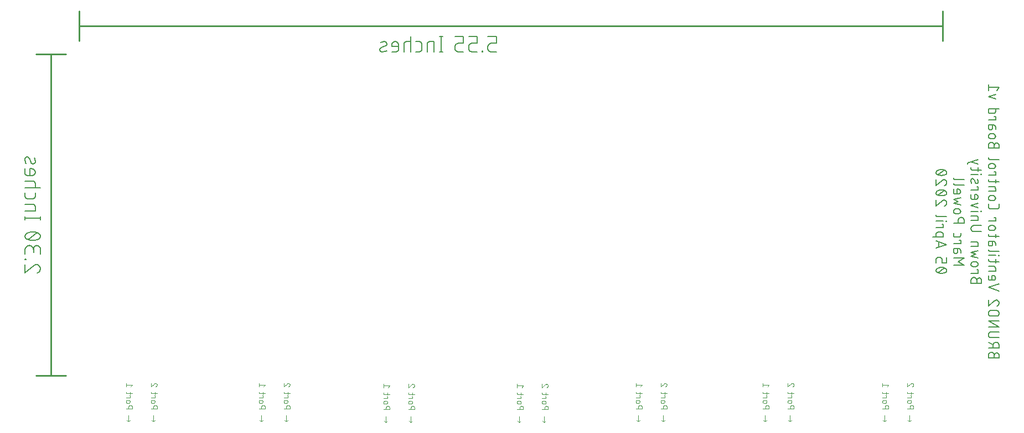
<source format=gbr>
G04 EAGLE Gerber RS-274X export*
G75*
%MOMM*%
%FSLAX34Y34*%
%LPD*%
%INSilkscreen Bottom*%
%IPPOS*%
%AMOC8*
5,1,8,0,0,1.08239X$1,22.5*%
G01*
%ADD10C,0.152400*%
%ADD11C,0.254000*%
%ADD12C,0.203200*%
%ADD13C,0.076200*%


D10*
X1633488Y112880D02*
X1633488Y117396D01*
X1633489Y117396D02*
X1633487Y117529D01*
X1633481Y117661D01*
X1633471Y117793D01*
X1633458Y117925D01*
X1633440Y118057D01*
X1633419Y118187D01*
X1633394Y118318D01*
X1633365Y118447D01*
X1633332Y118575D01*
X1633296Y118703D01*
X1633256Y118829D01*
X1633212Y118954D01*
X1633164Y119078D01*
X1633113Y119200D01*
X1633058Y119321D01*
X1633000Y119440D01*
X1632938Y119558D01*
X1632873Y119673D01*
X1632804Y119787D01*
X1632733Y119898D01*
X1632657Y120007D01*
X1632579Y120114D01*
X1632498Y120219D01*
X1632413Y120321D01*
X1632326Y120421D01*
X1632236Y120518D01*
X1632143Y120613D01*
X1632047Y120704D01*
X1631949Y120793D01*
X1631848Y120879D01*
X1631744Y120962D01*
X1631638Y121042D01*
X1631530Y121118D01*
X1631420Y121192D01*
X1631307Y121262D01*
X1631193Y121329D01*
X1631076Y121392D01*
X1630958Y121452D01*
X1630838Y121509D01*
X1630716Y121562D01*
X1630593Y121611D01*
X1630469Y121657D01*
X1630343Y121699D01*
X1630216Y121737D01*
X1630088Y121772D01*
X1629959Y121803D01*
X1629830Y121830D01*
X1629699Y121853D01*
X1629568Y121873D01*
X1629436Y121888D01*
X1629304Y121900D01*
X1629172Y121908D01*
X1629039Y121912D01*
X1628907Y121912D01*
X1628774Y121908D01*
X1628642Y121900D01*
X1628510Y121888D01*
X1628378Y121873D01*
X1628247Y121853D01*
X1628116Y121830D01*
X1627987Y121803D01*
X1627858Y121772D01*
X1627730Y121737D01*
X1627603Y121699D01*
X1627477Y121657D01*
X1627353Y121611D01*
X1627230Y121562D01*
X1627108Y121509D01*
X1626988Y121452D01*
X1626870Y121392D01*
X1626753Y121329D01*
X1626639Y121262D01*
X1626526Y121192D01*
X1626416Y121118D01*
X1626308Y121042D01*
X1626202Y120962D01*
X1626098Y120879D01*
X1625997Y120793D01*
X1625899Y120704D01*
X1625803Y120613D01*
X1625710Y120518D01*
X1625620Y120421D01*
X1625533Y120321D01*
X1625448Y120219D01*
X1625367Y120114D01*
X1625289Y120007D01*
X1625213Y119898D01*
X1625142Y119787D01*
X1625073Y119673D01*
X1625008Y119558D01*
X1624946Y119440D01*
X1624888Y119321D01*
X1624833Y119200D01*
X1624782Y119078D01*
X1624734Y118954D01*
X1624690Y118829D01*
X1624650Y118703D01*
X1624614Y118575D01*
X1624581Y118447D01*
X1624552Y118318D01*
X1624527Y118187D01*
X1624506Y118057D01*
X1624488Y117925D01*
X1624475Y117793D01*
X1624465Y117661D01*
X1624459Y117529D01*
X1624457Y117396D01*
X1624457Y112880D01*
X1640713Y112880D01*
X1640713Y117396D01*
X1640711Y117515D01*
X1640705Y117635D01*
X1640695Y117754D01*
X1640681Y117872D01*
X1640664Y117991D01*
X1640642Y118108D01*
X1640617Y118225D01*
X1640587Y118340D01*
X1640554Y118455D01*
X1640517Y118569D01*
X1640477Y118681D01*
X1640432Y118792D01*
X1640384Y118901D01*
X1640333Y119009D01*
X1640278Y119115D01*
X1640219Y119219D01*
X1640157Y119321D01*
X1640092Y119421D01*
X1640023Y119519D01*
X1639951Y119615D01*
X1639876Y119708D01*
X1639799Y119798D01*
X1639718Y119886D01*
X1639634Y119971D01*
X1639547Y120053D01*
X1639458Y120133D01*
X1639366Y120209D01*
X1639272Y120283D01*
X1639175Y120353D01*
X1639077Y120420D01*
X1638976Y120484D01*
X1638872Y120544D01*
X1638767Y120601D01*
X1638660Y120654D01*
X1638552Y120704D01*
X1638442Y120750D01*
X1638330Y120792D01*
X1638217Y120831D01*
X1638103Y120866D01*
X1637988Y120897D01*
X1637871Y120925D01*
X1637754Y120948D01*
X1637637Y120968D01*
X1637518Y120984D01*
X1637399Y120996D01*
X1637280Y121004D01*
X1637161Y121008D01*
X1637041Y121008D01*
X1636922Y121004D01*
X1636803Y120996D01*
X1636684Y120984D01*
X1636565Y120968D01*
X1636448Y120948D01*
X1636331Y120925D01*
X1636214Y120897D01*
X1636099Y120866D01*
X1635985Y120831D01*
X1635872Y120792D01*
X1635760Y120750D01*
X1635650Y120704D01*
X1635542Y120654D01*
X1635435Y120601D01*
X1635330Y120544D01*
X1635226Y120484D01*
X1635125Y120420D01*
X1635027Y120353D01*
X1634930Y120283D01*
X1634836Y120209D01*
X1634744Y120133D01*
X1634655Y120053D01*
X1634568Y119971D01*
X1634484Y119886D01*
X1634403Y119798D01*
X1634326Y119708D01*
X1634251Y119615D01*
X1634179Y119519D01*
X1634110Y119421D01*
X1634045Y119321D01*
X1633983Y119219D01*
X1633924Y119115D01*
X1633869Y119009D01*
X1633818Y118901D01*
X1633770Y118792D01*
X1633725Y118681D01*
X1633685Y118569D01*
X1633648Y118455D01*
X1633615Y118340D01*
X1633585Y118225D01*
X1633560Y118108D01*
X1633538Y117991D01*
X1633521Y117872D01*
X1633507Y117754D01*
X1633497Y117635D01*
X1633491Y117515D01*
X1633489Y117396D01*
X1640713Y128392D02*
X1624457Y128392D01*
X1640713Y128392D02*
X1640713Y132907D01*
X1640711Y133040D01*
X1640705Y133172D01*
X1640695Y133304D01*
X1640682Y133436D01*
X1640664Y133568D01*
X1640643Y133698D01*
X1640618Y133829D01*
X1640589Y133958D01*
X1640556Y134086D01*
X1640520Y134214D01*
X1640480Y134340D01*
X1640436Y134465D01*
X1640388Y134589D01*
X1640337Y134711D01*
X1640282Y134832D01*
X1640224Y134951D01*
X1640162Y135069D01*
X1640097Y135184D01*
X1640028Y135298D01*
X1639957Y135409D01*
X1639881Y135518D01*
X1639803Y135625D01*
X1639722Y135730D01*
X1639637Y135832D01*
X1639550Y135932D01*
X1639460Y136029D01*
X1639367Y136124D01*
X1639271Y136215D01*
X1639173Y136304D01*
X1639072Y136390D01*
X1638968Y136473D01*
X1638862Y136553D01*
X1638754Y136629D01*
X1638644Y136703D01*
X1638531Y136773D01*
X1638417Y136840D01*
X1638300Y136903D01*
X1638182Y136963D01*
X1638062Y137020D01*
X1637940Y137073D01*
X1637817Y137122D01*
X1637693Y137168D01*
X1637567Y137210D01*
X1637440Y137248D01*
X1637312Y137283D01*
X1637183Y137314D01*
X1637054Y137341D01*
X1636923Y137364D01*
X1636792Y137384D01*
X1636660Y137399D01*
X1636528Y137411D01*
X1636396Y137419D01*
X1636263Y137423D01*
X1636131Y137423D01*
X1635998Y137419D01*
X1635866Y137411D01*
X1635734Y137399D01*
X1635602Y137384D01*
X1635471Y137364D01*
X1635340Y137341D01*
X1635211Y137314D01*
X1635082Y137283D01*
X1634954Y137248D01*
X1634827Y137210D01*
X1634701Y137168D01*
X1634577Y137122D01*
X1634454Y137073D01*
X1634332Y137020D01*
X1634212Y136963D01*
X1634094Y136903D01*
X1633977Y136840D01*
X1633863Y136773D01*
X1633750Y136703D01*
X1633640Y136629D01*
X1633532Y136553D01*
X1633426Y136473D01*
X1633322Y136390D01*
X1633221Y136304D01*
X1633123Y136215D01*
X1633027Y136124D01*
X1632934Y136029D01*
X1632844Y135932D01*
X1632757Y135832D01*
X1632672Y135730D01*
X1632591Y135625D01*
X1632513Y135518D01*
X1632437Y135409D01*
X1632366Y135298D01*
X1632297Y135184D01*
X1632232Y135069D01*
X1632170Y134951D01*
X1632112Y134832D01*
X1632057Y134711D01*
X1632006Y134589D01*
X1631958Y134465D01*
X1631914Y134340D01*
X1631874Y134214D01*
X1631838Y134086D01*
X1631805Y133958D01*
X1631776Y133829D01*
X1631751Y133698D01*
X1631730Y133568D01*
X1631712Y133436D01*
X1631699Y133304D01*
X1631689Y133172D01*
X1631683Y133040D01*
X1631681Y132907D01*
X1631682Y132907D02*
X1631682Y128392D01*
X1631682Y133810D02*
X1624457Y137423D01*
X1628973Y144453D02*
X1640713Y144453D01*
X1628973Y144452D02*
X1628840Y144454D01*
X1628708Y144460D01*
X1628576Y144470D01*
X1628444Y144483D01*
X1628312Y144501D01*
X1628182Y144522D01*
X1628051Y144547D01*
X1627922Y144576D01*
X1627794Y144609D01*
X1627666Y144645D01*
X1627540Y144685D01*
X1627415Y144729D01*
X1627291Y144777D01*
X1627169Y144828D01*
X1627048Y144883D01*
X1626929Y144941D01*
X1626811Y145003D01*
X1626696Y145068D01*
X1626582Y145137D01*
X1626471Y145208D01*
X1626362Y145284D01*
X1626255Y145362D01*
X1626150Y145443D01*
X1626048Y145528D01*
X1625948Y145615D01*
X1625851Y145705D01*
X1625756Y145798D01*
X1625665Y145894D01*
X1625576Y145992D01*
X1625490Y146093D01*
X1625407Y146197D01*
X1625327Y146303D01*
X1625251Y146411D01*
X1625177Y146521D01*
X1625107Y146634D01*
X1625040Y146748D01*
X1624977Y146865D01*
X1624917Y146983D01*
X1624860Y147103D01*
X1624807Y147225D01*
X1624758Y147348D01*
X1624712Y147472D01*
X1624670Y147598D01*
X1624632Y147725D01*
X1624597Y147853D01*
X1624566Y147982D01*
X1624539Y148111D01*
X1624516Y148242D01*
X1624496Y148373D01*
X1624481Y148505D01*
X1624469Y148637D01*
X1624461Y148769D01*
X1624457Y148902D01*
X1624457Y149034D01*
X1624461Y149167D01*
X1624469Y149299D01*
X1624481Y149431D01*
X1624496Y149563D01*
X1624516Y149694D01*
X1624539Y149825D01*
X1624566Y149954D01*
X1624597Y150083D01*
X1624632Y150211D01*
X1624670Y150338D01*
X1624712Y150464D01*
X1624758Y150588D01*
X1624807Y150711D01*
X1624860Y150833D01*
X1624917Y150953D01*
X1624977Y151071D01*
X1625040Y151188D01*
X1625107Y151302D01*
X1625177Y151415D01*
X1625251Y151525D01*
X1625327Y151633D01*
X1625407Y151739D01*
X1625490Y151843D01*
X1625576Y151944D01*
X1625665Y152042D01*
X1625756Y152138D01*
X1625851Y152231D01*
X1625948Y152321D01*
X1626048Y152408D01*
X1626150Y152493D01*
X1626255Y152574D01*
X1626362Y152652D01*
X1626471Y152728D01*
X1626582Y152799D01*
X1626696Y152868D01*
X1626811Y152933D01*
X1626929Y152995D01*
X1627048Y153053D01*
X1627169Y153108D01*
X1627291Y153159D01*
X1627415Y153207D01*
X1627540Y153251D01*
X1627666Y153291D01*
X1627794Y153327D01*
X1627922Y153360D01*
X1628051Y153389D01*
X1628182Y153414D01*
X1628312Y153435D01*
X1628444Y153453D01*
X1628576Y153466D01*
X1628708Y153476D01*
X1628840Y153482D01*
X1628973Y153484D01*
X1640713Y153484D01*
X1640713Y161126D02*
X1624457Y161126D01*
X1624457Y170157D02*
X1640713Y161126D01*
X1640713Y170157D02*
X1624457Y170157D01*
X1628973Y177278D02*
X1636197Y177278D01*
X1636330Y177280D01*
X1636462Y177286D01*
X1636594Y177296D01*
X1636726Y177309D01*
X1636858Y177327D01*
X1636988Y177348D01*
X1637119Y177373D01*
X1637248Y177402D01*
X1637376Y177435D01*
X1637504Y177471D01*
X1637630Y177511D01*
X1637755Y177555D01*
X1637879Y177603D01*
X1638001Y177654D01*
X1638122Y177709D01*
X1638241Y177767D01*
X1638359Y177829D01*
X1638474Y177894D01*
X1638588Y177963D01*
X1638699Y178034D01*
X1638808Y178110D01*
X1638915Y178188D01*
X1639020Y178269D01*
X1639122Y178354D01*
X1639222Y178441D01*
X1639319Y178531D01*
X1639414Y178624D01*
X1639505Y178720D01*
X1639594Y178818D01*
X1639680Y178919D01*
X1639763Y179023D01*
X1639843Y179129D01*
X1639919Y179237D01*
X1639993Y179347D01*
X1640063Y179460D01*
X1640130Y179574D01*
X1640193Y179691D01*
X1640253Y179809D01*
X1640310Y179929D01*
X1640363Y180051D01*
X1640412Y180174D01*
X1640458Y180298D01*
X1640500Y180424D01*
X1640538Y180551D01*
X1640573Y180679D01*
X1640604Y180808D01*
X1640631Y180937D01*
X1640654Y181068D01*
X1640674Y181199D01*
X1640689Y181331D01*
X1640701Y181463D01*
X1640709Y181595D01*
X1640713Y181728D01*
X1640713Y181860D01*
X1640709Y181993D01*
X1640701Y182125D01*
X1640689Y182257D01*
X1640674Y182389D01*
X1640654Y182520D01*
X1640631Y182651D01*
X1640604Y182780D01*
X1640573Y182909D01*
X1640538Y183037D01*
X1640500Y183164D01*
X1640458Y183290D01*
X1640412Y183414D01*
X1640363Y183537D01*
X1640310Y183659D01*
X1640253Y183779D01*
X1640193Y183897D01*
X1640130Y184014D01*
X1640063Y184128D01*
X1639993Y184241D01*
X1639919Y184351D01*
X1639843Y184459D01*
X1639763Y184565D01*
X1639680Y184669D01*
X1639594Y184770D01*
X1639505Y184868D01*
X1639414Y184964D01*
X1639319Y185057D01*
X1639222Y185147D01*
X1639122Y185234D01*
X1639020Y185319D01*
X1638915Y185400D01*
X1638808Y185478D01*
X1638699Y185554D01*
X1638588Y185625D01*
X1638474Y185694D01*
X1638359Y185759D01*
X1638241Y185821D01*
X1638122Y185879D01*
X1638001Y185934D01*
X1637879Y185985D01*
X1637755Y186033D01*
X1637630Y186077D01*
X1637504Y186117D01*
X1637376Y186153D01*
X1637248Y186186D01*
X1637119Y186215D01*
X1636988Y186240D01*
X1636858Y186261D01*
X1636726Y186279D01*
X1636594Y186292D01*
X1636462Y186302D01*
X1636330Y186308D01*
X1636197Y186310D01*
X1636197Y186309D02*
X1628973Y186309D01*
X1628973Y186310D02*
X1628840Y186308D01*
X1628708Y186302D01*
X1628576Y186292D01*
X1628444Y186279D01*
X1628312Y186261D01*
X1628182Y186240D01*
X1628051Y186215D01*
X1627922Y186186D01*
X1627794Y186153D01*
X1627666Y186117D01*
X1627540Y186077D01*
X1627415Y186033D01*
X1627291Y185985D01*
X1627169Y185934D01*
X1627048Y185879D01*
X1626929Y185821D01*
X1626811Y185759D01*
X1626696Y185694D01*
X1626582Y185625D01*
X1626471Y185554D01*
X1626362Y185478D01*
X1626255Y185400D01*
X1626150Y185319D01*
X1626048Y185234D01*
X1625948Y185147D01*
X1625851Y185057D01*
X1625756Y184964D01*
X1625665Y184868D01*
X1625576Y184770D01*
X1625490Y184669D01*
X1625407Y184565D01*
X1625327Y184459D01*
X1625251Y184351D01*
X1625177Y184241D01*
X1625107Y184128D01*
X1625040Y184014D01*
X1624977Y183897D01*
X1624917Y183779D01*
X1624860Y183659D01*
X1624807Y183537D01*
X1624758Y183414D01*
X1624712Y183290D01*
X1624670Y183164D01*
X1624632Y183037D01*
X1624597Y182909D01*
X1624566Y182780D01*
X1624539Y182651D01*
X1624516Y182520D01*
X1624496Y182389D01*
X1624481Y182257D01*
X1624469Y182125D01*
X1624461Y181993D01*
X1624457Y181860D01*
X1624457Y181728D01*
X1624461Y181595D01*
X1624469Y181463D01*
X1624481Y181331D01*
X1624496Y181199D01*
X1624516Y181068D01*
X1624539Y180937D01*
X1624566Y180808D01*
X1624597Y180679D01*
X1624632Y180551D01*
X1624670Y180424D01*
X1624712Y180298D01*
X1624758Y180174D01*
X1624807Y180051D01*
X1624860Y179929D01*
X1624917Y179809D01*
X1624977Y179691D01*
X1625040Y179574D01*
X1625107Y179460D01*
X1625177Y179347D01*
X1625251Y179237D01*
X1625327Y179129D01*
X1625407Y179023D01*
X1625490Y178919D01*
X1625576Y178818D01*
X1625665Y178720D01*
X1625756Y178624D01*
X1625851Y178531D01*
X1625948Y178441D01*
X1626048Y178354D01*
X1626150Y178269D01*
X1626255Y178188D01*
X1626362Y178110D01*
X1626471Y178034D01*
X1626582Y177963D01*
X1626696Y177894D01*
X1626811Y177829D01*
X1626929Y177767D01*
X1627048Y177709D01*
X1627169Y177654D01*
X1627291Y177603D01*
X1627415Y177555D01*
X1627540Y177511D01*
X1627666Y177471D01*
X1627794Y177435D01*
X1627922Y177402D01*
X1628051Y177373D01*
X1628182Y177348D01*
X1628312Y177327D01*
X1628444Y177309D01*
X1628576Y177296D01*
X1628708Y177286D01*
X1628840Y177280D01*
X1628973Y177278D01*
X1640713Y197876D02*
X1640711Y198001D01*
X1640705Y198126D01*
X1640696Y198251D01*
X1640682Y198375D01*
X1640665Y198499D01*
X1640644Y198623D01*
X1640619Y198745D01*
X1640590Y198867D01*
X1640558Y198988D01*
X1640522Y199108D01*
X1640482Y199227D01*
X1640439Y199344D01*
X1640392Y199460D01*
X1640341Y199575D01*
X1640287Y199687D01*
X1640229Y199799D01*
X1640169Y199908D01*
X1640104Y200015D01*
X1640037Y200121D01*
X1639966Y200224D01*
X1639892Y200325D01*
X1639815Y200424D01*
X1639735Y200520D01*
X1639652Y200614D01*
X1639567Y200705D01*
X1639478Y200794D01*
X1639387Y200879D01*
X1639293Y200962D01*
X1639197Y201042D01*
X1639098Y201119D01*
X1638997Y201193D01*
X1638894Y201264D01*
X1638788Y201331D01*
X1638681Y201396D01*
X1638572Y201456D01*
X1638460Y201514D01*
X1638348Y201568D01*
X1638233Y201619D01*
X1638117Y201666D01*
X1638000Y201709D01*
X1637881Y201749D01*
X1637761Y201785D01*
X1637640Y201817D01*
X1637518Y201846D01*
X1637396Y201871D01*
X1637272Y201892D01*
X1637148Y201909D01*
X1637024Y201923D01*
X1636899Y201932D01*
X1636774Y201938D01*
X1636649Y201940D01*
X1640713Y197876D02*
X1640711Y197733D01*
X1640705Y197591D01*
X1640695Y197448D01*
X1640682Y197306D01*
X1640664Y197165D01*
X1640643Y197023D01*
X1640618Y196883D01*
X1640589Y196743D01*
X1640556Y196604D01*
X1640519Y196466D01*
X1640479Y196329D01*
X1640435Y196194D01*
X1640387Y196059D01*
X1640335Y195926D01*
X1640280Y195794D01*
X1640221Y195664D01*
X1640159Y195536D01*
X1640093Y195409D01*
X1640024Y195284D01*
X1639952Y195161D01*
X1639876Y195041D01*
X1639797Y194922D01*
X1639714Y194805D01*
X1639629Y194691D01*
X1639540Y194579D01*
X1639449Y194470D01*
X1639354Y194363D01*
X1639257Y194258D01*
X1639156Y194157D01*
X1639053Y194058D01*
X1638948Y193962D01*
X1638839Y193869D01*
X1638728Y193779D01*
X1638615Y193692D01*
X1638500Y193608D01*
X1638382Y193528D01*
X1638262Y193450D01*
X1638140Y193376D01*
X1638016Y193306D01*
X1637890Y193238D01*
X1637762Y193175D01*
X1637633Y193114D01*
X1637502Y193057D01*
X1637370Y193004D01*
X1637236Y192955D01*
X1637101Y192909D01*
X1633488Y200585D02*
X1633580Y200679D01*
X1633674Y200769D01*
X1633771Y200857D01*
X1633871Y200942D01*
X1633973Y201024D01*
X1634078Y201103D01*
X1634185Y201178D01*
X1634294Y201250D01*
X1634405Y201319D01*
X1634519Y201385D01*
X1634634Y201447D01*
X1634751Y201506D01*
X1634870Y201561D01*
X1634990Y201612D01*
X1635112Y201660D01*
X1635235Y201705D01*
X1635359Y201745D01*
X1635485Y201782D01*
X1635612Y201815D01*
X1635739Y201844D01*
X1635868Y201870D01*
X1635997Y201891D01*
X1636127Y201909D01*
X1636257Y201922D01*
X1636387Y201932D01*
X1636518Y201938D01*
X1636649Y201940D01*
X1633488Y200586D02*
X1624457Y192909D01*
X1624457Y201940D01*
X1624457Y221393D02*
X1640713Y215974D01*
X1640713Y226811D02*
X1624457Y221393D01*
X1624457Y235079D02*
X1624457Y239594D01*
X1624457Y235079D02*
X1624459Y234978D01*
X1624465Y234877D01*
X1624474Y234776D01*
X1624487Y234675D01*
X1624504Y234575D01*
X1624525Y234476D01*
X1624549Y234378D01*
X1624577Y234281D01*
X1624609Y234184D01*
X1624644Y234089D01*
X1624683Y233996D01*
X1624725Y233904D01*
X1624771Y233813D01*
X1624820Y233725D01*
X1624872Y233638D01*
X1624928Y233553D01*
X1624986Y233470D01*
X1625048Y233390D01*
X1625113Y233312D01*
X1625180Y233236D01*
X1625250Y233163D01*
X1625323Y233093D01*
X1625399Y233026D01*
X1625477Y232961D01*
X1625557Y232899D01*
X1625640Y232841D01*
X1625725Y232785D01*
X1625812Y232733D01*
X1625900Y232684D01*
X1625991Y232638D01*
X1626083Y232596D01*
X1626176Y232557D01*
X1626271Y232522D01*
X1626368Y232490D01*
X1626465Y232462D01*
X1626563Y232438D01*
X1626662Y232417D01*
X1626762Y232400D01*
X1626863Y232387D01*
X1626964Y232378D01*
X1627065Y232372D01*
X1627166Y232370D01*
X1631682Y232370D01*
X1631801Y232372D01*
X1631921Y232378D01*
X1632040Y232388D01*
X1632158Y232402D01*
X1632277Y232419D01*
X1632394Y232441D01*
X1632511Y232466D01*
X1632626Y232496D01*
X1632741Y232529D01*
X1632855Y232566D01*
X1632967Y232606D01*
X1633078Y232651D01*
X1633187Y232699D01*
X1633295Y232750D01*
X1633401Y232805D01*
X1633505Y232864D01*
X1633607Y232926D01*
X1633707Y232991D01*
X1633805Y233060D01*
X1633901Y233132D01*
X1633994Y233207D01*
X1634084Y233284D01*
X1634172Y233365D01*
X1634257Y233449D01*
X1634339Y233536D01*
X1634419Y233625D01*
X1634495Y233717D01*
X1634569Y233811D01*
X1634639Y233908D01*
X1634706Y234006D01*
X1634770Y234107D01*
X1634830Y234211D01*
X1634887Y234316D01*
X1634940Y234423D01*
X1634990Y234531D01*
X1635036Y234641D01*
X1635078Y234753D01*
X1635117Y234866D01*
X1635152Y234980D01*
X1635183Y235095D01*
X1635211Y235212D01*
X1635234Y235329D01*
X1635254Y235446D01*
X1635270Y235565D01*
X1635282Y235684D01*
X1635290Y235803D01*
X1635294Y235922D01*
X1635294Y236042D01*
X1635290Y236161D01*
X1635282Y236280D01*
X1635270Y236399D01*
X1635254Y236518D01*
X1635234Y236635D01*
X1635211Y236752D01*
X1635183Y236869D01*
X1635152Y236984D01*
X1635117Y237098D01*
X1635078Y237211D01*
X1635036Y237323D01*
X1634990Y237433D01*
X1634940Y237541D01*
X1634887Y237648D01*
X1634830Y237753D01*
X1634770Y237857D01*
X1634706Y237958D01*
X1634639Y238056D01*
X1634569Y238153D01*
X1634495Y238247D01*
X1634419Y238339D01*
X1634339Y238428D01*
X1634257Y238515D01*
X1634172Y238599D01*
X1634084Y238680D01*
X1633994Y238757D01*
X1633901Y238832D01*
X1633805Y238904D01*
X1633707Y238973D01*
X1633607Y239038D01*
X1633505Y239100D01*
X1633401Y239159D01*
X1633295Y239214D01*
X1633187Y239265D01*
X1633078Y239313D01*
X1632967Y239358D01*
X1632855Y239398D01*
X1632741Y239435D01*
X1632626Y239468D01*
X1632511Y239498D01*
X1632394Y239523D01*
X1632277Y239545D01*
X1632158Y239562D01*
X1632040Y239576D01*
X1631921Y239586D01*
X1631801Y239592D01*
X1631682Y239594D01*
X1629876Y239594D01*
X1629876Y232370D01*
X1624457Y246438D02*
X1635294Y246438D01*
X1635294Y250953D01*
X1635292Y251054D01*
X1635286Y251155D01*
X1635277Y251256D01*
X1635264Y251357D01*
X1635247Y251457D01*
X1635226Y251556D01*
X1635202Y251654D01*
X1635174Y251751D01*
X1635142Y251848D01*
X1635107Y251943D01*
X1635068Y252036D01*
X1635026Y252128D01*
X1634980Y252219D01*
X1634931Y252308D01*
X1634879Y252394D01*
X1634823Y252479D01*
X1634765Y252562D01*
X1634703Y252642D01*
X1634638Y252720D01*
X1634571Y252796D01*
X1634501Y252869D01*
X1634428Y252939D01*
X1634352Y253006D01*
X1634274Y253071D01*
X1634194Y253133D01*
X1634111Y253191D01*
X1634026Y253247D01*
X1633940Y253299D01*
X1633851Y253348D01*
X1633760Y253394D01*
X1633668Y253436D01*
X1633575Y253475D01*
X1633480Y253510D01*
X1633383Y253542D01*
X1633286Y253570D01*
X1633188Y253594D01*
X1633089Y253615D01*
X1632989Y253632D01*
X1632888Y253645D01*
X1632787Y253654D01*
X1632686Y253660D01*
X1632585Y253662D01*
X1624457Y253662D01*
X1635294Y259208D02*
X1635294Y264627D01*
X1640713Y261015D02*
X1627166Y261015D01*
X1627065Y261017D01*
X1626964Y261023D01*
X1626863Y261032D01*
X1626762Y261045D01*
X1626662Y261062D01*
X1626563Y261083D01*
X1626465Y261107D01*
X1626368Y261135D01*
X1626271Y261167D01*
X1626176Y261202D01*
X1626083Y261241D01*
X1625991Y261283D01*
X1625900Y261329D01*
X1625812Y261378D01*
X1625725Y261430D01*
X1625640Y261486D01*
X1625557Y261544D01*
X1625477Y261606D01*
X1625399Y261671D01*
X1625323Y261738D01*
X1625250Y261808D01*
X1625180Y261881D01*
X1625113Y261957D01*
X1625048Y262035D01*
X1624986Y262115D01*
X1624928Y262198D01*
X1624872Y262283D01*
X1624820Y262370D01*
X1624771Y262458D01*
X1624725Y262549D01*
X1624683Y262641D01*
X1624644Y262734D01*
X1624609Y262829D01*
X1624577Y262926D01*
X1624549Y263023D01*
X1624525Y263121D01*
X1624504Y263220D01*
X1624487Y263320D01*
X1624474Y263421D01*
X1624465Y263522D01*
X1624459Y263623D01*
X1624457Y263724D01*
X1624457Y264627D01*
X1624457Y270371D02*
X1635294Y270371D01*
X1639810Y269919D02*
X1640713Y269919D01*
X1640713Y270822D01*
X1639810Y270822D01*
X1639810Y269919D01*
X1640713Y276895D02*
X1627166Y276895D01*
X1627065Y276897D01*
X1626964Y276903D01*
X1626863Y276912D01*
X1626762Y276925D01*
X1626662Y276942D01*
X1626563Y276963D01*
X1626465Y276987D01*
X1626368Y277015D01*
X1626271Y277047D01*
X1626176Y277082D01*
X1626083Y277121D01*
X1625991Y277163D01*
X1625900Y277209D01*
X1625812Y277258D01*
X1625725Y277310D01*
X1625640Y277366D01*
X1625557Y277424D01*
X1625477Y277486D01*
X1625399Y277551D01*
X1625323Y277618D01*
X1625250Y277688D01*
X1625180Y277761D01*
X1625113Y277837D01*
X1625048Y277915D01*
X1624986Y277995D01*
X1624928Y278078D01*
X1624872Y278163D01*
X1624820Y278250D01*
X1624771Y278338D01*
X1624725Y278429D01*
X1624683Y278521D01*
X1624644Y278614D01*
X1624609Y278709D01*
X1624577Y278806D01*
X1624549Y278903D01*
X1624525Y279001D01*
X1624504Y279100D01*
X1624487Y279200D01*
X1624474Y279301D01*
X1624465Y279402D01*
X1624459Y279503D01*
X1624457Y279604D01*
X1630779Y288082D02*
X1630779Y292146D01*
X1630779Y288082D02*
X1630777Y287970D01*
X1630771Y287859D01*
X1630761Y287748D01*
X1630748Y287637D01*
X1630730Y287527D01*
X1630708Y287418D01*
X1630683Y287309D01*
X1630654Y287201D01*
X1630621Y287095D01*
X1630584Y286989D01*
X1630544Y286885D01*
X1630500Y286783D01*
X1630452Y286682D01*
X1630401Y286583D01*
X1630346Y286485D01*
X1630288Y286390D01*
X1630227Y286297D01*
X1630162Y286206D01*
X1630094Y286117D01*
X1630023Y286031D01*
X1629950Y285948D01*
X1629873Y285867D01*
X1629793Y285788D01*
X1629711Y285713D01*
X1629626Y285641D01*
X1629539Y285571D01*
X1629449Y285505D01*
X1629357Y285442D01*
X1629262Y285382D01*
X1629166Y285326D01*
X1629068Y285273D01*
X1628968Y285224D01*
X1628866Y285178D01*
X1628763Y285136D01*
X1628658Y285097D01*
X1628552Y285062D01*
X1628445Y285031D01*
X1628337Y285004D01*
X1628228Y284980D01*
X1628118Y284961D01*
X1628008Y284945D01*
X1627897Y284933D01*
X1627785Y284925D01*
X1627674Y284921D01*
X1627562Y284921D01*
X1627451Y284925D01*
X1627339Y284933D01*
X1627228Y284945D01*
X1627118Y284961D01*
X1627008Y284980D01*
X1626899Y285004D01*
X1626791Y285031D01*
X1626684Y285062D01*
X1626578Y285097D01*
X1626473Y285136D01*
X1626370Y285178D01*
X1626268Y285224D01*
X1626168Y285273D01*
X1626070Y285326D01*
X1625974Y285382D01*
X1625879Y285442D01*
X1625787Y285505D01*
X1625697Y285571D01*
X1625610Y285641D01*
X1625525Y285713D01*
X1625443Y285788D01*
X1625363Y285867D01*
X1625286Y285948D01*
X1625213Y286031D01*
X1625142Y286117D01*
X1625074Y286206D01*
X1625009Y286297D01*
X1624948Y286390D01*
X1624890Y286485D01*
X1624835Y286583D01*
X1624784Y286682D01*
X1624736Y286783D01*
X1624692Y286885D01*
X1624652Y286989D01*
X1624615Y287095D01*
X1624582Y287201D01*
X1624553Y287309D01*
X1624528Y287418D01*
X1624506Y287527D01*
X1624488Y287637D01*
X1624475Y287748D01*
X1624465Y287859D01*
X1624459Y287970D01*
X1624457Y288082D01*
X1624457Y292146D01*
X1632585Y292146D01*
X1632686Y292144D01*
X1632787Y292138D01*
X1632888Y292129D01*
X1632989Y292116D01*
X1633089Y292099D01*
X1633188Y292078D01*
X1633286Y292054D01*
X1633383Y292026D01*
X1633480Y291994D01*
X1633575Y291959D01*
X1633668Y291920D01*
X1633760Y291878D01*
X1633851Y291832D01*
X1633940Y291783D01*
X1634026Y291731D01*
X1634111Y291675D01*
X1634194Y291617D01*
X1634274Y291555D01*
X1634352Y291490D01*
X1634428Y291423D01*
X1634501Y291353D01*
X1634571Y291280D01*
X1634638Y291204D01*
X1634703Y291126D01*
X1634765Y291046D01*
X1634823Y290963D01*
X1634879Y290878D01*
X1634931Y290792D01*
X1634980Y290703D01*
X1635026Y290612D01*
X1635068Y290520D01*
X1635107Y290427D01*
X1635142Y290332D01*
X1635174Y290235D01*
X1635202Y290138D01*
X1635226Y290040D01*
X1635247Y289941D01*
X1635264Y289841D01*
X1635277Y289740D01*
X1635286Y289639D01*
X1635292Y289538D01*
X1635294Y289437D01*
X1635294Y285824D01*
X1635294Y297765D02*
X1635294Y303184D01*
X1640713Y299572D02*
X1627166Y299572D01*
X1627065Y299574D01*
X1626964Y299580D01*
X1626863Y299589D01*
X1626762Y299602D01*
X1626662Y299619D01*
X1626563Y299640D01*
X1626465Y299664D01*
X1626368Y299692D01*
X1626271Y299724D01*
X1626176Y299759D01*
X1626083Y299798D01*
X1625991Y299840D01*
X1625900Y299886D01*
X1625812Y299935D01*
X1625725Y299987D01*
X1625640Y300043D01*
X1625557Y300101D01*
X1625477Y300163D01*
X1625399Y300228D01*
X1625323Y300295D01*
X1625250Y300365D01*
X1625180Y300438D01*
X1625113Y300514D01*
X1625048Y300592D01*
X1624986Y300672D01*
X1624928Y300755D01*
X1624872Y300840D01*
X1624820Y300927D01*
X1624771Y301015D01*
X1624725Y301106D01*
X1624683Y301198D01*
X1624644Y301291D01*
X1624609Y301386D01*
X1624577Y301483D01*
X1624549Y301580D01*
X1624525Y301678D01*
X1624504Y301777D01*
X1624487Y301877D01*
X1624474Y301978D01*
X1624465Y302079D01*
X1624459Y302180D01*
X1624457Y302281D01*
X1624457Y303184D01*
X1628069Y308962D02*
X1631682Y308962D01*
X1631682Y308963D02*
X1631801Y308965D01*
X1631921Y308971D01*
X1632040Y308981D01*
X1632158Y308995D01*
X1632277Y309012D01*
X1632394Y309034D01*
X1632511Y309059D01*
X1632626Y309089D01*
X1632741Y309122D01*
X1632855Y309159D01*
X1632967Y309199D01*
X1633078Y309244D01*
X1633187Y309292D01*
X1633295Y309343D01*
X1633401Y309398D01*
X1633505Y309457D01*
X1633607Y309519D01*
X1633707Y309584D01*
X1633805Y309653D01*
X1633901Y309725D01*
X1633994Y309800D01*
X1634084Y309877D01*
X1634172Y309958D01*
X1634257Y310042D01*
X1634339Y310129D01*
X1634419Y310218D01*
X1634495Y310310D01*
X1634569Y310404D01*
X1634639Y310501D01*
X1634706Y310599D01*
X1634770Y310700D01*
X1634830Y310804D01*
X1634887Y310909D01*
X1634940Y311016D01*
X1634990Y311124D01*
X1635036Y311234D01*
X1635078Y311346D01*
X1635117Y311459D01*
X1635152Y311573D01*
X1635183Y311688D01*
X1635211Y311805D01*
X1635234Y311922D01*
X1635254Y312039D01*
X1635270Y312158D01*
X1635282Y312277D01*
X1635290Y312396D01*
X1635294Y312515D01*
X1635294Y312635D01*
X1635290Y312754D01*
X1635282Y312873D01*
X1635270Y312992D01*
X1635254Y313111D01*
X1635234Y313228D01*
X1635211Y313345D01*
X1635183Y313462D01*
X1635152Y313577D01*
X1635117Y313691D01*
X1635078Y313804D01*
X1635036Y313916D01*
X1634990Y314026D01*
X1634940Y314134D01*
X1634887Y314241D01*
X1634830Y314346D01*
X1634770Y314450D01*
X1634706Y314551D01*
X1634639Y314649D01*
X1634569Y314746D01*
X1634495Y314840D01*
X1634419Y314932D01*
X1634339Y315021D01*
X1634257Y315108D01*
X1634172Y315192D01*
X1634084Y315273D01*
X1633994Y315350D01*
X1633901Y315425D01*
X1633805Y315497D01*
X1633707Y315566D01*
X1633607Y315631D01*
X1633505Y315693D01*
X1633401Y315752D01*
X1633295Y315807D01*
X1633187Y315858D01*
X1633078Y315906D01*
X1632967Y315951D01*
X1632855Y315991D01*
X1632741Y316028D01*
X1632626Y316061D01*
X1632511Y316091D01*
X1632394Y316116D01*
X1632277Y316138D01*
X1632158Y316155D01*
X1632040Y316169D01*
X1631921Y316179D01*
X1631801Y316185D01*
X1631682Y316187D01*
X1628069Y316187D01*
X1627950Y316185D01*
X1627830Y316179D01*
X1627711Y316169D01*
X1627593Y316155D01*
X1627474Y316138D01*
X1627357Y316116D01*
X1627240Y316091D01*
X1627125Y316061D01*
X1627010Y316028D01*
X1626896Y315991D01*
X1626784Y315951D01*
X1626673Y315906D01*
X1626564Y315858D01*
X1626456Y315807D01*
X1626350Y315752D01*
X1626246Y315693D01*
X1626144Y315631D01*
X1626044Y315566D01*
X1625946Y315497D01*
X1625850Y315425D01*
X1625757Y315350D01*
X1625667Y315273D01*
X1625579Y315192D01*
X1625494Y315108D01*
X1625412Y315021D01*
X1625332Y314932D01*
X1625256Y314840D01*
X1625182Y314746D01*
X1625112Y314649D01*
X1625045Y314551D01*
X1624981Y314450D01*
X1624921Y314346D01*
X1624864Y314241D01*
X1624811Y314134D01*
X1624761Y314026D01*
X1624715Y313916D01*
X1624673Y313804D01*
X1624634Y313691D01*
X1624599Y313577D01*
X1624568Y313462D01*
X1624540Y313345D01*
X1624517Y313228D01*
X1624497Y313111D01*
X1624481Y312992D01*
X1624469Y312873D01*
X1624461Y312754D01*
X1624457Y312635D01*
X1624457Y312515D01*
X1624461Y312396D01*
X1624469Y312277D01*
X1624481Y312158D01*
X1624497Y312039D01*
X1624517Y311922D01*
X1624540Y311805D01*
X1624568Y311688D01*
X1624599Y311573D01*
X1624634Y311459D01*
X1624673Y311346D01*
X1624715Y311234D01*
X1624761Y311124D01*
X1624811Y311016D01*
X1624864Y310909D01*
X1624921Y310804D01*
X1624981Y310700D01*
X1625045Y310599D01*
X1625112Y310501D01*
X1625182Y310404D01*
X1625256Y310310D01*
X1625332Y310218D01*
X1625412Y310129D01*
X1625494Y310042D01*
X1625579Y309958D01*
X1625667Y309877D01*
X1625757Y309800D01*
X1625850Y309725D01*
X1625946Y309653D01*
X1626044Y309584D01*
X1626144Y309519D01*
X1626246Y309457D01*
X1626350Y309398D01*
X1626456Y309343D01*
X1626564Y309292D01*
X1626673Y309244D01*
X1626784Y309199D01*
X1626896Y309159D01*
X1627010Y309122D01*
X1627125Y309089D01*
X1627240Y309059D01*
X1627357Y309034D01*
X1627474Y309012D01*
X1627593Y308995D01*
X1627711Y308981D01*
X1627830Y308971D01*
X1627950Y308965D01*
X1628069Y308963D01*
X1624457Y323115D02*
X1635294Y323115D01*
X1635294Y328534D01*
X1633488Y328534D01*
X1624457Y345500D02*
X1624457Y349112D01*
X1624457Y345500D02*
X1624459Y345382D01*
X1624465Y345264D01*
X1624474Y345146D01*
X1624488Y345029D01*
X1624505Y344912D01*
X1624526Y344795D01*
X1624551Y344680D01*
X1624580Y344565D01*
X1624613Y344451D01*
X1624649Y344339D01*
X1624689Y344228D01*
X1624732Y344118D01*
X1624779Y344009D01*
X1624829Y343902D01*
X1624884Y343797D01*
X1624941Y343694D01*
X1625002Y343593D01*
X1625066Y343493D01*
X1625133Y343396D01*
X1625203Y343301D01*
X1625277Y343209D01*
X1625353Y343118D01*
X1625433Y343031D01*
X1625515Y342946D01*
X1625600Y342864D01*
X1625687Y342784D01*
X1625778Y342708D01*
X1625870Y342634D01*
X1625965Y342564D01*
X1626062Y342497D01*
X1626162Y342433D01*
X1626263Y342372D01*
X1626366Y342315D01*
X1626471Y342260D01*
X1626578Y342210D01*
X1626687Y342163D01*
X1626797Y342120D01*
X1626908Y342080D01*
X1627020Y342044D01*
X1627134Y342011D01*
X1627249Y341982D01*
X1627364Y341957D01*
X1627481Y341936D01*
X1627598Y341919D01*
X1627715Y341905D01*
X1627833Y341896D01*
X1627951Y341890D01*
X1628069Y341888D01*
X1628069Y341887D02*
X1637101Y341887D01*
X1637101Y341888D02*
X1637219Y341890D01*
X1637337Y341896D01*
X1637455Y341905D01*
X1637572Y341919D01*
X1637689Y341936D01*
X1637806Y341957D01*
X1637921Y341982D01*
X1638036Y342011D01*
X1638150Y342044D01*
X1638262Y342080D01*
X1638373Y342120D01*
X1638483Y342163D01*
X1638592Y342210D01*
X1638699Y342260D01*
X1638804Y342314D01*
X1638907Y342372D01*
X1639008Y342433D01*
X1639108Y342497D01*
X1639205Y342564D01*
X1639300Y342634D01*
X1639392Y342708D01*
X1639483Y342784D01*
X1639570Y342864D01*
X1639655Y342946D01*
X1639737Y343031D01*
X1639817Y343118D01*
X1639893Y343209D01*
X1639967Y343301D01*
X1640037Y343396D01*
X1640104Y343493D01*
X1640168Y343593D01*
X1640229Y343694D01*
X1640286Y343797D01*
X1640340Y343902D01*
X1640391Y344009D01*
X1640438Y344118D01*
X1640481Y344228D01*
X1640521Y344339D01*
X1640557Y344451D01*
X1640590Y344565D01*
X1640619Y344680D01*
X1640644Y344795D01*
X1640665Y344912D01*
X1640682Y345029D01*
X1640696Y345146D01*
X1640705Y345264D01*
X1640711Y345382D01*
X1640713Y345500D01*
X1640713Y349112D01*
X1631682Y354814D02*
X1628069Y354814D01*
X1631682Y354814D02*
X1631801Y354816D01*
X1631921Y354822D01*
X1632040Y354832D01*
X1632158Y354846D01*
X1632277Y354863D01*
X1632394Y354885D01*
X1632511Y354910D01*
X1632626Y354940D01*
X1632741Y354973D01*
X1632855Y355010D01*
X1632967Y355050D01*
X1633078Y355095D01*
X1633187Y355143D01*
X1633295Y355194D01*
X1633401Y355249D01*
X1633505Y355308D01*
X1633607Y355370D01*
X1633707Y355435D01*
X1633805Y355504D01*
X1633901Y355576D01*
X1633994Y355651D01*
X1634084Y355728D01*
X1634172Y355809D01*
X1634257Y355893D01*
X1634339Y355980D01*
X1634419Y356069D01*
X1634495Y356161D01*
X1634569Y356255D01*
X1634639Y356352D01*
X1634706Y356450D01*
X1634770Y356551D01*
X1634830Y356655D01*
X1634887Y356760D01*
X1634940Y356867D01*
X1634990Y356975D01*
X1635036Y357085D01*
X1635078Y357197D01*
X1635117Y357310D01*
X1635152Y357424D01*
X1635183Y357539D01*
X1635211Y357656D01*
X1635234Y357773D01*
X1635254Y357890D01*
X1635270Y358009D01*
X1635282Y358128D01*
X1635290Y358247D01*
X1635294Y358366D01*
X1635294Y358486D01*
X1635290Y358605D01*
X1635282Y358724D01*
X1635270Y358843D01*
X1635254Y358962D01*
X1635234Y359079D01*
X1635211Y359196D01*
X1635183Y359313D01*
X1635152Y359428D01*
X1635117Y359542D01*
X1635078Y359655D01*
X1635036Y359767D01*
X1634990Y359877D01*
X1634940Y359985D01*
X1634887Y360092D01*
X1634830Y360197D01*
X1634770Y360301D01*
X1634706Y360402D01*
X1634639Y360500D01*
X1634569Y360597D01*
X1634495Y360691D01*
X1634419Y360783D01*
X1634339Y360872D01*
X1634257Y360959D01*
X1634172Y361043D01*
X1634084Y361124D01*
X1633994Y361201D01*
X1633901Y361276D01*
X1633805Y361348D01*
X1633707Y361417D01*
X1633607Y361482D01*
X1633505Y361544D01*
X1633401Y361603D01*
X1633295Y361658D01*
X1633187Y361709D01*
X1633078Y361757D01*
X1632967Y361802D01*
X1632855Y361842D01*
X1632741Y361879D01*
X1632626Y361912D01*
X1632511Y361942D01*
X1632394Y361967D01*
X1632277Y361989D01*
X1632158Y362006D01*
X1632040Y362020D01*
X1631921Y362030D01*
X1631801Y362036D01*
X1631682Y362038D01*
X1631682Y362039D02*
X1628069Y362039D01*
X1628069Y362038D02*
X1627950Y362036D01*
X1627830Y362030D01*
X1627711Y362020D01*
X1627593Y362006D01*
X1627474Y361989D01*
X1627357Y361967D01*
X1627240Y361942D01*
X1627125Y361912D01*
X1627010Y361879D01*
X1626896Y361842D01*
X1626784Y361802D01*
X1626673Y361757D01*
X1626564Y361709D01*
X1626456Y361658D01*
X1626350Y361603D01*
X1626246Y361544D01*
X1626144Y361482D01*
X1626044Y361417D01*
X1625946Y361348D01*
X1625850Y361276D01*
X1625757Y361201D01*
X1625667Y361124D01*
X1625579Y361043D01*
X1625494Y360959D01*
X1625412Y360872D01*
X1625332Y360783D01*
X1625256Y360691D01*
X1625182Y360597D01*
X1625112Y360500D01*
X1625045Y360402D01*
X1624981Y360301D01*
X1624921Y360197D01*
X1624864Y360092D01*
X1624811Y359985D01*
X1624761Y359877D01*
X1624715Y359767D01*
X1624673Y359655D01*
X1624634Y359542D01*
X1624599Y359428D01*
X1624568Y359313D01*
X1624540Y359196D01*
X1624517Y359079D01*
X1624497Y358962D01*
X1624481Y358843D01*
X1624469Y358724D01*
X1624461Y358605D01*
X1624457Y358486D01*
X1624457Y358366D01*
X1624461Y358247D01*
X1624469Y358128D01*
X1624481Y358009D01*
X1624497Y357890D01*
X1624517Y357773D01*
X1624540Y357656D01*
X1624568Y357539D01*
X1624599Y357424D01*
X1624634Y357310D01*
X1624673Y357197D01*
X1624715Y357085D01*
X1624761Y356975D01*
X1624811Y356867D01*
X1624864Y356760D01*
X1624921Y356655D01*
X1624981Y356551D01*
X1625045Y356450D01*
X1625112Y356352D01*
X1625182Y356255D01*
X1625256Y356161D01*
X1625332Y356069D01*
X1625412Y355980D01*
X1625494Y355893D01*
X1625579Y355809D01*
X1625667Y355728D01*
X1625757Y355651D01*
X1625850Y355576D01*
X1625946Y355504D01*
X1626044Y355435D01*
X1626144Y355370D01*
X1626246Y355308D01*
X1626350Y355249D01*
X1626456Y355194D01*
X1626564Y355143D01*
X1626673Y355095D01*
X1626784Y355050D01*
X1626896Y355010D01*
X1627010Y354973D01*
X1627125Y354940D01*
X1627240Y354910D01*
X1627357Y354885D01*
X1627474Y354863D01*
X1627593Y354846D01*
X1627711Y354832D01*
X1627830Y354822D01*
X1627950Y354816D01*
X1628069Y354814D01*
X1624457Y368882D02*
X1635294Y368882D01*
X1635294Y373398D01*
X1635292Y373499D01*
X1635286Y373600D01*
X1635277Y373701D01*
X1635264Y373802D01*
X1635247Y373902D01*
X1635226Y374001D01*
X1635202Y374099D01*
X1635174Y374196D01*
X1635142Y374293D01*
X1635107Y374388D01*
X1635068Y374481D01*
X1635026Y374573D01*
X1634980Y374664D01*
X1634931Y374753D01*
X1634879Y374839D01*
X1634823Y374924D01*
X1634765Y375007D01*
X1634703Y375087D01*
X1634638Y375165D01*
X1634571Y375241D01*
X1634501Y375314D01*
X1634428Y375384D01*
X1634352Y375451D01*
X1634274Y375516D01*
X1634194Y375578D01*
X1634111Y375636D01*
X1634026Y375692D01*
X1633940Y375744D01*
X1633851Y375793D01*
X1633760Y375839D01*
X1633668Y375881D01*
X1633575Y375920D01*
X1633480Y375955D01*
X1633383Y375987D01*
X1633286Y376015D01*
X1633188Y376039D01*
X1633089Y376060D01*
X1632989Y376077D01*
X1632888Y376090D01*
X1632787Y376099D01*
X1632686Y376105D01*
X1632585Y376107D01*
X1624457Y376107D01*
X1635294Y381653D02*
X1635294Y387072D01*
X1640713Y383459D02*
X1627166Y383459D01*
X1627065Y383461D01*
X1626964Y383467D01*
X1626863Y383476D01*
X1626762Y383489D01*
X1626662Y383506D01*
X1626563Y383527D01*
X1626465Y383551D01*
X1626368Y383579D01*
X1626271Y383611D01*
X1626176Y383646D01*
X1626083Y383685D01*
X1625991Y383727D01*
X1625900Y383773D01*
X1625812Y383822D01*
X1625725Y383874D01*
X1625640Y383930D01*
X1625557Y383988D01*
X1625477Y384050D01*
X1625399Y384115D01*
X1625323Y384182D01*
X1625250Y384252D01*
X1625180Y384325D01*
X1625113Y384401D01*
X1625048Y384479D01*
X1624986Y384559D01*
X1624928Y384642D01*
X1624872Y384727D01*
X1624820Y384814D01*
X1624771Y384902D01*
X1624725Y384993D01*
X1624683Y385085D01*
X1624644Y385178D01*
X1624609Y385273D01*
X1624577Y385370D01*
X1624549Y385467D01*
X1624525Y385565D01*
X1624504Y385664D01*
X1624487Y385764D01*
X1624474Y385865D01*
X1624465Y385966D01*
X1624459Y386067D01*
X1624457Y386168D01*
X1624457Y387072D01*
X1624457Y393456D02*
X1635294Y393456D01*
X1635294Y398874D01*
X1633488Y398874D01*
X1631682Y403792D02*
X1628069Y403792D01*
X1631682Y403792D02*
X1631801Y403794D01*
X1631921Y403800D01*
X1632040Y403810D01*
X1632158Y403824D01*
X1632277Y403841D01*
X1632394Y403863D01*
X1632511Y403888D01*
X1632626Y403918D01*
X1632741Y403951D01*
X1632855Y403988D01*
X1632967Y404028D01*
X1633078Y404073D01*
X1633187Y404121D01*
X1633295Y404172D01*
X1633401Y404227D01*
X1633505Y404286D01*
X1633607Y404348D01*
X1633707Y404413D01*
X1633805Y404482D01*
X1633901Y404554D01*
X1633994Y404629D01*
X1634084Y404706D01*
X1634172Y404787D01*
X1634257Y404871D01*
X1634339Y404958D01*
X1634419Y405047D01*
X1634495Y405139D01*
X1634569Y405233D01*
X1634639Y405330D01*
X1634706Y405428D01*
X1634770Y405529D01*
X1634830Y405633D01*
X1634887Y405738D01*
X1634940Y405845D01*
X1634990Y405953D01*
X1635036Y406063D01*
X1635078Y406175D01*
X1635117Y406288D01*
X1635152Y406402D01*
X1635183Y406517D01*
X1635211Y406634D01*
X1635234Y406751D01*
X1635254Y406868D01*
X1635270Y406987D01*
X1635282Y407106D01*
X1635290Y407225D01*
X1635294Y407344D01*
X1635294Y407464D01*
X1635290Y407583D01*
X1635282Y407702D01*
X1635270Y407821D01*
X1635254Y407940D01*
X1635234Y408057D01*
X1635211Y408174D01*
X1635183Y408291D01*
X1635152Y408406D01*
X1635117Y408520D01*
X1635078Y408633D01*
X1635036Y408745D01*
X1634990Y408855D01*
X1634940Y408963D01*
X1634887Y409070D01*
X1634830Y409175D01*
X1634770Y409279D01*
X1634706Y409380D01*
X1634639Y409478D01*
X1634569Y409575D01*
X1634495Y409669D01*
X1634419Y409761D01*
X1634339Y409850D01*
X1634257Y409937D01*
X1634172Y410021D01*
X1634084Y410102D01*
X1633994Y410179D01*
X1633901Y410254D01*
X1633805Y410326D01*
X1633707Y410395D01*
X1633607Y410460D01*
X1633505Y410522D01*
X1633401Y410581D01*
X1633295Y410636D01*
X1633187Y410687D01*
X1633078Y410735D01*
X1632967Y410780D01*
X1632855Y410820D01*
X1632741Y410857D01*
X1632626Y410890D01*
X1632511Y410920D01*
X1632394Y410945D01*
X1632277Y410967D01*
X1632158Y410984D01*
X1632040Y410998D01*
X1631921Y411008D01*
X1631801Y411014D01*
X1631682Y411016D01*
X1631682Y411017D02*
X1628069Y411017D01*
X1628069Y411016D02*
X1627950Y411014D01*
X1627830Y411008D01*
X1627711Y410998D01*
X1627593Y410984D01*
X1627474Y410967D01*
X1627357Y410945D01*
X1627240Y410920D01*
X1627125Y410890D01*
X1627010Y410857D01*
X1626896Y410820D01*
X1626784Y410780D01*
X1626673Y410735D01*
X1626564Y410687D01*
X1626456Y410636D01*
X1626350Y410581D01*
X1626246Y410522D01*
X1626144Y410460D01*
X1626044Y410395D01*
X1625946Y410326D01*
X1625850Y410254D01*
X1625757Y410179D01*
X1625667Y410102D01*
X1625579Y410021D01*
X1625494Y409937D01*
X1625412Y409850D01*
X1625332Y409761D01*
X1625256Y409669D01*
X1625182Y409575D01*
X1625112Y409478D01*
X1625045Y409380D01*
X1624981Y409279D01*
X1624921Y409175D01*
X1624864Y409070D01*
X1624811Y408963D01*
X1624761Y408855D01*
X1624715Y408745D01*
X1624673Y408633D01*
X1624634Y408520D01*
X1624599Y408406D01*
X1624568Y408291D01*
X1624540Y408174D01*
X1624517Y408057D01*
X1624497Y407940D01*
X1624481Y407821D01*
X1624469Y407702D01*
X1624461Y407583D01*
X1624457Y407464D01*
X1624457Y407344D01*
X1624461Y407225D01*
X1624469Y407106D01*
X1624481Y406987D01*
X1624497Y406868D01*
X1624517Y406751D01*
X1624540Y406634D01*
X1624568Y406517D01*
X1624599Y406402D01*
X1624634Y406288D01*
X1624673Y406175D01*
X1624715Y406063D01*
X1624761Y405953D01*
X1624811Y405845D01*
X1624864Y405738D01*
X1624921Y405633D01*
X1624981Y405529D01*
X1625045Y405428D01*
X1625112Y405330D01*
X1625182Y405233D01*
X1625256Y405139D01*
X1625332Y405047D01*
X1625412Y404958D01*
X1625494Y404871D01*
X1625579Y404787D01*
X1625667Y404706D01*
X1625757Y404629D01*
X1625850Y404554D01*
X1625946Y404482D01*
X1626044Y404413D01*
X1626144Y404348D01*
X1626246Y404286D01*
X1626350Y404227D01*
X1626456Y404172D01*
X1626564Y404121D01*
X1626673Y404073D01*
X1626784Y404028D01*
X1626896Y403988D01*
X1627010Y403951D01*
X1627125Y403918D01*
X1627240Y403888D01*
X1627357Y403863D01*
X1627474Y403841D01*
X1627593Y403824D01*
X1627711Y403810D01*
X1627830Y403800D01*
X1627950Y403794D01*
X1628069Y403792D01*
X1627166Y417576D02*
X1640713Y417576D01*
X1627166Y417576D02*
X1627065Y417578D01*
X1626964Y417584D01*
X1626863Y417593D01*
X1626762Y417606D01*
X1626662Y417623D01*
X1626563Y417644D01*
X1626465Y417668D01*
X1626368Y417696D01*
X1626271Y417728D01*
X1626176Y417763D01*
X1626083Y417802D01*
X1625991Y417844D01*
X1625900Y417890D01*
X1625812Y417939D01*
X1625725Y417991D01*
X1625640Y418047D01*
X1625557Y418105D01*
X1625477Y418167D01*
X1625399Y418232D01*
X1625323Y418299D01*
X1625250Y418369D01*
X1625180Y418442D01*
X1625113Y418518D01*
X1625048Y418596D01*
X1624986Y418676D01*
X1624928Y418759D01*
X1624872Y418844D01*
X1624820Y418931D01*
X1624771Y419019D01*
X1624725Y419110D01*
X1624683Y419202D01*
X1624644Y419295D01*
X1624609Y419390D01*
X1624577Y419487D01*
X1624549Y419584D01*
X1624525Y419682D01*
X1624504Y419781D01*
X1624487Y419881D01*
X1624474Y419982D01*
X1624465Y420083D01*
X1624459Y420184D01*
X1624457Y420285D01*
X1633488Y434883D02*
X1633488Y439399D01*
X1633489Y439399D02*
X1633487Y439532D01*
X1633481Y439664D01*
X1633471Y439796D01*
X1633458Y439928D01*
X1633440Y440060D01*
X1633419Y440190D01*
X1633394Y440321D01*
X1633365Y440450D01*
X1633332Y440578D01*
X1633296Y440706D01*
X1633256Y440832D01*
X1633212Y440957D01*
X1633164Y441081D01*
X1633113Y441203D01*
X1633058Y441324D01*
X1633000Y441443D01*
X1632938Y441561D01*
X1632873Y441676D01*
X1632804Y441790D01*
X1632733Y441901D01*
X1632657Y442010D01*
X1632579Y442117D01*
X1632498Y442222D01*
X1632413Y442324D01*
X1632326Y442424D01*
X1632236Y442521D01*
X1632143Y442616D01*
X1632047Y442707D01*
X1631949Y442796D01*
X1631848Y442882D01*
X1631744Y442965D01*
X1631638Y443045D01*
X1631530Y443121D01*
X1631420Y443195D01*
X1631307Y443265D01*
X1631193Y443332D01*
X1631076Y443395D01*
X1630958Y443455D01*
X1630838Y443512D01*
X1630716Y443565D01*
X1630593Y443614D01*
X1630469Y443660D01*
X1630343Y443702D01*
X1630216Y443740D01*
X1630088Y443775D01*
X1629959Y443806D01*
X1629830Y443833D01*
X1629699Y443856D01*
X1629568Y443876D01*
X1629436Y443891D01*
X1629304Y443903D01*
X1629172Y443911D01*
X1629039Y443915D01*
X1628907Y443915D01*
X1628774Y443911D01*
X1628642Y443903D01*
X1628510Y443891D01*
X1628378Y443876D01*
X1628247Y443856D01*
X1628116Y443833D01*
X1627987Y443806D01*
X1627858Y443775D01*
X1627730Y443740D01*
X1627603Y443702D01*
X1627477Y443660D01*
X1627353Y443614D01*
X1627230Y443565D01*
X1627108Y443512D01*
X1626988Y443455D01*
X1626870Y443395D01*
X1626753Y443332D01*
X1626639Y443265D01*
X1626526Y443195D01*
X1626416Y443121D01*
X1626308Y443045D01*
X1626202Y442965D01*
X1626098Y442882D01*
X1625997Y442796D01*
X1625899Y442707D01*
X1625803Y442616D01*
X1625710Y442521D01*
X1625620Y442424D01*
X1625533Y442324D01*
X1625448Y442222D01*
X1625367Y442117D01*
X1625289Y442010D01*
X1625213Y441901D01*
X1625142Y441790D01*
X1625073Y441676D01*
X1625008Y441561D01*
X1624946Y441443D01*
X1624888Y441324D01*
X1624833Y441203D01*
X1624782Y441081D01*
X1624734Y440957D01*
X1624690Y440832D01*
X1624650Y440706D01*
X1624614Y440578D01*
X1624581Y440450D01*
X1624552Y440321D01*
X1624527Y440190D01*
X1624506Y440060D01*
X1624488Y439928D01*
X1624475Y439796D01*
X1624465Y439664D01*
X1624459Y439532D01*
X1624457Y439399D01*
X1624457Y434883D01*
X1640713Y434883D01*
X1640713Y439399D01*
X1640711Y439518D01*
X1640705Y439638D01*
X1640695Y439757D01*
X1640681Y439875D01*
X1640664Y439994D01*
X1640642Y440111D01*
X1640617Y440228D01*
X1640587Y440343D01*
X1640554Y440458D01*
X1640517Y440572D01*
X1640477Y440684D01*
X1640432Y440795D01*
X1640384Y440904D01*
X1640333Y441012D01*
X1640278Y441118D01*
X1640219Y441222D01*
X1640157Y441324D01*
X1640092Y441424D01*
X1640023Y441522D01*
X1639951Y441618D01*
X1639876Y441711D01*
X1639799Y441801D01*
X1639718Y441889D01*
X1639634Y441974D01*
X1639547Y442056D01*
X1639458Y442136D01*
X1639366Y442212D01*
X1639272Y442286D01*
X1639175Y442356D01*
X1639077Y442423D01*
X1638976Y442487D01*
X1638872Y442547D01*
X1638767Y442604D01*
X1638660Y442657D01*
X1638552Y442707D01*
X1638442Y442753D01*
X1638330Y442795D01*
X1638217Y442834D01*
X1638103Y442869D01*
X1637988Y442900D01*
X1637871Y442928D01*
X1637754Y442951D01*
X1637637Y442971D01*
X1637518Y442987D01*
X1637399Y442999D01*
X1637280Y443007D01*
X1637161Y443011D01*
X1637041Y443011D01*
X1636922Y443007D01*
X1636803Y442999D01*
X1636684Y442987D01*
X1636565Y442971D01*
X1636448Y442951D01*
X1636331Y442928D01*
X1636214Y442900D01*
X1636099Y442869D01*
X1635985Y442834D01*
X1635872Y442795D01*
X1635760Y442753D01*
X1635650Y442707D01*
X1635542Y442657D01*
X1635435Y442604D01*
X1635330Y442547D01*
X1635226Y442487D01*
X1635125Y442423D01*
X1635027Y442356D01*
X1634930Y442286D01*
X1634836Y442212D01*
X1634744Y442136D01*
X1634655Y442056D01*
X1634568Y441974D01*
X1634484Y441889D01*
X1634403Y441801D01*
X1634326Y441711D01*
X1634251Y441618D01*
X1634179Y441522D01*
X1634110Y441424D01*
X1634045Y441324D01*
X1633983Y441222D01*
X1633924Y441118D01*
X1633869Y441012D01*
X1633818Y440904D01*
X1633770Y440795D01*
X1633725Y440684D01*
X1633685Y440572D01*
X1633648Y440458D01*
X1633615Y440343D01*
X1633585Y440228D01*
X1633560Y440111D01*
X1633538Y439994D01*
X1633521Y439875D01*
X1633507Y439757D01*
X1633497Y439638D01*
X1633491Y439518D01*
X1633489Y439399D01*
X1631682Y449643D02*
X1628069Y449643D01*
X1631682Y449644D02*
X1631801Y449646D01*
X1631921Y449652D01*
X1632040Y449662D01*
X1632158Y449676D01*
X1632277Y449693D01*
X1632394Y449715D01*
X1632511Y449740D01*
X1632626Y449770D01*
X1632741Y449803D01*
X1632855Y449840D01*
X1632967Y449880D01*
X1633078Y449925D01*
X1633187Y449973D01*
X1633295Y450024D01*
X1633401Y450079D01*
X1633505Y450138D01*
X1633607Y450200D01*
X1633707Y450265D01*
X1633805Y450334D01*
X1633901Y450406D01*
X1633994Y450481D01*
X1634084Y450558D01*
X1634172Y450639D01*
X1634257Y450723D01*
X1634339Y450810D01*
X1634419Y450899D01*
X1634495Y450991D01*
X1634569Y451085D01*
X1634639Y451182D01*
X1634706Y451280D01*
X1634770Y451381D01*
X1634830Y451485D01*
X1634887Y451590D01*
X1634940Y451697D01*
X1634990Y451805D01*
X1635036Y451915D01*
X1635078Y452027D01*
X1635117Y452140D01*
X1635152Y452254D01*
X1635183Y452369D01*
X1635211Y452486D01*
X1635234Y452603D01*
X1635254Y452720D01*
X1635270Y452839D01*
X1635282Y452958D01*
X1635290Y453077D01*
X1635294Y453196D01*
X1635294Y453316D01*
X1635290Y453435D01*
X1635282Y453554D01*
X1635270Y453673D01*
X1635254Y453792D01*
X1635234Y453909D01*
X1635211Y454026D01*
X1635183Y454143D01*
X1635152Y454258D01*
X1635117Y454372D01*
X1635078Y454485D01*
X1635036Y454597D01*
X1634990Y454707D01*
X1634940Y454815D01*
X1634887Y454922D01*
X1634830Y455027D01*
X1634770Y455131D01*
X1634706Y455232D01*
X1634639Y455330D01*
X1634569Y455427D01*
X1634495Y455521D01*
X1634419Y455613D01*
X1634339Y455702D01*
X1634257Y455789D01*
X1634172Y455873D01*
X1634084Y455954D01*
X1633994Y456031D01*
X1633901Y456106D01*
X1633805Y456178D01*
X1633707Y456247D01*
X1633607Y456312D01*
X1633505Y456374D01*
X1633401Y456433D01*
X1633295Y456488D01*
X1633187Y456539D01*
X1633078Y456587D01*
X1632967Y456632D01*
X1632855Y456672D01*
X1632741Y456709D01*
X1632626Y456742D01*
X1632511Y456772D01*
X1632394Y456797D01*
X1632277Y456819D01*
X1632158Y456836D01*
X1632040Y456850D01*
X1631921Y456860D01*
X1631801Y456866D01*
X1631682Y456868D01*
X1628069Y456868D01*
X1627950Y456866D01*
X1627830Y456860D01*
X1627711Y456850D01*
X1627593Y456836D01*
X1627474Y456819D01*
X1627357Y456797D01*
X1627240Y456772D01*
X1627125Y456742D01*
X1627010Y456709D01*
X1626896Y456672D01*
X1626784Y456632D01*
X1626673Y456587D01*
X1626564Y456539D01*
X1626456Y456488D01*
X1626350Y456433D01*
X1626246Y456374D01*
X1626144Y456312D01*
X1626044Y456247D01*
X1625946Y456178D01*
X1625850Y456106D01*
X1625757Y456031D01*
X1625667Y455954D01*
X1625579Y455873D01*
X1625494Y455789D01*
X1625412Y455702D01*
X1625332Y455613D01*
X1625256Y455521D01*
X1625182Y455427D01*
X1625112Y455330D01*
X1625045Y455232D01*
X1624981Y455131D01*
X1624921Y455027D01*
X1624864Y454922D01*
X1624811Y454815D01*
X1624761Y454707D01*
X1624715Y454597D01*
X1624673Y454485D01*
X1624634Y454372D01*
X1624599Y454258D01*
X1624568Y454143D01*
X1624540Y454026D01*
X1624517Y453909D01*
X1624497Y453792D01*
X1624481Y453673D01*
X1624469Y453554D01*
X1624461Y453435D01*
X1624457Y453316D01*
X1624457Y453196D01*
X1624461Y453077D01*
X1624469Y452958D01*
X1624481Y452839D01*
X1624497Y452720D01*
X1624517Y452603D01*
X1624540Y452486D01*
X1624568Y452369D01*
X1624599Y452254D01*
X1624634Y452140D01*
X1624673Y452027D01*
X1624715Y451915D01*
X1624761Y451805D01*
X1624811Y451697D01*
X1624864Y451590D01*
X1624921Y451485D01*
X1624981Y451381D01*
X1625045Y451280D01*
X1625112Y451182D01*
X1625182Y451085D01*
X1625256Y450991D01*
X1625332Y450899D01*
X1625412Y450810D01*
X1625494Y450723D01*
X1625579Y450639D01*
X1625667Y450558D01*
X1625757Y450481D01*
X1625850Y450406D01*
X1625946Y450334D01*
X1626044Y450265D01*
X1626144Y450200D01*
X1626246Y450138D01*
X1626350Y450079D01*
X1626456Y450024D01*
X1626564Y449973D01*
X1626673Y449925D01*
X1626784Y449880D01*
X1626896Y449840D01*
X1627010Y449803D01*
X1627125Y449770D01*
X1627240Y449740D01*
X1627357Y449715D01*
X1627474Y449693D01*
X1627593Y449676D01*
X1627711Y449662D01*
X1627830Y449652D01*
X1627950Y449646D01*
X1628069Y449644D01*
X1630779Y466278D02*
X1630779Y470342D01*
X1630779Y466278D02*
X1630777Y466166D01*
X1630771Y466055D01*
X1630761Y465944D01*
X1630748Y465833D01*
X1630730Y465723D01*
X1630708Y465614D01*
X1630683Y465505D01*
X1630654Y465397D01*
X1630621Y465291D01*
X1630584Y465185D01*
X1630544Y465081D01*
X1630500Y464979D01*
X1630452Y464878D01*
X1630401Y464779D01*
X1630346Y464681D01*
X1630288Y464586D01*
X1630227Y464493D01*
X1630162Y464402D01*
X1630094Y464313D01*
X1630023Y464227D01*
X1629950Y464144D01*
X1629873Y464063D01*
X1629793Y463984D01*
X1629711Y463909D01*
X1629626Y463837D01*
X1629539Y463767D01*
X1629449Y463701D01*
X1629357Y463638D01*
X1629262Y463578D01*
X1629166Y463522D01*
X1629068Y463469D01*
X1628968Y463420D01*
X1628866Y463374D01*
X1628763Y463332D01*
X1628658Y463293D01*
X1628552Y463258D01*
X1628445Y463227D01*
X1628337Y463200D01*
X1628228Y463176D01*
X1628118Y463157D01*
X1628008Y463141D01*
X1627897Y463129D01*
X1627785Y463121D01*
X1627674Y463117D01*
X1627562Y463117D01*
X1627451Y463121D01*
X1627339Y463129D01*
X1627228Y463141D01*
X1627118Y463157D01*
X1627008Y463176D01*
X1626899Y463200D01*
X1626791Y463227D01*
X1626684Y463258D01*
X1626578Y463293D01*
X1626473Y463332D01*
X1626370Y463374D01*
X1626268Y463420D01*
X1626168Y463469D01*
X1626070Y463522D01*
X1625974Y463578D01*
X1625879Y463638D01*
X1625787Y463701D01*
X1625697Y463767D01*
X1625610Y463837D01*
X1625525Y463909D01*
X1625443Y463984D01*
X1625363Y464063D01*
X1625286Y464144D01*
X1625213Y464227D01*
X1625142Y464313D01*
X1625074Y464402D01*
X1625009Y464493D01*
X1624948Y464586D01*
X1624890Y464681D01*
X1624835Y464779D01*
X1624784Y464878D01*
X1624736Y464979D01*
X1624692Y465081D01*
X1624652Y465185D01*
X1624615Y465291D01*
X1624582Y465397D01*
X1624553Y465505D01*
X1624528Y465614D01*
X1624506Y465723D01*
X1624488Y465833D01*
X1624475Y465944D01*
X1624465Y466055D01*
X1624459Y466166D01*
X1624457Y466278D01*
X1624457Y470342D01*
X1632585Y470342D01*
X1632686Y470340D01*
X1632787Y470334D01*
X1632888Y470325D01*
X1632989Y470312D01*
X1633089Y470295D01*
X1633188Y470274D01*
X1633286Y470250D01*
X1633383Y470222D01*
X1633480Y470190D01*
X1633575Y470155D01*
X1633668Y470116D01*
X1633760Y470074D01*
X1633851Y470028D01*
X1633940Y469979D01*
X1634026Y469927D01*
X1634111Y469871D01*
X1634194Y469813D01*
X1634274Y469751D01*
X1634352Y469686D01*
X1634428Y469619D01*
X1634501Y469549D01*
X1634571Y469476D01*
X1634638Y469400D01*
X1634703Y469322D01*
X1634765Y469242D01*
X1634823Y469159D01*
X1634879Y469074D01*
X1634931Y468988D01*
X1634980Y468899D01*
X1635026Y468808D01*
X1635068Y468716D01*
X1635107Y468623D01*
X1635142Y468528D01*
X1635174Y468431D01*
X1635202Y468334D01*
X1635226Y468236D01*
X1635247Y468137D01*
X1635264Y468037D01*
X1635277Y467936D01*
X1635286Y467835D01*
X1635292Y467734D01*
X1635294Y467633D01*
X1635294Y464020D01*
X1635294Y477864D02*
X1624457Y477864D01*
X1635294Y477864D02*
X1635294Y483283D01*
X1633488Y483283D01*
X1640713Y495352D02*
X1624457Y495352D01*
X1624457Y490836D01*
X1624459Y490735D01*
X1624465Y490634D01*
X1624474Y490533D01*
X1624487Y490432D01*
X1624504Y490332D01*
X1624525Y490233D01*
X1624549Y490135D01*
X1624577Y490038D01*
X1624609Y489941D01*
X1624644Y489846D01*
X1624683Y489753D01*
X1624725Y489661D01*
X1624771Y489570D01*
X1624820Y489482D01*
X1624872Y489395D01*
X1624928Y489310D01*
X1624986Y489227D01*
X1625048Y489147D01*
X1625113Y489069D01*
X1625180Y488993D01*
X1625250Y488920D01*
X1625323Y488850D01*
X1625399Y488783D01*
X1625477Y488718D01*
X1625557Y488656D01*
X1625640Y488598D01*
X1625725Y488542D01*
X1625812Y488490D01*
X1625900Y488441D01*
X1625991Y488395D01*
X1626083Y488353D01*
X1626176Y488314D01*
X1626271Y488279D01*
X1626368Y488247D01*
X1626465Y488219D01*
X1626563Y488195D01*
X1626662Y488174D01*
X1626762Y488157D01*
X1626863Y488144D01*
X1626964Y488135D01*
X1627065Y488129D01*
X1627166Y488127D01*
X1632585Y488127D01*
X1632686Y488129D01*
X1632787Y488135D01*
X1632888Y488144D01*
X1632989Y488157D01*
X1633089Y488174D01*
X1633188Y488195D01*
X1633286Y488219D01*
X1633383Y488247D01*
X1633480Y488279D01*
X1633575Y488314D01*
X1633668Y488353D01*
X1633760Y488395D01*
X1633851Y488441D01*
X1633940Y488490D01*
X1634026Y488542D01*
X1634111Y488598D01*
X1634194Y488656D01*
X1634274Y488718D01*
X1634352Y488783D01*
X1634428Y488850D01*
X1634501Y488920D01*
X1634571Y488993D01*
X1634638Y489069D01*
X1634703Y489147D01*
X1634765Y489227D01*
X1634823Y489310D01*
X1634879Y489395D01*
X1634931Y489482D01*
X1634980Y489570D01*
X1635026Y489661D01*
X1635068Y489753D01*
X1635107Y489846D01*
X1635142Y489941D01*
X1635174Y490038D01*
X1635202Y490135D01*
X1635226Y490233D01*
X1635247Y490332D01*
X1635264Y490432D01*
X1635277Y490533D01*
X1635286Y490634D01*
X1635292Y490735D01*
X1635294Y490836D01*
X1635294Y495352D01*
X1635294Y510084D02*
X1624457Y513696D01*
X1635294Y517309D01*
X1637101Y523249D02*
X1640713Y527764D01*
X1624457Y527764D01*
X1624457Y523249D02*
X1624457Y532280D01*
X1606818Y232215D02*
X1606818Y227700D01*
X1606819Y232215D02*
X1606817Y232348D01*
X1606811Y232480D01*
X1606801Y232612D01*
X1606788Y232744D01*
X1606770Y232876D01*
X1606749Y233006D01*
X1606724Y233137D01*
X1606695Y233266D01*
X1606662Y233394D01*
X1606626Y233522D01*
X1606586Y233648D01*
X1606542Y233773D01*
X1606494Y233897D01*
X1606443Y234019D01*
X1606388Y234140D01*
X1606330Y234259D01*
X1606268Y234377D01*
X1606203Y234492D01*
X1606134Y234606D01*
X1606063Y234717D01*
X1605987Y234826D01*
X1605909Y234933D01*
X1605828Y235038D01*
X1605743Y235140D01*
X1605656Y235240D01*
X1605566Y235337D01*
X1605473Y235432D01*
X1605377Y235523D01*
X1605279Y235612D01*
X1605178Y235698D01*
X1605074Y235781D01*
X1604968Y235861D01*
X1604860Y235937D01*
X1604750Y236011D01*
X1604637Y236081D01*
X1604523Y236148D01*
X1604406Y236211D01*
X1604288Y236271D01*
X1604168Y236328D01*
X1604046Y236381D01*
X1603923Y236430D01*
X1603799Y236476D01*
X1603673Y236518D01*
X1603546Y236556D01*
X1603418Y236591D01*
X1603289Y236622D01*
X1603160Y236649D01*
X1603029Y236672D01*
X1602898Y236692D01*
X1602766Y236707D01*
X1602634Y236719D01*
X1602502Y236727D01*
X1602369Y236731D01*
X1602237Y236731D01*
X1602104Y236727D01*
X1601972Y236719D01*
X1601840Y236707D01*
X1601708Y236692D01*
X1601577Y236672D01*
X1601446Y236649D01*
X1601317Y236622D01*
X1601188Y236591D01*
X1601060Y236556D01*
X1600933Y236518D01*
X1600807Y236476D01*
X1600683Y236430D01*
X1600560Y236381D01*
X1600438Y236328D01*
X1600318Y236271D01*
X1600200Y236211D01*
X1600083Y236148D01*
X1599969Y236081D01*
X1599856Y236011D01*
X1599746Y235937D01*
X1599638Y235861D01*
X1599532Y235781D01*
X1599428Y235698D01*
X1599327Y235612D01*
X1599229Y235523D01*
X1599133Y235432D01*
X1599040Y235337D01*
X1598950Y235240D01*
X1598863Y235140D01*
X1598778Y235038D01*
X1598697Y234933D01*
X1598619Y234826D01*
X1598543Y234717D01*
X1598472Y234606D01*
X1598403Y234492D01*
X1598338Y234377D01*
X1598276Y234259D01*
X1598218Y234140D01*
X1598163Y234019D01*
X1598112Y233897D01*
X1598064Y233773D01*
X1598020Y233648D01*
X1597980Y233522D01*
X1597944Y233394D01*
X1597911Y233266D01*
X1597882Y233137D01*
X1597857Y233006D01*
X1597836Y232876D01*
X1597818Y232744D01*
X1597805Y232612D01*
X1597795Y232480D01*
X1597789Y232348D01*
X1597787Y232215D01*
X1597787Y227700D01*
X1614043Y227700D01*
X1614043Y232215D01*
X1614041Y232334D01*
X1614035Y232454D01*
X1614025Y232573D01*
X1614011Y232691D01*
X1613994Y232810D01*
X1613972Y232927D01*
X1613947Y233044D01*
X1613917Y233159D01*
X1613884Y233274D01*
X1613847Y233388D01*
X1613807Y233500D01*
X1613762Y233611D01*
X1613714Y233720D01*
X1613663Y233828D01*
X1613608Y233934D01*
X1613549Y234038D01*
X1613487Y234140D01*
X1613422Y234240D01*
X1613353Y234338D01*
X1613281Y234434D01*
X1613206Y234527D01*
X1613129Y234617D01*
X1613048Y234705D01*
X1612964Y234790D01*
X1612877Y234872D01*
X1612788Y234952D01*
X1612696Y235028D01*
X1612602Y235102D01*
X1612505Y235172D01*
X1612407Y235239D01*
X1612306Y235303D01*
X1612202Y235363D01*
X1612097Y235420D01*
X1611990Y235473D01*
X1611882Y235523D01*
X1611772Y235569D01*
X1611660Y235611D01*
X1611547Y235650D01*
X1611433Y235685D01*
X1611318Y235716D01*
X1611201Y235744D01*
X1611084Y235767D01*
X1610967Y235787D01*
X1610848Y235803D01*
X1610729Y235815D01*
X1610610Y235823D01*
X1610491Y235827D01*
X1610371Y235827D01*
X1610252Y235823D01*
X1610133Y235815D01*
X1610014Y235803D01*
X1609895Y235787D01*
X1609778Y235767D01*
X1609661Y235744D01*
X1609544Y235716D01*
X1609429Y235685D01*
X1609315Y235650D01*
X1609202Y235611D01*
X1609090Y235569D01*
X1608980Y235523D01*
X1608872Y235473D01*
X1608765Y235420D01*
X1608660Y235363D01*
X1608556Y235303D01*
X1608455Y235239D01*
X1608357Y235172D01*
X1608260Y235102D01*
X1608166Y235028D01*
X1608074Y234952D01*
X1607985Y234872D01*
X1607898Y234790D01*
X1607814Y234705D01*
X1607733Y234617D01*
X1607656Y234527D01*
X1607581Y234434D01*
X1607509Y234338D01*
X1607440Y234240D01*
X1607375Y234140D01*
X1607313Y234038D01*
X1607254Y233934D01*
X1607199Y233828D01*
X1607148Y233720D01*
X1607100Y233611D01*
X1607055Y233500D01*
X1607015Y233388D01*
X1606978Y233274D01*
X1606945Y233159D01*
X1606915Y233044D01*
X1606890Y232927D01*
X1606868Y232810D01*
X1606851Y232691D01*
X1606837Y232573D01*
X1606827Y232454D01*
X1606821Y232334D01*
X1606819Y232215D01*
X1608624Y243066D02*
X1597787Y243066D01*
X1608624Y243066D02*
X1608624Y248485D01*
X1606818Y248485D01*
X1605012Y253402D02*
X1601399Y253402D01*
X1605012Y253402D02*
X1605131Y253404D01*
X1605251Y253410D01*
X1605370Y253420D01*
X1605488Y253434D01*
X1605607Y253451D01*
X1605724Y253473D01*
X1605841Y253498D01*
X1605956Y253528D01*
X1606071Y253561D01*
X1606185Y253598D01*
X1606297Y253638D01*
X1606408Y253683D01*
X1606517Y253731D01*
X1606625Y253782D01*
X1606731Y253837D01*
X1606835Y253896D01*
X1606937Y253958D01*
X1607037Y254023D01*
X1607135Y254092D01*
X1607231Y254164D01*
X1607324Y254239D01*
X1607414Y254316D01*
X1607502Y254397D01*
X1607587Y254481D01*
X1607669Y254568D01*
X1607749Y254657D01*
X1607825Y254749D01*
X1607899Y254843D01*
X1607969Y254940D01*
X1608036Y255038D01*
X1608100Y255139D01*
X1608160Y255243D01*
X1608217Y255348D01*
X1608270Y255455D01*
X1608320Y255563D01*
X1608366Y255673D01*
X1608408Y255785D01*
X1608447Y255898D01*
X1608482Y256012D01*
X1608513Y256127D01*
X1608541Y256244D01*
X1608564Y256361D01*
X1608584Y256478D01*
X1608600Y256597D01*
X1608612Y256716D01*
X1608620Y256835D01*
X1608624Y256954D01*
X1608624Y257074D01*
X1608620Y257193D01*
X1608612Y257312D01*
X1608600Y257431D01*
X1608584Y257550D01*
X1608564Y257667D01*
X1608541Y257784D01*
X1608513Y257901D01*
X1608482Y258016D01*
X1608447Y258130D01*
X1608408Y258243D01*
X1608366Y258355D01*
X1608320Y258465D01*
X1608270Y258573D01*
X1608217Y258680D01*
X1608160Y258785D01*
X1608100Y258889D01*
X1608036Y258990D01*
X1607969Y259088D01*
X1607899Y259185D01*
X1607825Y259279D01*
X1607749Y259371D01*
X1607669Y259460D01*
X1607587Y259547D01*
X1607502Y259631D01*
X1607414Y259712D01*
X1607324Y259789D01*
X1607231Y259864D01*
X1607135Y259936D01*
X1607037Y260005D01*
X1606937Y260070D01*
X1606835Y260132D01*
X1606731Y260191D01*
X1606625Y260246D01*
X1606517Y260297D01*
X1606408Y260345D01*
X1606297Y260390D01*
X1606185Y260430D01*
X1606071Y260467D01*
X1605956Y260500D01*
X1605841Y260530D01*
X1605724Y260555D01*
X1605607Y260577D01*
X1605488Y260594D01*
X1605370Y260608D01*
X1605251Y260618D01*
X1605131Y260624D01*
X1605012Y260626D01*
X1605012Y260627D02*
X1601399Y260627D01*
X1601399Y260626D02*
X1601280Y260624D01*
X1601160Y260618D01*
X1601041Y260608D01*
X1600923Y260594D01*
X1600804Y260577D01*
X1600687Y260555D01*
X1600570Y260530D01*
X1600455Y260500D01*
X1600340Y260467D01*
X1600226Y260430D01*
X1600114Y260390D01*
X1600003Y260345D01*
X1599894Y260297D01*
X1599786Y260246D01*
X1599680Y260191D01*
X1599576Y260132D01*
X1599474Y260070D01*
X1599374Y260005D01*
X1599276Y259936D01*
X1599180Y259864D01*
X1599087Y259789D01*
X1598997Y259712D01*
X1598909Y259631D01*
X1598824Y259547D01*
X1598742Y259460D01*
X1598662Y259371D01*
X1598586Y259279D01*
X1598512Y259185D01*
X1598442Y259088D01*
X1598375Y258990D01*
X1598311Y258889D01*
X1598251Y258785D01*
X1598194Y258680D01*
X1598141Y258573D01*
X1598091Y258465D01*
X1598045Y258355D01*
X1598003Y258243D01*
X1597964Y258130D01*
X1597929Y258016D01*
X1597898Y257901D01*
X1597870Y257784D01*
X1597847Y257667D01*
X1597827Y257550D01*
X1597811Y257431D01*
X1597799Y257312D01*
X1597791Y257193D01*
X1597787Y257074D01*
X1597787Y256954D01*
X1597791Y256835D01*
X1597799Y256716D01*
X1597811Y256597D01*
X1597827Y256478D01*
X1597847Y256361D01*
X1597870Y256244D01*
X1597898Y256127D01*
X1597929Y256012D01*
X1597964Y255898D01*
X1598003Y255785D01*
X1598045Y255673D01*
X1598091Y255563D01*
X1598141Y255455D01*
X1598194Y255348D01*
X1598251Y255243D01*
X1598311Y255139D01*
X1598375Y255038D01*
X1598442Y254940D01*
X1598512Y254843D01*
X1598586Y254749D01*
X1598662Y254657D01*
X1598742Y254568D01*
X1598824Y254481D01*
X1598909Y254397D01*
X1598997Y254316D01*
X1599087Y254239D01*
X1599180Y254164D01*
X1599276Y254092D01*
X1599374Y254023D01*
X1599474Y253958D01*
X1599576Y253896D01*
X1599680Y253837D01*
X1599786Y253782D01*
X1599894Y253731D01*
X1600003Y253683D01*
X1600114Y253638D01*
X1600226Y253598D01*
X1600340Y253561D01*
X1600455Y253528D01*
X1600570Y253498D01*
X1600687Y253473D01*
X1600804Y253451D01*
X1600923Y253434D01*
X1601041Y253420D01*
X1601160Y253410D01*
X1601280Y253404D01*
X1601399Y253402D01*
X1608624Y266706D02*
X1597787Y269415D01*
X1605012Y272125D01*
X1597787Y274834D01*
X1608624Y277543D01*
X1608624Y284143D02*
X1597787Y284143D01*
X1608624Y284143D02*
X1608624Y288659D01*
X1608622Y288760D01*
X1608616Y288861D01*
X1608607Y288962D01*
X1608594Y289063D01*
X1608577Y289163D01*
X1608556Y289262D01*
X1608532Y289360D01*
X1608504Y289457D01*
X1608472Y289554D01*
X1608437Y289649D01*
X1608398Y289742D01*
X1608356Y289834D01*
X1608310Y289925D01*
X1608261Y290014D01*
X1608209Y290100D01*
X1608153Y290185D01*
X1608095Y290268D01*
X1608033Y290348D01*
X1607968Y290426D01*
X1607901Y290502D01*
X1607831Y290575D01*
X1607758Y290645D01*
X1607682Y290712D01*
X1607604Y290777D01*
X1607524Y290839D01*
X1607441Y290897D01*
X1607356Y290953D01*
X1607270Y291005D01*
X1607181Y291054D01*
X1607090Y291100D01*
X1606998Y291142D01*
X1606905Y291181D01*
X1606810Y291216D01*
X1606713Y291248D01*
X1606616Y291276D01*
X1606518Y291300D01*
X1606419Y291321D01*
X1606319Y291338D01*
X1606218Y291351D01*
X1606117Y291360D01*
X1606016Y291366D01*
X1605915Y291368D01*
X1597787Y291368D01*
X1602303Y307208D02*
X1614043Y307208D01*
X1602303Y307208D02*
X1602170Y307210D01*
X1602038Y307216D01*
X1601906Y307226D01*
X1601774Y307239D01*
X1601642Y307257D01*
X1601512Y307278D01*
X1601381Y307303D01*
X1601252Y307332D01*
X1601124Y307365D01*
X1600996Y307401D01*
X1600870Y307441D01*
X1600745Y307485D01*
X1600621Y307533D01*
X1600499Y307584D01*
X1600378Y307639D01*
X1600259Y307697D01*
X1600141Y307759D01*
X1600026Y307824D01*
X1599912Y307893D01*
X1599801Y307964D01*
X1599692Y308040D01*
X1599585Y308118D01*
X1599480Y308199D01*
X1599378Y308284D01*
X1599278Y308371D01*
X1599181Y308461D01*
X1599086Y308554D01*
X1598995Y308650D01*
X1598906Y308748D01*
X1598820Y308849D01*
X1598737Y308953D01*
X1598657Y309059D01*
X1598581Y309167D01*
X1598507Y309277D01*
X1598437Y309390D01*
X1598370Y309504D01*
X1598307Y309621D01*
X1598247Y309739D01*
X1598190Y309859D01*
X1598137Y309981D01*
X1598088Y310104D01*
X1598042Y310228D01*
X1598000Y310354D01*
X1597962Y310481D01*
X1597927Y310609D01*
X1597896Y310738D01*
X1597869Y310867D01*
X1597846Y310998D01*
X1597826Y311129D01*
X1597811Y311261D01*
X1597799Y311393D01*
X1597791Y311525D01*
X1597787Y311658D01*
X1597787Y311790D01*
X1597791Y311923D01*
X1597799Y312055D01*
X1597811Y312187D01*
X1597826Y312319D01*
X1597846Y312450D01*
X1597869Y312581D01*
X1597896Y312710D01*
X1597927Y312839D01*
X1597962Y312967D01*
X1598000Y313094D01*
X1598042Y313220D01*
X1598088Y313344D01*
X1598137Y313467D01*
X1598190Y313589D01*
X1598247Y313709D01*
X1598307Y313827D01*
X1598370Y313944D01*
X1598437Y314058D01*
X1598507Y314171D01*
X1598581Y314281D01*
X1598657Y314389D01*
X1598737Y314495D01*
X1598820Y314599D01*
X1598906Y314700D01*
X1598995Y314798D01*
X1599086Y314894D01*
X1599181Y314987D01*
X1599278Y315077D01*
X1599378Y315164D01*
X1599480Y315249D01*
X1599585Y315330D01*
X1599692Y315408D01*
X1599801Y315484D01*
X1599912Y315555D01*
X1600026Y315624D01*
X1600141Y315689D01*
X1600259Y315751D01*
X1600378Y315809D01*
X1600499Y315864D01*
X1600621Y315915D01*
X1600745Y315963D01*
X1600870Y316007D01*
X1600996Y316047D01*
X1601124Y316083D01*
X1601252Y316116D01*
X1601381Y316145D01*
X1601512Y316170D01*
X1601642Y316191D01*
X1601774Y316209D01*
X1601906Y316222D01*
X1602038Y316232D01*
X1602170Y316238D01*
X1602303Y316240D01*
X1602303Y316239D02*
X1614043Y316239D01*
X1608624Y323743D02*
X1597787Y323743D01*
X1608624Y323743D02*
X1608624Y328258D01*
X1608622Y328359D01*
X1608616Y328460D01*
X1608607Y328561D01*
X1608594Y328662D01*
X1608577Y328762D01*
X1608556Y328861D01*
X1608532Y328959D01*
X1608504Y329056D01*
X1608472Y329153D01*
X1608437Y329248D01*
X1608398Y329341D01*
X1608356Y329433D01*
X1608310Y329524D01*
X1608261Y329613D01*
X1608209Y329699D01*
X1608153Y329784D01*
X1608095Y329867D01*
X1608033Y329947D01*
X1607968Y330025D01*
X1607901Y330101D01*
X1607831Y330174D01*
X1607758Y330244D01*
X1607682Y330311D01*
X1607604Y330376D01*
X1607524Y330438D01*
X1607441Y330496D01*
X1607356Y330552D01*
X1607270Y330604D01*
X1607181Y330653D01*
X1607090Y330699D01*
X1606998Y330741D01*
X1606905Y330780D01*
X1606810Y330815D01*
X1606713Y330847D01*
X1606616Y330875D01*
X1606518Y330899D01*
X1606419Y330920D01*
X1606319Y330937D01*
X1606218Y330950D01*
X1606117Y330959D01*
X1606016Y330965D01*
X1605915Y330967D01*
X1597787Y330967D01*
X1597787Y337776D02*
X1608624Y337776D01*
X1613140Y337324D02*
X1614043Y337324D01*
X1614043Y338227D01*
X1613140Y338227D01*
X1613140Y337324D01*
X1608624Y343542D02*
X1597787Y347154D01*
X1608624Y350767D01*
X1597787Y359277D02*
X1597787Y363793D01*
X1597787Y359277D02*
X1597789Y359176D01*
X1597795Y359075D01*
X1597804Y358974D01*
X1597817Y358873D01*
X1597834Y358773D01*
X1597855Y358674D01*
X1597879Y358576D01*
X1597907Y358479D01*
X1597939Y358382D01*
X1597974Y358287D01*
X1598013Y358194D01*
X1598055Y358102D01*
X1598101Y358011D01*
X1598150Y357923D01*
X1598202Y357836D01*
X1598258Y357751D01*
X1598316Y357668D01*
X1598378Y357588D01*
X1598443Y357510D01*
X1598510Y357434D01*
X1598580Y357361D01*
X1598653Y357291D01*
X1598729Y357224D01*
X1598807Y357159D01*
X1598887Y357097D01*
X1598970Y357039D01*
X1599055Y356983D01*
X1599142Y356931D01*
X1599230Y356882D01*
X1599321Y356836D01*
X1599413Y356794D01*
X1599506Y356755D01*
X1599601Y356720D01*
X1599698Y356688D01*
X1599795Y356660D01*
X1599893Y356636D01*
X1599992Y356615D01*
X1600092Y356598D01*
X1600193Y356585D01*
X1600294Y356576D01*
X1600395Y356570D01*
X1600496Y356568D01*
X1605012Y356568D01*
X1605131Y356570D01*
X1605251Y356576D01*
X1605370Y356586D01*
X1605488Y356600D01*
X1605607Y356617D01*
X1605724Y356639D01*
X1605841Y356664D01*
X1605956Y356694D01*
X1606071Y356727D01*
X1606185Y356764D01*
X1606297Y356804D01*
X1606408Y356849D01*
X1606517Y356897D01*
X1606625Y356948D01*
X1606731Y357003D01*
X1606835Y357062D01*
X1606937Y357124D01*
X1607037Y357189D01*
X1607135Y357258D01*
X1607231Y357330D01*
X1607324Y357405D01*
X1607414Y357482D01*
X1607502Y357563D01*
X1607587Y357647D01*
X1607669Y357734D01*
X1607749Y357823D01*
X1607825Y357915D01*
X1607899Y358009D01*
X1607969Y358106D01*
X1608036Y358204D01*
X1608100Y358305D01*
X1608160Y358409D01*
X1608217Y358514D01*
X1608270Y358621D01*
X1608320Y358729D01*
X1608366Y358839D01*
X1608408Y358951D01*
X1608447Y359064D01*
X1608482Y359178D01*
X1608513Y359293D01*
X1608541Y359410D01*
X1608564Y359527D01*
X1608584Y359644D01*
X1608600Y359763D01*
X1608612Y359882D01*
X1608620Y360001D01*
X1608624Y360120D01*
X1608624Y360240D01*
X1608620Y360359D01*
X1608612Y360478D01*
X1608600Y360597D01*
X1608584Y360716D01*
X1608564Y360833D01*
X1608541Y360950D01*
X1608513Y361067D01*
X1608482Y361182D01*
X1608447Y361296D01*
X1608408Y361409D01*
X1608366Y361521D01*
X1608320Y361631D01*
X1608270Y361739D01*
X1608217Y361846D01*
X1608160Y361951D01*
X1608100Y362055D01*
X1608036Y362156D01*
X1607969Y362254D01*
X1607899Y362351D01*
X1607825Y362445D01*
X1607749Y362537D01*
X1607669Y362626D01*
X1607587Y362713D01*
X1607502Y362797D01*
X1607414Y362878D01*
X1607324Y362955D01*
X1607231Y363030D01*
X1607135Y363102D01*
X1607037Y363171D01*
X1606937Y363236D01*
X1606835Y363298D01*
X1606731Y363357D01*
X1606625Y363412D01*
X1606517Y363463D01*
X1606408Y363511D01*
X1606297Y363556D01*
X1606185Y363596D01*
X1606071Y363633D01*
X1605956Y363666D01*
X1605841Y363696D01*
X1605724Y363721D01*
X1605607Y363743D01*
X1605488Y363760D01*
X1605370Y363774D01*
X1605251Y363784D01*
X1605131Y363790D01*
X1605012Y363792D01*
X1605012Y363793D02*
X1603206Y363793D01*
X1603206Y356568D01*
X1597787Y370721D02*
X1608624Y370721D01*
X1608624Y376140D01*
X1606818Y376140D01*
X1604109Y382412D02*
X1602303Y386927D01*
X1604109Y382411D02*
X1604146Y382323D01*
X1604187Y382237D01*
X1604231Y382152D01*
X1604279Y382069D01*
X1604330Y381989D01*
X1604384Y381910D01*
X1604442Y381834D01*
X1604502Y381760D01*
X1604566Y381688D01*
X1604632Y381620D01*
X1604702Y381554D01*
X1604773Y381491D01*
X1604848Y381430D01*
X1604924Y381373D01*
X1605003Y381320D01*
X1605084Y381269D01*
X1605167Y381222D01*
X1605252Y381178D01*
X1605339Y381138D01*
X1605427Y381101D01*
X1605517Y381068D01*
X1605608Y381038D01*
X1605700Y381013D01*
X1605793Y380991D01*
X1605887Y380973D01*
X1605981Y380958D01*
X1606076Y380948D01*
X1606172Y380942D01*
X1606267Y380939D01*
X1606363Y380940D01*
X1606458Y380946D01*
X1606554Y380955D01*
X1606648Y380968D01*
X1606742Y380984D01*
X1606836Y381005D01*
X1606928Y381030D01*
X1607019Y381058D01*
X1607109Y381090D01*
X1607198Y381125D01*
X1607285Y381164D01*
X1607371Y381207D01*
X1607455Y381253D01*
X1607536Y381303D01*
X1607616Y381355D01*
X1607694Y381411D01*
X1607769Y381471D01*
X1607841Y381533D01*
X1607911Y381598D01*
X1607979Y381666D01*
X1608043Y381736D01*
X1608105Y381809D01*
X1608163Y381885D01*
X1608219Y381963D01*
X1608271Y382043D01*
X1608320Y382125D01*
X1608365Y382209D01*
X1608407Y382295D01*
X1608446Y382382D01*
X1608481Y382471D01*
X1608512Y382562D01*
X1608539Y382653D01*
X1608563Y382746D01*
X1608583Y382839D01*
X1608599Y382933D01*
X1608611Y383028D01*
X1608620Y383123D01*
X1608624Y383219D01*
X1608625Y383314D01*
X1608618Y383561D01*
X1608606Y383807D01*
X1608588Y384053D01*
X1608563Y384299D01*
X1608533Y384543D01*
X1608497Y384787D01*
X1608456Y385030D01*
X1608408Y385272D01*
X1608354Y385513D01*
X1608295Y385752D01*
X1608230Y385990D01*
X1608159Y386226D01*
X1608083Y386461D01*
X1608001Y386694D01*
X1607913Y386924D01*
X1607820Y387152D01*
X1607722Y387379D01*
X1602302Y386927D02*
X1602265Y387015D01*
X1602224Y387101D01*
X1602180Y387186D01*
X1602132Y387269D01*
X1602081Y387349D01*
X1602027Y387428D01*
X1601969Y387504D01*
X1601909Y387578D01*
X1601845Y387650D01*
X1601779Y387718D01*
X1601709Y387784D01*
X1601638Y387847D01*
X1601563Y387908D01*
X1601487Y387965D01*
X1601408Y388018D01*
X1601327Y388069D01*
X1601244Y388116D01*
X1601159Y388160D01*
X1601072Y388200D01*
X1600984Y388237D01*
X1600894Y388270D01*
X1600803Y388300D01*
X1600711Y388325D01*
X1600618Y388347D01*
X1600524Y388365D01*
X1600430Y388380D01*
X1600335Y388390D01*
X1600239Y388396D01*
X1600144Y388399D01*
X1600048Y388398D01*
X1599953Y388392D01*
X1599857Y388383D01*
X1599763Y388370D01*
X1599669Y388354D01*
X1599575Y388333D01*
X1599483Y388308D01*
X1599392Y388280D01*
X1599302Y388248D01*
X1599213Y388213D01*
X1599126Y388174D01*
X1599040Y388131D01*
X1598956Y388085D01*
X1598875Y388035D01*
X1598795Y387983D01*
X1598717Y387927D01*
X1598642Y387867D01*
X1598570Y387805D01*
X1598500Y387740D01*
X1598432Y387672D01*
X1598368Y387602D01*
X1598306Y387529D01*
X1598248Y387453D01*
X1598192Y387375D01*
X1598140Y387295D01*
X1598091Y387213D01*
X1598046Y387129D01*
X1598004Y387043D01*
X1597965Y386956D01*
X1597930Y386867D01*
X1597899Y386776D01*
X1597872Y386685D01*
X1597848Y386592D01*
X1597828Y386499D01*
X1597812Y386405D01*
X1597800Y386310D01*
X1597791Y386215D01*
X1597787Y386119D01*
X1597786Y386024D01*
X1597787Y386024D02*
X1597796Y385662D01*
X1597814Y385300D01*
X1597841Y384939D01*
X1597876Y384579D01*
X1597919Y384219D01*
X1597971Y383860D01*
X1598032Y383503D01*
X1598101Y383148D01*
X1598178Y382794D01*
X1598264Y382442D01*
X1598358Y382092D01*
X1598461Y381744D01*
X1598571Y381399D01*
X1598690Y381057D01*
X1597787Y394569D02*
X1608624Y394569D01*
X1613140Y394118D02*
X1614043Y394118D01*
X1614043Y395021D01*
X1613140Y395021D01*
X1613140Y394118D01*
X1608624Y399559D02*
X1608624Y404978D01*
X1614043Y401365D02*
X1600496Y401365D01*
X1600496Y401366D02*
X1600395Y401368D01*
X1600294Y401374D01*
X1600193Y401383D01*
X1600092Y401396D01*
X1599992Y401413D01*
X1599893Y401434D01*
X1599795Y401458D01*
X1599698Y401486D01*
X1599601Y401518D01*
X1599506Y401553D01*
X1599413Y401592D01*
X1599321Y401634D01*
X1599230Y401680D01*
X1599142Y401729D01*
X1599055Y401781D01*
X1598970Y401837D01*
X1598887Y401895D01*
X1598807Y401957D01*
X1598729Y402022D01*
X1598653Y402089D01*
X1598580Y402159D01*
X1598510Y402232D01*
X1598443Y402308D01*
X1598378Y402386D01*
X1598316Y402466D01*
X1598258Y402549D01*
X1598202Y402634D01*
X1598150Y402721D01*
X1598101Y402809D01*
X1598055Y402900D01*
X1598013Y402992D01*
X1597974Y403085D01*
X1597939Y403180D01*
X1597907Y403277D01*
X1597879Y403374D01*
X1597855Y403472D01*
X1597834Y403571D01*
X1597817Y403671D01*
X1597804Y403772D01*
X1597795Y403873D01*
X1597789Y403974D01*
X1597787Y404075D01*
X1597787Y404978D01*
X1592368Y410235D02*
X1592368Y412041D01*
X1608624Y417460D01*
X1608624Y410235D02*
X1597787Y413848D01*
X1587373Y255595D02*
X1571117Y255595D01*
X1578342Y261013D02*
X1587373Y255595D01*
X1578342Y261013D02*
X1587373Y266432D01*
X1571117Y266432D01*
X1577439Y276641D02*
X1577439Y280705D01*
X1577439Y276641D02*
X1577437Y276529D01*
X1577431Y276418D01*
X1577421Y276307D01*
X1577408Y276196D01*
X1577390Y276086D01*
X1577368Y275977D01*
X1577343Y275868D01*
X1577314Y275760D01*
X1577281Y275654D01*
X1577244Y275548D01*
X1577204Y275444D01*
X1577160Y275342D01*
X1577112Y275241D01*
X1577061Y275142D01*
X1577006Y275044D01*
X1576948Y274949D01*
X1576887Y274856D01*
X1576822Y274765D01*
X1576754Y274676D01*
X1576683Y274590D01*
X1576610Y274507D01*
X1576533Y274426D01*
X1576453Y274347D01*
X1576371Y274272D01*
X1576286Y274200D01*
X1576199Y274130D01*
X1576109Y274064D01*
X1576017Y274001D01*
X1575922Y273941D01*
X1575826Y273885D01*
X1575728Y273832D01*
X1575628Y273783D01*
X1575526Y273737D01*
X1575423Y273695D01*
X1575318Y273656D01*
X1575212Y273621D01*
X1575105Y273590D01*
X1574997Y273563D01*
X1574888Y273539D01*
X1574778Y273520D01*
X1574668Y273504D01*
X1574557Y273492D01*
X1574445Y273484D01*
X1574334Y273480D01*
X1574222Y273480D01*
X1574111Y273484D01*
X1573999Y273492D01*
X1573888Y273504D01*
X1573778Y273520D01*
X1573668Y273539D01*
X1573559Y273563D01*
X1573451Y273590D01*
X1573344Y273621D01*
X1573238Y273656D01*
X1573133Y273695D01*
X1573030Y273737D01*
X1572928Y273783D01*
X1572828Y273832D01*
X1572730Y273885D01*
X1572634Y273941D01*
X1572539Y274001D01*
X1572447Y274064D01*
X1572357Y274130D01*
X1572270Y274200D01*
X1572185Y274272D01*
X1572103Y274347D01*
X1572023Y274426D01*
X1571946Y274507D01*
X1571873Y274590D01*
X1571802Y274676D01*
X1571734Y274765D01*
X1571669Y274856D01*
X1571608Y274949D01*
X1571550Y275044D01*
X1571495Y275142D01*
X1571444Y275241D01*
X1571396Y275342D01*
X1571352Y275444D01*
X1571312Y275548D01*
X1571275Y275654D01*
X1571242Y275760D01*
X1571213Y275868D01*
X1571188Y275977D01*
X1571166Y276086D01*
X1571148Y276196D01*
X1571135Y276307D01*
X1571125Y276418D01*
X1571119Y276529D01*
X1571117Y276641D01*
X1571117Y280705D01*
X1579245Y280705D01*
X1579245Y280704D02*
X1579346Y280702D01*
X1579447Y280696D01*
X1579548Y280687D01*
X1579649Y280674D01*
X1579749Y280657D01*
X1579848Y280636D01*
X1579946Y280612D01*
X1580043Y280584D01*
X1580140Y280552D01*
X1580235Y280517D01*
X1580328Y280478D01*
X1580420Y280436D01*
X1580511Y280390D01*
X1580600Y280341D01*
X1580686Y280289D01*
X1580771Y280233D01*
X1580854Y280175D01*
X1580934Y280113D01*
X1581012Y280048D01*
X1581088Y279981D01*
X1581161Y279911D01*
X1581231Y279838D01*
X1581298Y279762D01*
X1581363Y279684D01*
X1581425Y279604D01*
X1581483Y279521D01*
X1581539Y279436D01*
X1581591Y279350D01*
X1581640Y279261D01*
X1581686Y279170D01*
X1581728Y279078D01*
X1581767Y278985D01*
X1581802Y278890D01*
X1581834Y278793D01*
X1581862Y278696D01*
X1581886Y278598D01*
X1581907Y278499D01*
X1581924Y278399D01*
X1581937Y278298D01*
X1581946Y278197D01*
X1581952Y278096D01*
X1581954Y277995D01*
X1581954Y274383D01*
X1581954Y288227D02*
X1571117Y288227D01*
X1581954Y288227D02*
X1581954Y293646D01*
X1580148Y293646D01*
X1571117Y301290D02*
X1571117Y304902D01*
X1571117Y301290D02*
X1571119Y301189D01*
X1571125Y301088D01*
X1571134Y300987D01*
X1571147Y300886D01*
X1571164Y300786D01*
X1571185Y300687D01*
X1571209Y300589D01*
X1571237Y300492D01*
X1571269Y300395D01*
X1571304Y300300D01*
X1571343Y300207D01*
X1571385Y300115D01*
X1571431Y300024D01*
X1571480Y299936D01*
X1571532Y299849D01*
X1571588Y299764D01*
X1571646Y299681D01*
X1571708Y299601D01*
X1571773Y299523D01*
X1571840Y299447D01*
X1571910Y299374D01*
X1571983Y299304D01*
X1572059Y299237D01*
X1572137Y299172D01*
X1572217Y299110D01*
X1572300Y299052D01*
X1572385Y298996D01*
X1572472Y298944D01*
X1572560Y298895D01*
X1572651Y298849D01*
X1572743Y298807D01*
X1572836Y298768D01*
X1572931Y298733D01*
X1573028Y298701D01*
X1573125Y298673D01*
X1573223Y298649D01*
X1573322Y298628D01*
X1573422Y298611D01*
X1573523Y298598D01*
X1573624Y298589D01*
X1573725Y298583D01*
X1573826Y298581D01*
X1579245Y298581D01*
X1579346Y298583D01*
X1579447Y298589D01*
X1579548Y298598D01*
X1579649Y298611D01*
X1579749Y298628D01*
X1579848Y298649D01*
X1579946Y298673D01*
X1580043Y298701D01*
X1580140Y298733D01*
X1580235Y298768D01*
X1580328Y298807D01*
X1580420Y298849D01*
X1580511Y298895D01*
X1580600Y298944D01*
X1580686Y298996D01*
X1580771Y299052D01*
X1580854Y299110D01*
X1580934Y299172D01*
X1581012Y299237D01*
X1581088Y299304D01*
X1581161Y299374D01*
X1581231Y299447D01*
X1581298Y299523D01*
X1581363Y299601D01*
X1581425Y299681D01*
X1581483Y299764D01*
X1581539Y299849D01*
X1581591Y299936D01*
X1581640Y300024D01*
X1581686Y300115D01*
X1581728Y300207D01*
X1581767Y300300D01*
X1581802Y300395D01*
X1581834Y300492D01*
X1581862Y300589D01*
X1581886Y300687D01*
X1581907Y300786D01*
X1581924Y300886D01*
X1581937Y300987D01*
X1581946Y301088D01*
X1581952Y301189D01*
X1581954Y301290D01*
X1581954Y304902D01*
X1587373Y319755D02*
X1571117Y319755D01*
X1587373Y319755D02*
X1587373Y324270D01*
X1587371Y324403D01*
X1587365Y324535D01*
X1587355Y324667D01*
X1587342Y324799D01*
X1587324Y324931D01*
X1587303Y325061D01*
X1587278Y325192D01*
X1587249Y325321D01*
X1587216Y325449D01*
X1587180Y325577D01*
X1587140Y325703D01*
X1587096Y325828D01*
X1587048Y325952D01*
X1586997Y326074D01*
X1586942Y326195D01*
X1586884Y326314D01*
X1586822Y326432D01*
X1586757Y326547D01*
X1586688Y326661D01*
X1586617Y326772D01*
X1586541Y326881D01*
X1586463Y326988D01*
X1586382Y327093D01*
X1586297Y327195D01*
X1586210Y327295D01*
X1586120Y327392D01*
X1586027Y327487D01*
X1585931Y327578D01*
X1585833Y327667D01*
X1585732Y327753D01*
X1585628Y327836D01*
X1585522Y327916D01*
X1585414Y327992D01*
X1585304Y328066D01*
X1585191Y328136D01*
X1585077Y328203D01*
X1584960Y328266D01*
X1584842Y328326D01*
X1584722Y328383D01*
X1584600Y328436D01*
X1584477Y328485D01*
X1584353Y328531D01*
X1584227Y328573D01*
X1584100Y328611D01*
X1583972Y328646D01*
X1583843Y328677D01*
X1583714Y328704D01*
X1583583Y328727D01*
X1583452Y328747D01*
X1583320Y328762D01*
X1583188Y328774D01*
X1583056Y328782D01*
X1582923Y328786D01*
X1582791Y328786D01*
X1582658Y328782D01*
X1582526Y328774D01*
X1582394Y328762D01*
X1582262Y328747D01*
X1582131Y328727D01*
X1582000Y328704D01*
X1581871Y328677D01*
X1581742Y328646D01*
X1581614Y328611D01*
X1581487Y328573D01*
X1581361Y328531D01*
X1581237Y328485D01*
X1581114Y328436D01*
X1580992Y328383D01*
X1580872Y328326D01*
X1580754Y328266D01*
X1580637Y328203D01*
X1580523Y328136D01*
X1580410Y328066D01*
X1580300Y327992D01*
X1580192Y327916D01*
X1580086Y327836D01*
X1579982Y327753D01*
X1579881Y327667D01*
X1579783Y327578D01*
X1579687Y327487D01*
X1579594Y327392D01*
X1579504Y327295D01*
X1579417Y327195D01*
X1579332Y327093D01*
X1579251Y326988D01*
X1579173Y326881D01*
X1579097Y326772D01*
X1579026Y326661D01*
X1578957Y326547D01*
X1578892Y326432D01*
X1578830Y326314D01*
X1578772Y326195D01*
X1578717Y326074D01*
X1578666Y325952D01*
X1578618Y325828D01*
X1578574Y325703D01*
X1578534Y325577D01*
X1578498Y325449D01*
X1578465Y325321D01*
X1578436Y325192D01*
X1578411Y325061D01*
X1578390Y324931D01*
X1578372Y324799D01*
X1578359Y324667D01*
X1578349Y324535D01*
X1578343Y324403D01*
X1578341Y324270D01*
X1578342Y324270D02*
X1578342Y319755D01*
X1578342Y334515D02*
X1574729Y334515D01*
X1578342Y334515D02*
X1578461Y334517D01*
X1578581Y334523D01*
X1578700Y334533D01*
X1578818Y334547D01*
X1578937Y334564D01*
X1579054Y334586D01*
X1579171Y334611D01*
X1579286Y334641D01*
X1579401Y334674D01*
X1579515Y334711D01*
X1579627Y334751D01*
X1579738Y334796D01*
X1579847Y334844D01*
X1579955Y334895D01*
X1580061Y334950D01*
X1580165Y335009D01*
X1580267Y335071D01*
X1580367Y335136D01*
X1580465Y335205D01*
X1580561Y335277D01*
X1580654Y335352D01*
X1580744Y335429D01*
X1580832Y335510D01*
X1580917Y335594D01*
X1580999Y335681D01*
X1581079Y335770D01*
X1581155Y335862D01*
X1581229Y335956D01*
X1581299Y336053D01*
X1581366Y336151D01*
X1581430Y336252D01*
X1581490Y336356D01*
X1581547Y336461D01*
X1581600Y336568D01*
X1581650Y336676D01*
X1581696Y336786D01*
X1581738Y336898D01*
X1581777Y337011D01*
X1581812Y337125D01*
X1581843Y337240D01*
X1581871Y337357D01*
X1581894Y337474D01*
X1581914Y337591D01*
X1581930Y337710D01*
X1581942Y337829D01*
X1581950Y337948D01*
X1581954Y338067D01*
X1581954Y338187D01*
X1581950Y338306D01*
X1581942Y338425D01*
X1581930Y338544D01*
X1581914Y338663D01*
X1581894Y338780D01*
X1581871Y338897D01*
X1581843Y339014D01*
X1581812Y339129D01*
X1581777Y339243D01*
X1581738Y339356D01*
X1581696Y339468D01*
X1581650Y339578D01*
X1581600Y339686D01*
X1581547Y339793D01*
X1581490Y339898D01*
X1581430Y340002D01*
X1581366Y340103D01*
X1581299Y340201D01*
X1581229Y340298D01*
X1581155Y340392D01*
X1581079Y340484D01*
X1580999Y340573D01*
X1580917Y340660D01*
X1580832Y340744D01*
X1580744Y340825D01*
X1580654Y340902D01*
X1580561Y340977D01*
X1580465Y341049D01*
X1580367Y341118D01*
X1580267Y341183D01*
X1580165Y341245D01*
X1580061Y341304D01*
X1579955Y341359D01*
X1579847Y341410D01*
X1579738Y341458D01*
X1579627Y341503D01*
X1579515Y341543D01*
X1579401Y341580D01*
X1579286Y341613D01*
X1579171Y341643D01*
X1579054Y341668D01*
X1578937Y341690D01*
X1578818Y341707D01*
X1578700Y341721D01*
X1578581Y341731D01*
X1578461Y341737D01*
X1578342Y341739D01*
X1578342Y341740D02*
X1574729Y341740D01*
X1574729Y341739D02*
X1574610Y341737D01*
X1574490Y341731D01*
X1574371Y341721D01*
X1574253Y341707D01*
X1574134Y341690D01*
X1574017Y341668D01*
X1573900Y341643D01*
X1573785Y341613D01*
X1573670Y341580D01*
X1573556Y341543D01*
X1573444Y341503D01*
X1573333Y341458D01*
X1573224Y341410D01*
X1573116Y341359D01*
X1573010Y341304D01*
X1572906Y341245D01*
X1572804Y341183D01*
X1572704Y341118D01*
X1572606Y341049D01*
X1572510Y340977D01*
X1572417Y340902D01*
X1572327Y340825D01*
X1572239Y340744D01*
X1572154Y340660D01*
X1572072Y340573D01*
X1571992Y340484D01*
X1571916Y340392D01*
X1571842Y340298D01*
X1571772Y340201D01*
X1571705Y340103D01*
X1571641Y340002D01*
X1571581Y339898D01*
X1571524Y339793D01*
X1571471Y339686D01*
X1571421Y339578D01*
X1571375Y339468D01*
X1571333Y339356D01*
X1571294Y339243D01*
X1571259Y339129D01*
X1571228Y339014D01*
X1571200Y338897D01*
X1571177Y338780D01*
X1571157Y338663D01*
X1571141Y338544D01*
X1571129Y338425D01*
X1571121Y338306D01*
X1571117Y338187D01*
X1571117Y338067D01*
X1571121Y337948D01*
X1571129Y337829D01*
X1571141Y337710D01*
X1571157Y337591D01*
X1571177Y337474D01*
X1571200Y337357D01*
X1571228Y337240D01*
X1571259Y337125D01*
X1571294Y337011D01*
X1571333Y336898D01*
X1571375Y336786D01*
X1571421Y336676D01*
X1571471Y336568D01*
X1571524Y336461D01*
X1571581Y336356D01*
X1571641Y336252D01*
X1571705Y336151D01*
X1571772Y336053D01*
X1571842Y335956D01*
X1571916Y335862D01*
X1571992Y335770D01*
X1572072Y335681D01*
X1572154Y335594D01*
X1572239Y335510D01*
X1572327Y335429D01*
X1572417Y335352D01*
X1572510Y335277D01*
X1572606Y335205D01*
X1572704Y335136D01*
X1572804Y335071D01*
X1572906Y335009D01*
X1573010Y334950D01*
X1573116Y334895D01*
X1573224Y334844D01*
X1573333Y334796D01*
X1573444Y334751D01*
X1573556Y334711D01*
X1573670Y334674D01*
X1573785Y334641D01*
X1573900Y334611D01*
X1574017Y334586D01*
X1574134Y334564D01*
X1574253Y334547D01*
X1574371Y334533D01*
X1574490Y334523D01*
X1574610Y334517D01*
X1574729Y334515D01*
X1581954Y347819D02*
X1571117Y350528D01*
X1578342Y353238D01*
X1571117Y355947D01*
X1581954Y358656D01*
X1571117Y367445D02*
X1571117Y371960D01*
X1571117Y367445D02*
X1571119Y367344D01*
X1571125Y367243D01*
X1571134Y367142D01*
X1571147Y367041D01*
X1571164Y366941D01*
X1571185Y366842D01*
X1571209Y366744D01*
X1571237Y366647D01*
X1571269Y366550D01*
X1571304Y366455D01*
X1571343Y366362D01*
X1571385Y366270D01*
X1571431Y366179D01*
X1571480Y366091D01*
X1571532Y366004D01*
X1571588Y365919D01*
X1571646Y365836D01*
X1571708Y365756D01*
X1571773Y365678D01*
X1571840Y365602D01*
X1571910Y365529D01*
X1571983Y365459D01*
X1572059Y365392D01*
X1572137Y365327D01*
X1572217Y365265D01*
X1572300Y365207D01*
X1572385Y365151D01*
X1572472Y365099D01*
X1572560Y365050D01*
X1572651Y365004D01*
X1572743Y364962D01*
X1572836Y364923D01*
X1572931Y364888D01*
X1573028Y364856D01*
X1573125Y364828D01*
X1573223Y364804D01*
X1573322Y364783D01*
X1573422Y364766D01*
X1573523Y364753D01*
X1573624Y364744D01*
X1573725Y364738D01*
X1573826Y364736D01*
X1573826Y364735D02*
X1578342Y364735D01*
X1578342Y364736D02*
X1578461Y364738D01*
X1578581Y364744D01*
X1578700Y364754D01*
X1578818Y364768D01*
X1578937Y364785D01*
X1579054Y364807D01*
X1579171Y364832D01*
X1579286Y364862D01*
X1579401Y364895D01*
X1579515Y364932D01*
X1579627Y364972D01*
X1579738Y365017D01*
X1579847Y365065D01*
X1579955Y365116D01*
X1580061Y365171D01*
X1580165Y365230D01*
X1580267Y365292D01*
X1580367Y365357D01*
X1580465Y365426D01*
X1580561Y365498D01*
X1580654Y365573D01*
X1580744Y365650D01*
X1580832Y365731D01*
X1580917Y365815D01*
X1580999Y365902D01*
X1581079Y365991D01*
X1581155Y366083D01*
X1581229Y366177D01*
X1581299Y366274D01*
X1581366Y366372D01*
X1581430Y366473D01*
X1581490Y366577D01*
X1581547Y366682D01*
X1581600Y366789D01*
X1581650Y366897D01*
X1581696Y367007D01*
X1581738Y367119D01*
X1581777Y367232D01*
X1581812Y367346D01*
X1581843Y367461D01*
X1581871Y367578D01*
X1581894Y367695D01*
X1581914Y367812D01*
X1581930Y367931D01*
X1581942Y368050D01*
X1581950Y368169D01*
X1581954Y368288D01*
X1581954Y368408D01*
X1581950Y368527D01*
X1581942Y368646D01*
X1581930Y368765D01*
X1581914Y368884D01*
X1581894Y369001D01*
X1581871Y369118D01*
X1581843Y369235D01*
X1581812Y369350D01*
X1581777Y369464D01*
X1581738Y369577D01*
X1581696Y369689D01*
X1581650Y369799D01*
X1581600Y369907D01*
X1581547Y370014D01*
X1581490Y370119D01*
X1581430Y370223D01*
X1581366Y370324D01*
X1581299Y370422D01*
X1581229Y370519D01*
X1581155Y370613D01*
X1581079Y370705D01*
X1580999Y370794D01*
X1580917Y370881D01*
X1580832Y370965D01*
X1580744Y371046D01*
X1580654Y371123D01*
X1580561Y371198D01*
X1580465Y371270D01*
X1580367Y371339D01*
X1580267Y371404D01*
X1580165Y371466D01*
X1580061Y371525D01*
X1579955Y371580D01*
X1579847Y371631D01*
X1579738Y371679D01*
X1579627Y371724D01*
X1579515Y371764D01*
X1579401Y371801D01*
X1579286Y371834D01*
X1579171Y371864D01*
X1579054Y371889D01*
X1578937Y371911D01*
X1578818Y371928D01*
X1578700Y371942D01*
X1578581Y371952D01*
X1578461Y371958D01*
X1578342Y371960D01*
X1576536Y371960D01*
X1576536Y364735D01*
X1573826Y378519D02*
X1587373Y378519D01*
X1573826Y378520D02*
X1573725Y378522D01*
X1573624Y378528D01*
X1573523Y378537D01*
X1573422Y378550D01*
X1573322Y378567D01*
X1573223Y378588D01*
X1573125Y378612D01*
X1573028Y378640D01*
X1572931Y378672D01*
X1572836Y378707D01*
X1572743Y378746D01*
X1572651Y378788D01*
X1572560Y378834D01*
X1572472Y378883D01*
X1572385Y378935D01*
X1572300Y378991D01*
X1572217Y379049D01*
X1572137Y379111D01*
X1572059Y379176D01*
X1571983Y379243D01*
X1571910Y379313D01*
X1571840Y379386D01*
X1571773Y379462D01*
X1571708Y379540D01*
X1571646Y379620D01*
X1571588Y379703D01*
X1571532Y379788D01*
X1571480Y379875D01*
X1571431Y379963D01*
X1571385Y380054D01*
X1571343Y380146D01*
X1571304Y380239D01*
X1571269Y380334D01*
X1571237Y380431D01*
X1571209Y380528D01*
X1571185Y380626D01*
X1571164Y380725D01*
X1571147Y380825D01*
X1571134Y380926D01*
X1571125Y381027D01*
X1571119Y381128D01*
X1571117Y381229D01*
X1573826Y386856D02*
X1587373Y386856D01*
X1573826Y386856D02*
X1573725Y386858D01*
X1573624Y386864D01*
X1573523Y386873D01*
X1573422Y386886D01*
X1573322Y386903D01*
X1573223Y386924D01*
X1573125Y386948D01*
X1573028Y386976D01*
X1572931Y387008D01*
X1572836Y387043D01*
X1572743Y387082D01*
X1572651Y387124D01*
X1572560Y387170D01*
X1572472Y387219D01*
X1572385Y387271D01*
X1572300Y387327D01*
X1572217Y387385D01*
X1572137Y387447D01*
X1572059Y387512D01*
X1571983Y387579D01*
X1571910Y387649D01*
X1571840Y387722D01*
X1571773Y387798D01*
X1571708Y387876D01*
X1571646Y387956D01*
X1571588Y388039D01*
X1571532Y388124D01*
X1571480Y388211D01*
X1571431Y388299D01*
X1571385Y388390D01*
X1571343Y388482D01*
X1571304Y388575D01*
X1571269Y388670D01*
X1571237Y388767D01*
X1571209Y388864D01*
X1571185Y388962D01*
X1571164Y389061D01*
X1571147Y389161D01*
X1571134Y389262D01*
X1571125Y389363D01*
X1571119Y389464D01*
X1571117Y389565D01*
X1558445Y244390D02*
X1558156Y244253D01*
X1557864Y244123D01*
X1557568Y244000D01*
X1557270Y243885D01*
X1556969Y243776D01*
X1556666Y243675D01*
X1556360Y243581D01*
X1556053Y243494D01*
X1555743Y243415D01*
X1555431Y243343D01*
X1555118Y243279D01*
X1554803Y243222D01*
X1554487Y243172D01*
X1554170Y243130D01*
X1553852Y243096D01*
X1553534Y243069D01*
X1553214Y243050D01*
X1552895Y243039D01*
X1552575Y243035D01*
X1558446Y244389D02*
X1558554Y244428D01*
X1558661Y244471D01*
X1558766Y244517D01*
X1558870Y244568D01*
X1558972Y244621D01*
X1559072Y244678D01*
X1559170Y244739D01*
X1559265Y244803D01*
X1559359Y244870D01*
X1559450Y244941D01*
X1559539Y245014D01*
X1559625Y245091D01*
X1559708Y245170D01*
X1559789Y245252D01*
X1559867Y245337D01*
X1559941Y245425D01*
X1560013Y245515D01*
X1560081Y245607D01*
X1560147Y245702D01*
X1560209Y245799D01*
X1560267Y245898D01*
X1560323Y246000D01*
X1560374Y246102D01*
X1560422Y246207D01*
X1560467Y246313D01*
X1560508Y246421D01*
X1560545Y246530D01*
X1560578Y246640D01*
X1560607Y246752D01*
X1560633Y246864D01*
X1560655Y246977D01*
X1560672Y247091D01*
X1560686Y247205D01*
X1560696Y247320D01*
X1560702Y247435D01*
X1560704Y247550D01*
X1560703Y247550D02*
X1560701Y247665D01*
X1560695Y247780D01*
X1560685Y247895D01*
X1560671Y248009D01*
X1560654Y248123D01*
X1560632Y248236D01*
X1560606Y248348D01*
X1560577Y248460D01*
X1560544Y248570D01*
X1560507Y248679D01*
X1560466Y248787D01*
X1560421Y248893D01*
X1560373Y248998D01*
X1560322Y249100D01*
X1560266Y249201D01*
X1560208Y249301D01*
X1560146Y249398D01*
X1560081Y249492D01*
X1560012Y249585D01*
X1559940Y249675D01*
X1559866Y249763D01*
X1559788Y249848D01*
X1559707Y249930D01*
X1559624Y250009D01*
X1559538Y250086D01*
X1559449Y250159D01*
X1559358Y250230D01*
X1559264Y250297D01*
X1559169Y250361D01*
X1559071Y250422D01*
X1558971Y250479D01*
X1558869Y250532D01*
X1558765Y250583D01*
X1558660Y250629D01*
X1558553Y250672D01*
X1558445Y250711D01*
X1558156Y250848D01*
X1557864Y250978D01*
X1557568Y251101D01*
X1557270Y251216D01*
X1556969Y251325D01*
X1556666Y251426D01*
X1556360Y251520D01*
X1556053Y251607D01*
X1555743Y251686D01*
X1555431Y251758D01*
X1555118Y251822D01*
X1554803Y251879D01*
X1554487Y251929D01*
X1554170Y251971D01*
X1553852Y252005D01*
X1553534Y252032D01*
X1553214Y252051D01*
X1552895Y252062D01*
X1552575Y252066D01*
X1552575Y243035D02*
X1552255Y243039D01*
X1551936Y243050D01*
X1551616Y243069D01*
X1551298Y243096D01*
X1550980Y243130D01*
X1550663Y243172D01*
X1550347Y243222D01*
X1550032Y243279D01*
X1549719Y243343D01*
X1549407Y243415D01*
X1549097Y243494D01*
X1548790Y243581D01*
X1548484Y243675D01*
X1548181Y243776D01*
X1547880Y243885D01*
X1547582Y244000D01*
X1547286Y244123D01*
X1546994Y244253D01*
X1546705Y244390D01*
X1546705Y244389D02*
X1546597Y244428D01*
X1546490Y244471D01*
X1546385Y244517D01*
X1546281Y244568D01*
X1546179Y244621D01*
X1546079Y244678D01*
X1545981Y244739D01*
X1545886Y244803D01*
X1545792Y244870D01*
X1545701Y244941D01*
X1545612Y245014D01*
X1545526Y245091D01*
X1545443Y245170D01*
X1545362Y245252D01*
X1545284Y245337D01*
X1545210Y245425D01*
X1545138Y245515D01*
X1545069Y245608D01*
X1545004Y245702D01*
X1544942Y245799D01*
X1544884Y245899D01*
X1544828Y246000D01*
X1544777Y246102D01*
X1544729Y246207D01*
X1544684Y246313D01*
X1544643Y246421D01*
X1544606Y246530D01*
X1544573Y246640D01*
X1544544Y246752D01*
X1544518Y246864D01*
X1544496Y246977D01*
X1544479Y247091D01*
X1544465Y247205D01*
X1544455Y247320D01*
X1544449Y247435D01*
X1544447Y247550D01*
X1546705Y250710D02*
X1546994Y250847D01*
X1547286Y250977D01*
X1547582Y251100D01*
X1547880Y251215D01*
X1548181Y251324D01*
X1548484Y251425D01*
X1548790Y251519D01*
X1549097Y251606D01*
X1549407Y251685D01*
X1549719Y251757D01*
X1550032Y251821D01*
X1550347Y251878D01*
X1550663Y251928D01*
X1550980Y251970D01*
X1551298Y252004D01*
X1551616Y252031D01*
X1551936Y252050D01*
X1552255Y252061D01*
X1552575Y252065D01*
X1546705Y250711D02*
X1546597Y250672D01*
X1546490Y250629D01*
X1546385Y250583D01*
X1546281Y250532D01*
X1546179Y250479D01*
X1546079Y250422D01*
X1545981Y250361D01*
X1545886Y250297D01*
X1545792Y250230D01*
X1545701Y250159D01*
X1545612Y250086D01*
X1545526Y250009D01*
X1545443Y249930D01*
X1545362Y249848D01*
X1545284Y249763D01*
X1545210Y249675D01*
X1545138Y249585D01*
X1545069Y249492D01*
X1545004Y249398D01*
X1544942Y249301D01*
X1544884Y249201D01*
X1544828Y249100D01*
X1544777Y248997D01*
X1544729Y248893D01*
X1544684Y248787D01*
X1544643Y248679D01*
X1544606Y248570D01*
X1544573Y248460D01*
X1544544Y248348D01*
X1544518Y248236D01*
X1544496Y248123D01*
X1544479Y248009D01*
X1544465Y247895D01*
X1544455Y247780D01*
X1544449Y247665D01*
X1544447Y247550D01*
X1548059Y243938D02*
X1557091Y251163D01*
X1544447Y258666D02*
X1544447Y264085D01*
X1544449Y264203D01*
X1544455Y264321D01*
X1544464Y264439D01*
X1544478Y264556D01*
X1544495Y264673D01*
X1544516Y264790D01*
X1544541Y264905D01*
X1544570Y265020D01*
X1544603Y265134D01*
X1544639Y265246D01*
X1544679Y265357D01*
X1544722Y265467D01*
X1544769Y265576D01*
X1544819Y265683D01*
X1544874Y265788D01*
X1544931Y265891D01*
X1544992Y265992D01*
X1545056Y266092D01*
X1545123Y266189D01*
X1545193Y266284D01*
X1545267Y266376D01*
X1545343Y266467D01*
X1545423Y266554D01*
X1545505Y266639D01*
X1545590Y266721D01*
X1545677Y266801D01*
X1545768Y266877D01*
X1545860Y266951D01*
X1545955Y267021D01*
X1546052Y267088D01*
X1546152Y267152D01*
X1546253Y267213D01*
X1546356Y267270D01*
X1546461Y267325D01*
X1546568Y267375D01*
X1546677Y267422D01*
X1546787Y267465D01*
X1546898Y267505D01*
X1547010Y267541D01*
X1547124Y267574D01*
X1547239Y267603D01*
X1547354Y267628D01*
X1547471Y267649D01*
X1547588Y267666D01*
X1547705Y267680D01*
X1547823Y267689D01*
X1547941Y267695D01*
X1548059Y267697D01*
X1549866Y267697D01*
X1549984Y267695D01*
X1550102Y267689D01*
X1550220Y267680D01*
X1550337Y267666D01*
X1550454Y267649D01*
X1550571Y267628D01*
X1550686Y267603D01*
X1550801Y267574D01*
X1550915Y267541D01*
X1551027Y267505D01*
X1551138Y267465D01*
X1551248Y267422D01*
X1551357Y267375D01*
X1551464Y267325D01*
X1551569Y267270D01*
X1551672Y267213D01*
X1551773Y267152D01*
X1551873Y267088D01*
X1551970Y267021D01*
X1552065Y266951D01*
X1552157Y266877D01*
X1552248Y266801D01*
X1552335Y266721D01*
X1552420Y266639D01*
X1552502Y266554D01*
X1552582Y266467D01*
X1552658Y266376D01*
X1552732Y266284D01*
X1552802Y266189D01*
X1552869Y266092D01*
X1552933Y265992D01*
X1552994Y265891D01*
X1553051Y265788D01*
X1553106Y265683D01*
X1553156Y265576D01*
X1553203Y265467D01*
X1553246Y265357D01*
X1553286Y265246D01*
X1553322Y265134D01*
X1553355Y265020D01*
X1553384Y264905D01*
X1553409Y264790D01*
X1553430Y264673D01*
X1553447Y264556D01*
X1553461Y264439D01*
X1553470Y264321D01*
X1553476Y264203D01*
X1553478Y264085D01*
X1553478Y258666D01*
X1560703Y258666D01*
X1560703Y267697D01*
X1560703Y287149D02*
X1544447Y281731D01*
X1544447Y292568D02*
X1560703Y287149D01*
X1548511Y291213D02*
X1548511Y283085D01*
X1555284Y298720D02*
X1539028Y298720D01*
X1555284Y298720D02*
X1555284Y303236D01*
X1555282Y303337D01*
X1555276Y303438D01*
X1555267Y303539D01*
X1555254Y303640D01*
X1555237Y303740D01*
X1555216Y303839D01*
X1555192Y303937D01*
X1555164Y304034D01*
X1555132Y304131D01*
X1555097Y304226D01*
X1555058Y304319D01*
X1555016Y304411D01*
X1554970Y304502D01*
X1554921Y304591D01*
X1554869Y304677D01*
X1554813Y304762D01*
X1554755Y304845D01*
X1554693Y304925D01*
X1554628Y305003D01*
X1554561Y305079D01*
X1554491Y305152D01*
X1554418Y305222D01*
X1554342Y305289D01*
X1554264Y305354D01*
X1554184Y305416D01*
X1554101Y305474D01*
X1554016Y305530D01*
X1553930Y305582D01*
X1553841Y305631D01*
X1553750Y305677D01*
X1553658Y305719D01*
X1553565Y305758D01*
X1553470Y305793D01*
X1553373Y305825D01*
X1553276Y305853D01*
X1553178Y305877D01*
X1553079Y305898D01*
X1552979Y305915D01*
X1552878Y305928D01*
X1552777Y305937D01*
X1552676Y305943D01*
X1552575Y305945D01*
X1547156Y305945D01*
X1547055Y305943D01*
X1546954Y305937D01*
X1546853Y305928D01*
X1546752Y305915D01*
X1546652Y305898D01*
X1546553Y305877D01*
X1546455Y305853D01*
X1546358Y305825D01*
X1546261Y305793D01*
X1546166Y305758D01*
X1546073Y305719D01*
X1545981Y305677D01*
X1545890Y305631D01*
X1545802Y305582D01*
X1545715Y305530D01*
X1545630Y305474D01*
X1545547Y305416D01*
X1545467Y305354D01*
X1545389Y305289D01*
X1545313Y305222D01*
X1545240Y305152D01*
X1545170Y305079D01*
X1545103Y305003D01*
X1545038Y304925D01*
X1544976Y304845D01*
X1544918Y304762D01*
X1544862Y304677D01*
X1544810Y304591D01*
X1544761Y304502D01*
X1544715Y304411D01*
X1544673Y304319D01*
X1544634Y304226D01*
X1544599Y304131D01*
X1544567Y304034D01*
X1544539Y303937D01*
X1544515Y303839D01*
X1544494Y303740D01*
X1544477Y303640D01*
X1544464Y303539D01*
X1544455Y303438D01*
X1544449Y303337D01*
X1544447Y303236D01*
X1544447Y298720D01*
X1544447Y312800D02*
X1555284Y312800D01*
X1555284Y318219D01*
X1553478Y318219D01*
X1555284Y323101D02*
X1544447Y323101D01*
X1559800Y322650D02*
X1560703Y322650D01*
X1560703Y323553D01*
X1559800Y323553D01*
X1559800Y322650D01*
X1560703Y329625D02*
X1547156Y329625D01*
X1547156Y329626D02*
X1547055Y329628D01*
X1546954Y329634D01*
X1546853Y329643D01*
X1546752Y329656D01*
X1546652Y329673D01*
X1546553Y329694D01*
X1546455Y329718D01*
X1546358Y329746D01*
X1546261Y329778D01*
X1546166Y329813D01*
X1546073Y329852D01*
X1545981Y329894D01*
X1545890Y329940D01*
X1545802Y329989D01*
X1545715Y330041D01*
X1545630Y330097D01*
X1545547Y330155D01*
X1545467Y330217D01*
X1545389Y330282D01*
X1545313Y330349D01*
X1545240Y330419D01*
X1545170Y330492D01*
X1545103Y330568D01*
X1545038Y330646D01*
X1544976Y330726D01*
X1544918Y330809D01*
X1544862Y330894D01*
X1544810Y330981D01*
X1544761Y331069D01*
X1544715Y331160D01*
X1544673Y331252D01*
X1544634Y331345D01*
X1544599Y331440D01*
X1544567Y331537D01*
X1544539Y331634D01*
X1544515Y331732D01*
X1544494Y331831D01*
X1544477Y331931D01*
X1544464Y332032D01*
X1544455Y332133D01*
X1544449Y332234D01*
X1544447Y332335D01*
X1560703Y351168D02*
X1560701Y351293D01*
X1560695Y351418D01*
X1560686Y351543D01*
X1560672Y351667D01*
X1560655Y351791D01*
X1560634Y351915D01*
X1560609Y352037D01*
X1560580Y352159D01*
X1560548Y352280D01*
X1560512Y352400D01*
X1560472Y352519D01*
X1560429Y352636D01*
X1560382Y352752D01*
X1560331Y352867D01*
X1560277Y352979D01*
X1560219Y353091D01*
X1560159Y353200D01*
X1560094Y353307D01*
X1560027Y353413D01*
X1559956Y353516D01*
X1559882Y353617D01*
X1559805Y353716D01*
X1559725Y353812D01*
X1559642Y353906D01*
X1559557Y353997D01*
X1559468Y354086D01*
X1559377Y354171D01*
X1559283Y354254D01*
X1559187Y354334D01*
X1559088Y354411D01*
X1558987Y354485D01*
X1558884Y354556D01*
X1558778Y354623D01*
X1558671Y354688D01*
X1558562Y354748D01*
X1558450Y354806D01*
X1558338Y354860D01*
X1558223Y354911D01*
X1558107Y354958D01*
X1557990Y355001D01*
X1557871Y355041D01*
X1557751Y355077D01*
X1557630Y355109D01*
X1557508Y355138D01*
X1557386Y355163D01*
X1557262Y355184D01*
X1557138Y355201D01*
X1557014Y355215D01*
X1556889Y355224D01*
X1556764Y355230D01*
X1556639Y355232D01*
X1560703Y351168D02*
X1560701Y351025D01*
X1560695Y350883D01*
X1560685Y350740D01*
X1560672Y350598D01*
X1560654Y350457D01*
X1560633Y350315D01*
X1560608Y350175D01*
X1560579Y350035D01*
X1560546Y349896D01*
X1560509Y349758D01*
X1560469Y349621D01*
X1560425Y349486D01*
X1560377Y349351D01*
X1560325Y349218D01*
X1560270Y349086D01*
X1560211Y348956D01*
X1560149Y348828D01*
X1560083Y348701D01*
X1560014Y348576D01*
X1559942Y348453D01*
X1559866Y348333D01*
X1559787Y348214D01*
X1559704Y348097D01*
X1559619Y347983D01*
X1559530Y347871D01*
X1559439Y347762D01*
X1559344Y347655D01*
X1559247Y347550D01*
X1559146Y347449D01*
X1559043Y347350D01*
X1558938Y347254D01*
X1558829Y347161D01*
X1558718Y347071D01*
X1558605Y346984D01*
X1558490Y346900D01*
X1558372Y346820D01*
X1558252Y346742D01*
X1558130Y346668D01*
X1558006Y346598D01*
X1557880Y346530D01*
X1557752Y346467D01*
X1557623Y346406D01*
X1557492Y346349D01*
X1557360Y346296D01*
X1557226Y346247D01*
X1557091Y346201D01*
X1553478Y353877D02*
X1553570Y353971D01*
X1553664Y354061D01*
X1553761Y354149D01*
X1553861Y354234D01*
X1553963Y354316D01*
X1554068Y354395D01*
X1554175Y354470D01*
X1554284Y354542D01*
X1554395Y354611D01*
X1554509Y354677D01*
X1554624Y354739D01*
X1554741Y354798D01*
X1554860Y354853D01*
X1554980Y354904D01*
X1555102Y354952D01*
X1555225Y354997D01*
X1555349Y355037D01*
X1555475Y355074D01*
X1555602Y355107D01*
X1555729Y355136D01*
X1555858Y355162D01*
X1555987Y355183D01*
X1556117Y355201D01*
X1556247Y355214D01*
X1556377Y355224D01*
X1556508Y355230D01*
X1556639Y355232D01*
X1553478Y353877D02*
X1544447Y346201D01*
X1544447Y355232D01*
X1552575Y361832D02*
X1552895Y361836D01*
X1553214Y361847D01*
X1553534Y361866D01*
X1553852Y361893D01*
X1554170Y361927D01*
X1554487Y361969D01*
X1554803Y362019D01*
X1555118Y362076D01*
X1555431Y362140D01*
X1555743Y362212D01*
X1556053Y362291D01*
X1556360Y362378D01*
X1556666Y362472D01*
X1556969Y362573D01*
X1557270Y362682D01*
X1557568Y362797D01*
X1557864Y362920D01*
X1558156Y363050D01*
X1558445Y363187D01*
X1558446Y363186D02*
X1558554Y363225D01*
X1558661Y363268D01*
X1558766Y363314D01*
X1558870Y363365D01*
X1558972Y363418D01*
X1559072Y363475D01*
X1559170Y363536D01*
X1559265Y363600D01*
X1559359Y363667D01*
X1559450Y363738D01*
X1559539Y363811D01*
X1559625Y363888D01*
X1559708Y363967D01*
X1559789Y364049D01*
X1559867Y364134D01*
X1559941Y364222D01*
X1560013Y364312D01*
X1560081Y364404D01*
X1560147Y364499D01*
X1560209Y364596D01*
X1560267Y364695D01*
X1560323Y364797D01*
X1560374Y364899D01*
X1560422Y365004D01*
X1560467Y365110D01*
X1560508Y365218D01*
X1560545Y365327D01*
X1560578Y365437D01*
X1560607Y365549D01*
X1560633Y365661D01*
X1560655Y365774D01*
X1560672Y365888D01*
X1560686Y366002D01*
X1560696Y366117D01*
X1560702Y366232D01*
X1560704Y366347D01*
X1560703Y366347D02*
X1560701Y366462D01*
X1560695Y366577D01*
X1560685Y366692D01*
X1560671Y366806D01*
X1560654Y366920D01*
X1560632Y367033D01*
X1560606Y367145D01*
X1560577Y367257D01*
X1560544Y367367D01*
X1560507Y367476D01*
X1560466Y367584D01*
X1560421Y367690D01*
X1560373Y367795D01*
X1560322Y367897D01*
X1560266Y367998D01*
X1560208Y368098D01*
X1560146Y368195D01*
X1560081Y368289D01*
X1560012Y368382D01*
X1559940Y368472D01*
X1559866Y368560D01*
X1559788Y368645D01*
X1559707Y368727D01*
X1559624Y368806D01*
X1559538Y368883D01*
X1559449Y368956D01*
X1559358Y369027D01*
X1559264Y369094D01*
X1559169Y369158D01*
X1559071Y369219D01*
X1558971Y369276D01*
X1558869Y369329D01*
X1558765Y369380D01*
X1558660Y369426D01*
X1558553Y369469D01*
X1558445Y369508D01*
X1558156Y369645D01*
X1557864Y369775D01*
X1557568Y369898D01*
X1557270Y370013D01*
X1556969Y370122D01*
X1556666Y370223D01*
X1556360Y370317D01*
X1556053Y370404D01*
X1555743Y370483D01*
X1555431Y370555D01*
X1555118Y370619D01*
X1554803Y370676D01*
X1554487Y370726D01*
X1554170Y370768D01*
X1553852Y370802D01*
X1553534Y370829D01*
X1553214Y370848D01*
X1552895Y370859D01*
X1552575Y370863D01*
X1552575Y361832D02*
X1552255Y361836D01*
X1551936Y361847D01*
X1551616Y361866D01*
X1551298Y361893D01*
X1550980Y361927D01*
X1550663Y361969D01*
X1550347Y362019D01*
X1550032Y362076D01*
X1549719Y362140D01*
X1549407Y362212D01*
X1549097Y362291D01*
X1548790Y362378D01*
X1548484Y362472D01*
X1548181Y362573D01*
X1547880Y362682D01*
X1547582Y362797D01*
X1547286Y362920D01*
X1546994Y363050D01*
X1546705Y363187D01*
X1546705Y363186D02*
X1546597Y363225D01*
X1546490Y363268D01*
X1546385Y363314D01*
X1546281Y363365D01*
X1546179Y363418D01*
X1546079Y363475D01*
X1545981Y363536D01*
X1545886Y363600D01*
X1545792Y363667D01*
X1545701Y363738D01*
X1545612Y363811D01*
X1545526Y363888D01*
X1545443Y363967D01*
X1545362Y364049D01*
X1545284Y364134D01*
X1545210Y364222D01*
X1545138Y364312D01*
X1545069Y364405D01*
X1545004Y364499D01*
X1544942Y364596D01*
X1544884Y364696D01*
X1544828Y364797D01*
X1544777Y364899D01*
X1544729Y365004D01*
X1544684Y365110D01*
X1544643Y365218D01*
X1544606Y365327D01*
X1544573Y365437D01*
X1544544Y365549D01*
X1544518Y365661D01*
X1544496Y365774D01*
X1544479Y365888D01*
X1544465Y366002D01*
X1544455Y366117D01*
X1544449Y366232D01*
X1544447Y366347D01*
X1546705Y369508D02*
X1546994Y369645D01*
X1547286Y369775D01*
X1547582Y369898D01*
X1547880Y370013D01*
X1548181Y370122D01*
X1548484Y370223D01*
X1548790Y370317D01*
X1549097Y370404D01*
X1549407Y370483D01*
X1549719Y370555D01*
X1550032Y370619D01*
X1550347Y370676D01*
X1550663Y370726D01*
X1550980Y370768D01*
X1551298Y370802D01*
X1551616Y370829D01*
X1551936Y370848D01*
X1552255Y370859D01*
X1552575Y370863D01*
X1546705Y369508D02*
X1546597Y369469D01*
X1546490Y369426D01*
X1546385Y369380D01*
X1546281Y369329D01*
X1546179Y369276D01*
X1546079Y369219D01*
X1545981Y369158D01*
X1545886Y369094D01*
X1545792Y369027D01*
X1545701Y368956D01*
X1545612Y368883D01*
X1545526Y368806D01*
X1545443Y368727D01*
X1545362Y368645D01*
X1545284Y368560D01*
X1545210Y368472D01*
X1545138Y368382D01*
X1545069Y368289D01*
X1545004Y368195D01*
X1544942Y368098D01*
X1544884Y367998D01*
X1544828Y367897D01*
X1544777Y367794D01*
X1544729Y367690D01*
X1544684Y367584D01*
X1544643Y367476D01*
X1544606Y367367D01*
X1544573Y367257D01*
X1544544Y367145D01*
X1544518Y367033D01*
X1544496Y366920D01*
X1544479Y366806D01*
X1544465Y366692D01*
X1544455Y366577D01*
X1544449Y366462D01*
X1544447Y366347D01*
X1548059Y362735D02*
X1557091Y369960D01*
X1560703Y382430D02*
X1560701Y382555D01*
X1560695Y382680D01*
X1560686Y382805D01*
X1560672Y382929D01*
X1560655Y383053D01*
X1560634Y383177D01*
X1560609Y383299D01*
X1560580Y383421D01*
X1560548Y383542D01*
X1560512Y383662D01*
X1560472Y383781D01*
X1560429Y383898D01*
X1560382Y384014D01*
X1560331Y384129D01*
X1560277Y384241D01*
X1560219Y384353D01*
X1560159Y384462D01*
X1560094Y384569D01*
X1560027Y384675D01*
X1559956Y384778D01*
X1559882Y384879D01*
X1559805Y384978D01*
X1559725Y385074D01*
X1559642Y385168D01*
X1559557Y385259D01*
X1559468Y385348D01*
X1559377Y385433D01*
X1559283Y385516D01*
X1559187Y385596D01*
X1559088Y385673D01*
X1558987Y385747D01*
X1558884Y385818D01*
X1558778Y385885D01*
X1558671Y385950D01*
X1558562Y386010D01*
X1558450Y386068D01*
X1558338Y386122D01*
X1558223Y386173D01*
X1558107Y386220D01*
X1557990Y386263D01*
X1557871Y386303D01*
X1557751Y386339D01*
X1557630Y386371D01*
X1557508Y386400D01*
X1557386Y386425D01*
X1557262Y386446D01*
X1557138Y386463D01*
X1557014Y386477D01*
X1556889Y386486D01*
X1556764Y386492D01*
X1556639Y386494D01*
X1560703Y382430D02*
X1560701Y382287D01*
X1560695Y382145D01*
X1560685Y382002D01*
X1560672Y381860D01*
X1560654Y381719D01*
X1560633Y381577D01*
X1560608Y381437D01*
X1560579Y381297D01*
X1560546Y381158D01*
X1560509Y381020D01*
X1560469Y380883D01*
X1560425Y380748D01*
X1560377Y380613D01*
X1560325Y380480D01*
X1560270Y380348D01*
X1560211Y380218D01*
X1560149Y380090D01*
X1560083Y379963D01*
X1560014Y379838D01*
X1559942Y379715D01*
X1559866Y379595D01*
X1559787Y379476D01*
X1559704Y379359D01*
X1559619Y379245D01*
X1559530Y379133D01*
X1559439Y379024D01*
X1559344Y378917D01*
X1559247Y378812D01*
X1559146Y378711D01*
X1559043Y378612D01*
X1558938Y378516D01*
X1558829Y378423D01*
X1558718Y378333D01*
X1558605Y378246D01*
X1558490Y378162D01*
X1558372Y378082D01*
X1558252Y378004D01*
X1558130Y377930D01*
X1558006Y377860D01*
X1557880Y377792D01*
X1557752Y377729D01*
X1557623Y377668D01*
X1557492Y377611D01*
X1557360Y377558D01*
X1557226Y377509D01*
X1557091Y377463D01*
X1553478Y385139D02*
X1553570Y385233D01*
X1553664Y385323D01*
X1553761Y385411D01*
X1553861Y385496D01*
X1553963Y385578D01*
X1554068Y385657D01*
X1554175Y385732D01*
X1554284Y385804D01*
X1554395Y385873D01*
X1554509Y385939D01*
X1554624Y386001D01*
X1554741Y386060D01*
X1554860Y386115D01*
X1554980Y386166D01*
X1555102Y386214D01*
X1555225Y386259D01*
X1555349Y386299D01*
X1555475Y386336D01*
X1555602Y386369D01*
X1555729Y386398D01*
X1555858Y386424D01*
X1555987Y386445D01*
X1556117Y386463D01*
X1556247Y386476D01*
X1556377Y386486D01*
X1556508Y386492D01*
X1556639Y386494D01*
X1553478Y385140D02*
X1544447Y377463D01*
X1544447Y386494D01*
X1552575Y393094D02*
X1552895Y393098D01*
X1553214Y393109D01*
X1553534Y393128D01*
X1553852Y393155D01*
X1554170Y393189D01*
X1554487Y393231D01*
X1554803Y393281D01*
X1555118Y393338D01*
X1555431Y393402D01*
X1555743Y393474D01*
X1556053Y393553D01*
X1556360Y393640D01*
X1556666Y393734D01*
X1556969Y393835D01*
X1557270Y393944D01*
X1557568Y394059D01*
X1557864Y394182D01*
X1558156Y394312D01*
X1558445Y394449D01*
X1558446Y394449D02*
X1558554Y394488D01*
X1558661Y394531D01*
X1558766Y394577D01*
X1558870Y394628D01*
X1558972Y394681D01*
X1559072Y394738D01*
X1559170Y394799D01*
X1559265Y394863D01*
X1559359Y394930D01*
X1559450Y395001D01*
X1559539Y395074D01*
X1559625Y395151D01*
X1559708Y395230D01*
X1559789Y395312D01*
X1559867Y395397D01*
X1559941Y395485D01*
X1560013Y395575D01*
X1560081Y395667D01*
X1560147Y395762D01*
X1560209Y395859D01*
X1560267Y395958D01*
X1560323Y396060D01*
X1560374Y396162D01*
X1560422Y396267D01*
X1560467Y396373D01*
X1560508Y396481D01*
X1560545Y396590D01*
X1560578Y396700D01*
X1560607Y396812D01*
X1560633Y396924D01*
X1560655Y397037D01*
X1560672Y397151D01*
X1560686Y397265D01*
X1560696Y397380D01*
X1560702Y397495D01*
X1560704Y397610D01*
X1560703Y397610D02*
X1560701Y397725D01*
X1560695Y397840D01*
X1560685Y397955D01*
X1560671Y398069D01*
X1560654Y398183D01*
X1560632Y398296D01*
X1560606Y398408D01*
X1560577Y398520D01*
X1560544Y398630D01*
X1560507Y398739D01*
X1560466Y398847D01*
X1560421Y398953D01*
X1560373Y399058D01*
X1560322Y399160D01*
X1560266Y399261D01*
X1560208Y399361D01*
X1560146Y399458D01*
X1560081Y399552D01*
X1560012Y399645D01*
X1559940Y399735D01*
X1559866Y399823D01*
X1559788Y399908D01*
X1559707Y399990D01*
X1559624Y400069D01*
X1559538Y400146D01*
X1559449Y400219D01*
X1559358Y400290D01*
X1559264Y400357D01*
X1559169Y400421D01*
X1559071Y400482D01*
X1558971Y400539D01*
X1558869Y400592D01*
X1558765Y400643D01*
X1558660Y400689D01*
X1558553Y400732D01*
X1558445Y400771D01*
X1558445Y400770D02*
X1558156Y400907D01*
X1557864Y401037D01*
X1557568Y401160D01*
X1557270Y401275D01*
X1556969Y401384D01*
X1556666Y401485D01*
X1556360Y401579D01*
X1556053Y401666D01*
X1555743Y401745D01*
X1555431Y401817D01*
X1555118Y401881D01*
X1554803Y401938D01*
X1554487Y401988D01*
X1554170Y402030D01*
X1553852Y402064D01*
X1553534Y402091D01*
X1553214Y402110D01*
X1552895Y402121D01*
X1552575Y402125D01*
X1552575Y393095D02*
X1552255Y393099D01*
X1551936Y393110D01*
X1551616Y393129D01*
X1551298Y393156D01*
X1550980Y393190D01*
X1550663Y393232D01*
X1550347Y393282D01*
X1550032Y393339D01*
X1549719Y393403D01*
X1549407Y393475D01*
X1549097Y393554D01*
X1548790Y393641D01*
X1548484Y393735D01*
X1548181Y393836D01*
X1547880Y393945D01*
X1547582Y394060D01*
X1547286Y394183D01*
X1546994Y394313D01*
X1546705Y394450D01*
X1546705Y394449D02*
X1546597Y394488D01*
X1546490Y394531D01*
X1546385Y394577D01*
X1546281Y394628D01*
X1546179Y394681D01*
X1546079Y394738D01*
X1545981Y394799D01*
X1545886Y394863D01*
X1545792Y394930D01*
X1545701Y395001D01*
X1545612Y395074D01*
X1545526Y395151D01*
X1545443Y395230D01*
X1545362Y395312D01*
X1545284Y395397D01*
X1545210Y395485D01*
X1545138Y395575D01*
X1545069Y395668D01*
X1545004Y395762D01*
X1544942Y395859D01*
X1544884Y395959D01*
X1544828Y396060D01*
X1544777Y396162D01*
X1544729Y396267D01*
X1544684Y396373D01*
X1544643Y396481D01*
X1544606Y396590D01*
X1544573Y396700D01*
X1544544Y396812D01*
X1544518Y396924D01*
X1544496Y397037D01*
X1544479Y397151D01*
X1544465Y397265D01*
X1544455Y397380D01*
X1544449Y397495D01*
X1544447Y397610D01*
X1546705Y400770D02*
X1546994Y400907D01*
X1547286Y401037D01*
X1547582Y401160D01*
X1547880Y401275D01*
X1548181Y401384D01*
X1548484Y401485D01*
X1548790Y401579D01*
X1549097Y401666D01*
X1549407Y401745D01*
X1549719Y401817D01*
X1550032Y401881D01*
X1550347Y401938D01*
X1550663Y401988D01*
X1550980Y402030D01*
X1551298Y402064D01*
X1551616Y402091D01*
X1551936Y402110D01*
X1552255Y402121D01*
X1552575Y402125D01*
X1546705Y400771D02*
X1546597Y400732D01*
X1546490Y400689D01*
X1546385Y400643D01*
X1546281Y400592D01*
X1546179Y400539D01*
X1546079Y400482D01*
X1545981Y400421D01*
X1545886Y400357D01*
X1545792Y400290D01*
X1545701Y400219D01*
X1545612Y400146D01*
X1545526Y400069D01*
X1545443Y399990D01*
X1545362Y399908D01*
X1545284Y399823D01*
X1545210Y399735D01*
X1545138Y399645D01*
X1545069Y399552D01*
X1545004Y399458D01*
X1544942Y399361D01*
X1544884Y399261D01*
X1544828Y399160D01*
X1544777Y399057D01*
X1544729Y398953D01*
X1544684Y398847D01*
X1544643Y398739D01*
X1544606Y398630D01*
X1544573Y398520D01*
X1544544Y398408D01*
X1544518Y398296D01*
X1544496Y398183D01*
X1544479Y398069D01*
X1544465Y397955D01*
X1544455Y397840D01*
X1544449Y397725D01*
X1544447Y397610D01*
X1548059Y393997D02*
X1557091Y401222D01*
D11*
X1554480Y622300D02*
X233680Y622300D01*
X1554480Y622300D02*
X1554480Y645160D01*
X1554480Y622300D02*
X1554480Y599440D01*
X233680Y622300D02*
X233680Y645160D01*
X233680Y622300D02*
X233680Y599440D01*
D12*
X863864Y582676D02*
X871654Y582676D01*
X863864Y582676D02*
X863721Y582678D01*
X863578Y582684D01*
X863435Y582694D01*
X863293Y582708D01*
X863151Y582725D01*
X863009Y582747D01*
X862868Y582772D01*
X862728Y582802D01*
X862589Y582835D01*
X862451Y582872D01*
X862314Y582913D01*
X862178Y582957D01*
X862043Y583006D01*
X861910Y583058D01*
X861778Y583113D01*
X861648Y583173D01*
X861519Y583236D01*
X861392Y583302D01*
X861268Y583372D01*
X861145Y583445D01*
X861024Y583522D01*
X860905Y583601D01*
X860789Y583685D01*
X860674Y583771D01*
X860563Y583860D01*
X860454Y583953D01*
X860347Y584048D01*
X860243Y584147D01*
X860142Y584248D01*
X860043Y584352D01*
X859948Y584458D01*
X859855Y584568D01*
X859766Y584679D01*
X859680Y584793D01*
X859597Y584910D01*
X859517Y585029D01*
X859440Y585150D01*
X859367Y585272D01*
X859297Y585397D01*
X859231Y585524D01*
X859168Y585653D01*
X859108Y585783D01*
X859053Y585915D01*
X859001Y586048D01*
X858952Y586183D01*
X858908Y586319D01*
X858867Y586456D01*
X858830Y586594D01*
X858797Y586733D01*
X858767Y586873D01*
X858742Y587014D01*
X858720Y587156D01*
X858703Y587298D01*
X858689Y587440D01*
X858679Y587583D01*
X858673Y587726D01*
X858671Y587869D01*
X858671Y590465D01*
X858673Y590608D01*
X858679Y590751D01*
X858689Y590894D01*
X858703Y591036D01*
X858720Y591178D01*
X858742Y591320D01*
X858767Y591461D01*
X858797Y591601D01*
X858830Y591740D01*
X858867Y591878D01*
X858908Y592015D01*
X858952Y592151D01*
X859001Y592286D01*
X859053Y592419D01*
X859108Y592551D01*
X859168Y592681D01*
X859231Y592810D01*
X859297Y592937D01*
X859367Y593062D01*
X859440Y593184D01*
X859517Y593305D01*
X859597Y593424D01*
X859680Y593540D01*
X859766Y593655D01*
X859855Y593766D01*
X859948Y593876D01*
X860043Y593982D01*
X860142Y594086D01*
X860243Y594187D01*
X860347Y594286D01*
X860453Y594381D01*
X860563Y594474D01*
X860674Y594563D01*
X860789Y594649D01*
X860905Y594733D01*
X861024Y594812D01*
X861145Y594889D01*
X861268Y594962D01*
X861392Y595032D01*
X861519Y595098D01*
X861648Y595161D01*
X861778Y595221D01*
X861910Y595276D01*
X862043Y595328D01*
X862178Y595377D01*
X862314Y595421D01*
X862451Y595462D01*
X862589Y595499D01*
X862728Y595532D01*
X862868Y595562D01*
X863009Y595587D01*
X863151Y595609D01*
X863293Y595626D01*
X863435Y595640D01*
X863578Y595650D01*
X863721Y595656D01*
X863864Y595658D01*
X871654Y595658D01*
X871654Y606044D01*
X858671Y606044D01*
X851196Y583974D02*
X851196Y582676D01*
X851196Y583974D02*
X849898Y583974D01*
X849898Y582676D01*
X851196Y582676D01*
X842423Y582676D02*
X834634Y582676D01*
X834491Y582678D01*
X834348Y582684D01*
X834205Y582694D01*
X834063Y582708D01*
X833921Y582725D01*
X833779Y582747D01*
X833638Y582772D01*
X833498Y582802D01*
X833359Y582835D01*
X833221Y582872D01*
X833084Y582913D01*
X832948Y582957D01*
X832813Y583006D01*
X832680Y583058D01*
X832548Y583113D01*
X832418Y583173D01*
X832289Y583236D01*
X832162Y583302D01*
X832038Y583372D01*
X831915Y583445D01*
X831794Y583522D01*
X831675Y583601D01*
X831559Y583685D01*
X831444Y583771D01*
X831333Y583860D01*
X831224Y583953D01*
X831117Y584048D01*
X831013Y584147D01*
X830912Y584248D01*
X830813Y584352D01*
X830718Y584458D01*
X830625Y584568D01*
X830536Y584679D01*
X830450Y584793D01*
X830367Y584910D01*
X830287Y585029D01*
X830210Y585150D01*
X830137Y585272D01*
X830067Y585397D01*
X830001Y585524D01*
X829938Y585653D01*
X829878Y585783D01*
X829823Y585915D01*
X829771Y586048D01*
X829722Y586183D01*
X829678Y586319D01*
X829637Y586456D01*
X829600Y586594D01*
X829567Y586733D01*
X829537Y586873D01*
X829512Y587014D01*
X829490Y587156D01*
X829473Y587298D01*
X829459Y587440D01*
X829449Y587583D01*
X829443Y587726D01*
X829441Y587869D01*
X829441Y590465D01*
X829443Y590608D01*
X829449Y590751D01*
X829459Y590894D01*
X829473Y591036D01*
X829490Y591178D01*
X829512Y591320D01*
X829537Y591461D01*
X829567Y591601D01*
X829600Y591740D01*
X829637Y591878D01*
X829678Y592015D01*
X829722Y592151D01*
X829771Y592286D01*
X829823Y592419D01*
X829878Y592551D01*
X829938Y592681D01*
X830001Y592810D01*
X830067Y592937D01*
X830137Y593062D01*
X830210Y593184D01*
X830287Y593305D01*
X830367Y593424D01*
X830450Y593540D01*
X830536Y593655D01*
X830625Y593766D01*
X830718Y593876D01*
X830813Y593982D01*
X830912Y594086D01*
X831013Y594187D01*
X831117Y594286D01*
X831223Y594381D01*
X831333Y594474D01*
X831444Y594563D01*
X831559Y594649D01*
X831675Y594733D01*
X831794Y594812D01*
X831915Y594889D01*
X832038Y594962D01*
X832162Y595032D01*
X832289Y595098D01*
X832418Y595161D01*
X832548Y595221D01*
X832680Y595276D01*
X832813Y595328D01*
X832948Y595377D01*
X833084Y595421D01*
X833221Y595462D01*
X833359Y595499D01*
X833498Y595532D01*
X833638Y595562D01*
X833779Y595587D01*
X833921Y595609D01*
X834063Y595626D01*
X834205Y595640D01*
X834348Y595650D01*
X834491Y595656D01*
X834634Y595658D01*
X842423Y595658D01*
X842423Y606044D01*
X829441Y606044D01*
X821545Y582676D02*
X813755Y582676D01*
X813612Y582678D01*
X813469Y582684D01*
X813326Y582694D01*
X813184Y582708D01*
X813042Y582725D01*
X812900Y582747D01*
X812759Y582772D01*
X812619Y582802D01*
X812480Y582835D01*
X812342Y582872D01*
X812205Y582913D01*
X812069Y582957D01*
X811934Y583006D01*
X811801Y583058D01*
X811669Y583113D01*
X811539Y583173D01*
X811410Y583236D01*
X811283Y583302D01*
X811159Y583372D01*
X811036Y583445D01*
X810915Y583522D01*
X810796Y583601D01*
X810680Y583685D01*
X810565Y583771D01*
X810454Y583860D01*
X810345Y583953D01*
X810238Y584048D01*
X810134Y584147D01*
X810033Y584248D01*
X809934Y584352D01*
X809839Y584458D01*
X809746Y584568D01*
X809657Y584679D01*
X809571Y584793D01*
X809488Y584910D01*
X809408Y585029D01*
X809331Y585150D01*
X809258Y585272D01*
X809188Y585397D01*
X809122Y585524D01*
X809059Y585653D01*
X808999Y585783D01*
X808944Y585915D01*
X808892Y586048D01*
X808843Y586183D01*
X808799Y586319D01*
X808758Y586456D01*
X808721Y586594D01*
X808688Y586733D01*
X808658Y586873D01*
X808633Y587014D01*
X808611Y587156D01*
X808594Y587298D01*
X808580Y587440D01*
X808570Y587583D01*
X808564Y587726D01*
X808562Y587869D01*
X808562Y590465D01*
X808564Y590608D01*
X808570Y590751D01*
X808580Y590894D01*
X808594Y591036D01*
X808611Y591178D01*
X808633Y591320D01*
X808658Y591461D01*
X808688Y591601D01*
X808721Y591740D01*
X808758Y591878D01*
X808799Y592015D01*
X808843Y592151D01*
X808892Y592286D01*
X808944Y592419D01*
X808999Y592551D01*
X809059Y592681D01*
X809122Y592810D01*
X809188Y592937D01*
X809258Y593062D01*
X809331Y593184D01*
X809408Y593305D01*
X809488Y593424D01*
X809571Y593540D01*
X809657Y593655D01*
X809746Y593766D01*
X809839Y593876D01*
X809934Y593982D01*
X810033Y594086D01*
X810134Y594187D01*
X810238Y594286D01*
X810344Y594381D01*
X810454Y594474D01*
X810565Y594563D01*
X810680Y594649D01*
X810796Y594733D01*
X810915Y594812D01*
X811036Y594889D01*
X811159Y594962D01*
X811283Y595032D01*
X811410Y595098D01*
X811539Y595161D01*
X811669Y595221D01*
X811801Y595276D01*
X811934Y595328D01*
X812069Y595377D01*
X812205Y595421D01*
X812342Y595462D01*
X812480Y595499D01*
X812619Y595532D01*
X812759Y595562D01*
X812900Y595587D01*
X813042Y595609D01*
X813184Y595626D01*
X813326Y595640D01*
X813469Y595650D01*
X813612Y595656D01*
X813755Y595658D01*
X821545Y595658D01*
X821545Y606044D01*
X808562Y606044D01*
X787215Y606044D02*
X787215Y582676D01*
X784619Y582676D02*
X789812Y582676D01*
X789812Y606044D02*
X784619Y606044D01*
X776401Y598255D02*
X776401Y582676D01*
X776401Y598255D02*
X769910Y598255D01*
X769788Y598253D01*
X769665Y598247D01*
X769543Y598238D01*
X769422Y598224D01*
X769301Y598207D01*
X769180Y598186D01*
X769060Y598161D01*
X768941Y598133D01*
X768823Y598100D01*
X768706Y598064D01*
X768591Y598025D01*
X768476Y597981D01*
X768363Y597935D01*
X768252Y597884D01*
X768142Y597830D01*
X768034Y597773D01*
X767927Y597713D01*
X767823Y597649D01*
X767721Y597581D01*
X767621Y597511D01*
X767523Y597438D01*
X767427Y597361D01*
X767334Y597282D01*
X767244Y597199D01*
X767156Y597114D01*
X767071Y597026D01*
X766988Y596936D01*
X766909Y596843D01*
X766832Y596747D01*
X766759Y596649D01*
X766689Y596549D01*
X766621Y596447D01*
X766557Y596343D01*
X766497Y596236D01*
X766440Y596128D01*
X766386Y596018D01*
X766335Y595907D01*
X766289Y595794D01*
X766245Y595679D01*
X766206Y595564D01*
X766170Y595447D01*
X766137Y595329D01*
X766109Y595210D01*
X766084Y595090D01*
X766063Y594969D01*
X766046Y594848D01*
X766032Y594727D01*
X766023Y594605D01*
X766017Y594482D01*
X766015Y594360D01*
X766015Y582676D01*
X753701Y582676D02*
X748508Y582676D01*
X753701Y582676D02*
X753823Y582678D01*
X753946Y582684D01*
X754068Y582693D01*
X754189Y582707D01*
X754310Y582724D01*
X754431Y582745D01*
X754551Y582770D01*
X754670Y582798D01*
X754788Y582831D01*
X754905Y582867D01*
X755020Y582906D01*
X755135Y582950D01*
X755248Y582996D01*
X755359Y583047D01*
X755469Y583101D01*
X755577Y583158D01*
X755684Y583218D01*
X755788Y583282D01*
X755890Y583350D01*
X755990Y583420D01*
X756088Y583493D01*
X756184Y583570D01*
X756277Y583649D01*
X756367Y583732D01*
X756455Y583817D01*
X756540Y583905D01*
X756623Y583995D01*
X756702Y584088D01*
X756779Y584184D01*
X756852Y584282D01*
X756922Y584382D01*
X756990Y584484D01*
X757054Y584588D01*
X757114Y584695D01*
X757171Y584803D01*
X757225Y584913D01*
X757276Y585024D01*
X757322Y585137D01*
X757366Y585252D01*
X757405Y585367D01*
X757441Y585484D01*
X757474Y585602D01*
X757502Y585721D01*
X757527Y585841D01*
X757548Y585962D01*
X757565Y586083D01*
X757579Y586204D01*
X757588Y586326D01*
X757594Y586449D01*
X757596Y586571D01*
X757596Y594360D01*
X757594Y594482D01*
X757588Y594605D01*
X757579Y594727D01*
X757565Y594848D01*
X757548Y594969D01*
X757527Y595090D01*
X757502Y595210D01*
X757474Y595329D01*
X757441Y595447D01*
X757405Y595564D01*
X757366Y595679D01*
X757322Y595794D01*
X757276Y595907D01*
X757225Y596018D01*
X757171Y596128D01*
X757114Y596236D01*
X757054Y596343D01*
X756990Y596447D01*
X756922Y596549D01*
X756852Y596649D01*
X756779Y596747D01*
X756702Y596843D01*
X756623Y596936D01*
X756540Y597026D01*
X756455Y597114D01*
X756367Y597199D01*
X756277Y597282D01*
X756184Y597361D01*
X756088Y597438D01*
X755990Y597511D01*
X755890Y597581D01*
X755788Y597649D01*
X755684Y597713D01*
X755577Y597773D01*
X755469Y597830D01*
X755359Y597884D01*
X755248Y597935D01*
X755135Y597981D01*
X755020Y598025D01*
X754905Y598064D01*
X754788Y598100D01*
X754670Y598133D01*
X754551Y598161D01*
X754431Y598186D01*
X754310Y598207D01*
X754189Y598224D01*
X754068Y598238D01*
X753946Y598247D01*
X753823Y598253D01*
X753701Y598255D01*
X748508Y598255D01*
X740907Y606044D02*
X740907Y582676D01*
X740907Y598255D02*
X734416Y598255D01*
X734294Y598253D01*
X734171Y598247D01*
X734049Y598238D01*
X733928Y598224D01*
X733807Y598207D01*
X733686Y598186D01*
X733566Y598161D01*
X733447Y598133D01*
X733329Y598100D01*
X733212Y598064D01*
X733097Y598025D01*
X732982Y597981D01*
X732869Y597935D01*
X732758Y597884D01*
X732648Y597830D01*
X732540Y597773D01*
X732433Y597713D01*
X732329Y597649D01*
X732227Y597581D01*
X732127Y597511D01*
X732029Y597438D01*
X731933Y597361D01*
X731840Y597282D01*
X731750Y597199D01*
X731662Y597114D01*
X731577Y597026D01*
X731494Y596936D01*
X731415Y596843D01*
X731338Y596747D01*
X731265Y596649D01*
X731195Y596549D01*
X731127Y596447D01*
X731063Y596343D01*
X731003Y596236D01*
X730946Y596128D01*
X730892Y596018D01*
X730841Y595907D01*
X730795Y595794D01*
X730751Y595679D01*
X730712Y595564D01*
X730676Y595447D01*
X730643Y595329D01*
X730615Y595210D01*
X730590Y595090D01*
X730569Y594969D01*
X730552Y594848D01*
X730538Y594727D01*
X730529Y594605D01*
X730523Y594482D01*
X730521Y594360D01*
X730521Y582676D01*
X718222Y582676D02*
X711730Y582676D01*
X718222Y582676D02*
X718344Y582678D01*
X718467Y582684D01*
X718589Y582693D01*
X718710Y582707D01*
X718831Y582724D01*
X718952Y582745D01*
X719072Y582770D01*
X719191Y582798D01*
X719309Y582831D01*
X719426Y582867D01*
X719541Y582906D01*
X719656Y582950D01*
X719769Y582996D01*
X719880Y583047D01*
X719990Y583101D01*
X720098Y583158D01*
X720205Y583218D01*
X720309Y583282D01*
X720411Y583350D01*
X720511Y583420D01*
X720609Y583493D01*
X720705Y583570D01*
X720798Y583649D01*
X720888Y583732D01*
X720976Y583817D01*
X721061Y583905D01*
X721144Y583995D01*
X721223Y584088D01*
X721300Y584184D01*
X721373Y584282D01*
X721443Y584382D01*
X721511Y584484D01*
X721575Y584588D01*
X721635Y584695D01*
X721692Y584803D01*
X721746Y584913D01*
X721797Y585024D01*
X721843Y585137D01*
X721887Y585252D01*
X721926Y585367D01*
X721962Y585484D01*
X721995Y585602D01*
X722023Y585721D01*
X722048Y585841D01*
X722069Y585962D01*
X722086Y586083D01*
X722100Y586204D01*
X722109Y586326D01*
X722115Y586449D01*
X722117Y586571D01*
X722116Y586571D02*
X722116Y593062D01*
X722114Y593205D01*
X722108Y593348D01*
X722098Y593491D01*
X722084Y593633D01*
X722067Y593775D01*
X722045Y593917D01*
X722020Y594058D01*
X721990Y594198D01*
X721957Y594337D01*
X721920Y594475D01*
X721879Y594612D01*
X721835Y594748D01*
X721786Y594883D01*
X721734Y595016D01*
X721679Y595148D01*
X721619Y595278D01*
X721556Y595407D01*
X721490Y595534D01*
X721420Y595659D01*
X721347Y595781D01*
X721270Y595902D01*
X721190Y596021D01*
X721107Y596137D01*
X721021Y596252D01*
X720932Y596363D01*
X720839Y596473D01*
X720744Y596579D01*
X720645Y596683D01*
X720544Y596784D01*
X720440Y596883D01*
X720334Y596978D01*
X720224Y597071D01*
X720113Y597160D01*
X719998Y597246D01*
X719882Y597329D01*
X719763Y597409D01*
X719642Y597486D01*
X719520Y597559D01*
X719395Y597629D01*
X719268Y597695D01*
X719139Y597758D01*
X719009Y597818D01*
X718877Y597873D01*
X718744Y597925D01*
X718609Y597974D01*
X718473Y598018D01*
X718336Y598059D01*
X718198Y598096D01*
X718059Y598129D01*
X717919Y598159D01*
X717778Y598184D01*
X717636Y598206D01*
X717494Y598223D01*
X717352Y598237D01*
X717209Y598247D01*
X717066Y598253D01*
X716923Y598255D01*
X716780Y598253D01*
X716637Y598247D01*
X716494Y598237D01*
X716352Y598223D01*
X716210Y598206D01*
X716068Y598184D01*
X715927Y598159D01*
X715787Y598129D01*
X715648Y598096D01*
X715510Y598059D01*
X715373Y598018D01*
X715237Y597974D01*
X715102Y597925D01*
X714969Y597873D01*
X714837Y597818D01*
X714707Y597758D01*
X714578Y597695D01*
X714451Y597629D01*
X714327Y597559D01*
X714204Y597486D01*
X714083Y597409D01*
X713964Y597329D01*
X713848Y597246D01*
X713733Y597160D01*
X713622Y597071D01*
X713512Y596978D01*
X713406Y596883D01*
X713302Y596784D01*
X713201Y596683D01*
X713102Y596579D01*
X713007Y596473D01*
X712914Y596363D01*
X712825Y596252D01*
X712739Y596137D01*
X712656Y596021D01*
X712576Y595902D01*
X712499Y595781D01*
X712426Y595659D01*
X712356Y595534D01*
X712290Y595407D01*
X712227Y595278D01*
X712167Y595148D01*
X712112Y595016D01*
X712060Y594883D01*
X712011Y594748D01*
X711967Y594612D01*
X711926Y594475D01*
X711889Y594337D01*
X711856Y594198D01*
X711826Y594058D01*
X711801Y593917D01*
X711779Y593775D01*
X711762Y593633D01*
X711748Y593491D01*
X711738Y593348D01*
X711732Y593205D01*
X711730Y593062D01*
X711730Y590465D01*
X722116Y590465D01*
X702074Y591764D02*
X695583Y589167D01*
X702074Y591764D02*
X702180Y591808D01*
X702285Y591857D01*
X702388Y591909D01*
X702489Y591964D01*
X702589Y592023D01*
X702686Y592085D01*
X702781Y592150D01*
X702873Y592219D01*
X702964Y592291D01*
X703051Y592365D01*
X703137Y592443D01*
X703219Y592524D01*
X703299Y592607D01*
X703375Y592693D01*
X703449Y592782D01*
X703520Y592873D01*
X703587Y592967D01*
X703651Y593063D01*
X703712Y593161D01*
X703770Y593260D01*
X703824Y593362D01*
X703874Y593466D01*
X703921Y593571D01*
X703965Y593678D01*
X704004Y593787D01*
X704040Y593896D01*
X704072Y594007D01*
X704101Y594119D01*
X704125Y594231D01*
X704146Y594345D01*
X704162Y594459D01*
X704175Y594574D01*
X704184Y594689D01*
X704189Y594804D01*
X704190Y594919D01*
X704187Y595034D01*
X704180Y595150D01*
X704169Y595264D01*
X704154Y595379D01*
X704135Y595492D01*
X704113Y595606D01*
X704086Y595718D01*
X704056Y595829D01*
X704022Y595939D01*
X703984Y596048D01*
X703943Y596156D01*
X703897Y596262D01*
X703848Y596366D01*
X703796Y596469D01*
X703740Y596570D01*
X703681Y596669D01*
X703618Y596766D01*
X703552Y596860D01*
X703483Y596953D01*
X703411Y597043D01*
X703336Y597130D01*
X703257Y597215D01*
X703176Y597297D01*
X703092Y597376D01*
X703006Y597452D01*
X702917Y597525D01*
X702825Y597595D01*
X702731Y597662D01*
X702635Y597726D01*
X702537Y597786D01*
X702437Y597843D01*
X702335Y597897D01*
X702231Y597947D01*
X702125Y597993D01*
X702018Y598036D01*
X701909Y598075D01*
X701800Y598110D01*
X701689Y598142D01*
X701577Y598170D01*
X701464Y598194D01*
X701350Y598214D01*
X701236Y598230D01*
X701122Y598242D01*
X701007Y598250D01*
X700891Y598254D01*
X700776Y598255D01*
X700776Y598254D02*
X700421Y598245D01*
X700067Y598227D01*
X699714Y598201D01*
X699361Y598166D01*
X699009Y598123D01*
X698658Y598071D01*
X698309Y598011D01*
X697961Y597942D01*
X697615Y597865D01*
X697271Y597780D01*
X696929Y597687D01*
X696590Y597585D01*
X696253Y597475D01*
X695918Y597358D01*
X695587Y597232D01*
X695259Y597098D01*
X694934Y596956D01*
X695583Y589167D02*
X695477Y589123D01*
X695372Y589074D01*
X695269Y589022D01*
X695168Y588967D01*
X695068Y588908D01*
X694971Y588846D01*
X694876Y588781D01*
X694784Y588712D01*
X694693Y588640D01*
X694606Y588566D01*
X694520Y588488D01*
X694438Y588407D01*
X694358Y588324D01*
X694282Y588238D01*
X694208Y588149D01*
X694137Y588058D01*
X694070Y587964D01*
X694006Y587868D01*
X693945Y587770D01*
X693887Y587671D01*
X693833Y587569D01*
X693783Y587465D01*
X693736Y587360D01*
X693692Y587253D01*
X693653Y587144D01*
X693617Y587035D01*
X693585Y586924D01*
X693556Y586812D01*
X693532Y586700D01*
X693511Y586586D01*
X693495Y586472D01*
X693482Y586357D01*
X693473Y586242D01*
X693468Y586127D01*
X693467Y586012D01*
X693470Y585897D01*
X693477Y585781D01*
X693488Y585667D01*
X693503Y585552D01*
X693522Y585439D01*
X693544Y585325D01*
X693571Y585213D01*
X693601Y585102D01*
X693635Y584992D01*
X693673Y584883D01*
X693714Y584775D01*
X693760Y584669D01*
X693809Y584565D01*
X693861Y584462D01*
X693917Y584361D01*
X693976Y584262D01*
X694039Y584165D01*
X694105Y584071D01*
X694174Y583978D01*
X694246Y583888D01*
X694321Y583801D01*
X694400Y583716D01*
X694481Y583634D01*
X694565Y583555D01*
X694651Y583479D01*
X694740Y583406D01*
X694832Y583336D01*
X694926Y583269D01*
X695022Y583205D01*
X695120Y583145D01*
X695220Y583088D01*
X695322Y583034D01*
X695426Y582984D01*
X695532Y582938D01*
X695639Y582895D01*
X695748Y582856D01*
X695857Y582821D01*
X695968Y582789D01*
X696080Y582761D01*
X696193Y582737D01*
X696307Y582717D01*
X696421Y582701D01*
X696535Y582689D01*
X696650Y582681D01*
X696766Y582677D01*
X696881Y582676D01*
X697402Y582690D01*
X697922Y582716D01*
X698441Y582754D01*
X698960Y582804D01*
X699477Y582867D01*
X699992Y582942D01*
X700505Y583029D01*
X701017Y583128D01*
X701525Y583240D01*
X702031Y583363D01*
X702534Y583498D01*
X703034Y583645D01*
X703530Y583804D01*
X704022Y583974D01*
D11*
X190500Y579120D02*
X190500Y86360D01*
X190500Y579120D02*
X167640Y579120D01*
X190500Y579120D02*
X213360Y579120D01*
X190500Y86360D02*
X167640Y86360D01*
X190500Y86360D02*
X213360Y86360D01*
D12*
X174244Y250547D02*
X174242Y250697D01*
X174236Y250848D01*
X174227Y250998D01*
X174213Y251148D01*
X174196Y251297D01*
X174174Y251446D01*
X174149Y251594D01*
X174120Y251742D01*
X174088Y251889D01*
X174051Y252035D01*
X174011Y252180D01*
X173967Y252324D01*
X173920Y252466D01*
X173868Y252608D01*
X173814Y252748D01*
X173755Y252886D01*
X173693Y253024D01*
X173628Y253159D01*
X173559Y253293D01*
X173486Y253424D01*
X173410Y253554D01*
X173331Y253682D01*
X173249Y253808D01*
X173163Y253932D01*
X173075Y254053D01*
X172983Y254173D01*
X172888Y254289D01*
X172790Y254404D01*
X172689Y254515D01*
X172586Y254624D01*
X172479Y254731D01*
X172370Y254834D01*
X172259Y254935D01*
X172144Y255033D01*
X172028Y255128D01*
X171908Y255220D01*
X171787Y255308D01*
X171663Y255394D01*
X171537Y255476D01*
X171409Y255555D01*
X171279Y255631D01*
X171148Y255704D01*
X171014Y255773D01*
X170879Y255838D01*
X170741Y255900D01*
X170603Y255959D01*
X170463Y256013D01*
X170321Y256065D01*
X170179Y256112D01*
X170035Y256156D01*
X169890Y256196D01*
X169744Y256233D01*
X169597Y256265D01*
X169449Y256294D01*
X169301Y256319D01*
X169152Y256341D01*
X169003Y256358D01*
X168853Y256372D01*
X168703Y256381D01*
X168552Y256387D01*
X168402Y256389D01*
X174244Y250547D02*
X174242Y250366D01*
X174235Y250184D01*
X174224Y250003D01*
X174209Y249822D01*
X174189Y249642D01*
X174165Y249462D01*
X174137Y249283D01*
X174104Y249104D01*
X174067Y248926D01*
X174026Y248750D01*
X173980Y248574D01*
X173930Y248399D01*
X173876Y248226D01*
X173818Y248054D01*
X173756Y247884D01*
X173689Y247715D01*
X173619Y247548D01*
X173544Y247382D01*
X173466Y247219D01*
X173383Y247057D01*
X173297Y246897D01*
X173207Y246740D01*
X173113Y246584D01*
X173015Y246431D01*
X172914Y246281D01*
X172809Y246133D01*
X172700Y245987D01*
X172588Y245844D01*
X172473Y245704D01*
X172354Y245567D01*
X172232Y245433D01*
X172106Y245302D01*
X171978Y245173D01*
X171847Y245048D01*
X171712Y244926D01*
X171575Y244808D01*
X171435Y244692D01*
X171292Y244581D01*
X171146Y244472D01*
X170998Y244367D01*
X170847Y244266D01*
X170694Y244169D01*
X170539Y244075D01*
X170381Y243985D01*
X170221Y243899D01*
X170059Y243817D01*
X169896Y243738D01*
X169730Y243664D01*
X169563Y243594D01*
X169394Y243527D01*
X169223Y243465D01*
X169051Y243407D01*
X163858Y254442D02*
X163966Y254552D01*
X164076Y254659D01*
X164189Y254764D01*
X164304Y254866D01*
X164422Y254965D01*
X164542Y255061D01*
X164665Y255155D01*
X164789Y255245D01*
X164916Y255332D01*
X165045Y255416D01*
X165177Y255497D01*
X165310Y255574D01*
X165445Y255648D01*
X165581Y255719D01*
X165720Y255787D01*
X165860Y255851D01*
X166001Y255912D01*
X166144Y255969D01*
X166288Y256022D01*
X166434Y256072D01*
X166581Y256119D01*
X166729Y256162D01*
X166878Y256201D01*
X167027Y256237D01*
X167178Y256268D01*
X167329Y256297D01*
X167481Y256321D01*
X167634Y256342D01*
X167787Y256359D01*
X167940Y256372D01*
X168094Y256381D01*
X168248Y256387D01*
X168402Y256389D01*
X163858Y254441D02*
X150876Y243406D01*
X150876Y256389D01*
X150876Y263864D02*
X152174Y263864D01*
X152174Y265162D01*
X150876Y265162D01*
X150876Y263864D01*
X150876Y272637D02*
X150876Y279128D01*
X150878Y279287D01*
X150884Y279446D01*
X150894Y279606D01*
X150907Y279764D01*
X150925Y279923D01*
X150946Y280080D01*
X150972Y280238D01*
X151001Y280394D01*
X151034Y280550D01*
X151071Y280705D01*
X151111Y280859D01*
X151156Y281012D01*
X151204Y281164D01*
X151255Y281315D01*
X151311Y281464D01*
X151370Y281612D01*
X151433Y281758D01*
X151499Y281903D01*
X151569Y282046D01*
X151642Y282188D01*
X151719Y282327D01*
X151799Y282465D01*
X151883Y282601D01*
X151970Y282734D01*
X152060Y282866D01*
X152153Y282995D01*
X152250Y283121D01*
X152349Y283246D01*
X152452Y283368D01*
X152557Y283487D01*
X152666Y283604D01*
X152777Y283718D01*
X152891Y283829D01*
X153008Y283938D01*
X153127Y284043D01*
X153249Y284146D01*
X153374Y284245D01*
X153500Y284342D01*
X153629Y284435D01*
X153761Y284525D01*
X153894Y284612D01*
X154030Y284696D01*
X154168Y284776D01*
X154307Y284853D01*
X154449Y284926D01*
X154592Y284996D01*
X154737Y285062D01*
X154883Y285125D01*
X155031Y285184D01*
X155180Y285240D01*
X155331Y285291D01*
X155483Y285339D01*
X155636Y285384D01*
X155790Y285424D01*
X155945Y285461D01*
X156101Y285494D01*
X156257Y285523D01*
X156415Y285549D01*
X156572Y285570D01*
X156731Y285588D01*
X156889Y285601D01*
X157049Y285611D01*
X157208Y285617D01*
X157367Y285619D01*
X157526Y285617D01*
X157685Y285611D01*
X157845Y285601D01*
X158003Y285588D01*
X158162Y285570D01*
X158319Y285549D01*
X158477Y285523D01*
X158633Y285494D01*
X158789Y285461D01*
X158944Y285424D01*
X159098Y285384D01*
X159251Y285339D01*
X159403Y285291D01*
X159554Y285240D01*
X159703Y285184D01*
X159851Y285125D01*
X159997Y285062D01*
X160142Y284996D01*
X160285Y284926D01*
X160427Y284853D01*
X160566Y284776D01*
X160704Y284696D01*
X160840Y284612D01*
X160973Y284525D01*
X161105Y284435D01*
X161234Y284342D01*
X161360Y284245D01*
X161485Y284146D01*
X161607Y284043D01*
X161726Y283938D01*
X161843Y283829D01*
X161957Y283718D01*
X162068Y283604D01*
X162177Y283487D01*
X162282Y283368D01*
X162385Y283246D01*
X162484Y283121D01*
X162581Y282995D01*
X162674Y282866D01*
X162764Y282734D01*
X162851Y282601D01*
X162935Y282465D01*
X163015Y282327D01*
X163092Y282188D01*
X163165Y282046D01*
X163235Y281903D01*
X163301Y281758D01*
X163364Y281612D01*
X163423Y281464D01*
X163479Y281315D01*
X163530Y281164D01*
X163578Y281012D01*
X163623Y280859D01*
X163663Y280705D01*
X163700Y280550D01*
X163733Y280394D01*
X163762Y280238D01*
X163788Y280080D01*
X163809Y279923D01*
X163827Y279764D01*
X163840Y279606D01*
X163850Y279446D01*
X163856Y279287D01*
X163858Y279128D01*
X174244Y280426D02*
X174244Y272637D01*
X174244Y280426D02*
X174242Y280569D01*
X174236Y280712D01*
X174226Y280855D01*
X174212Y280997D01*
X174195Y281139D01*
X174173Y281281D01*
X174148Y281422D01*
X174118Y281562D01*
X174085Y281701D01*
X174048Y281839D01*
X174007Y281976D01*
X173963Y282112D01*
X173914Y282247D01*
X173862Y282380D01*
X173807Y282512D01*
X173747Y282642D01*
X173684Y282771D01*
X173618Y282898D01*
X173548Y283023D01*
X173475Y283145D01*
X173398Y283266D01*
X173318Y283385D01*
X173235Y283501D01*
X173149Y283616D01*
X173060Y283727D01*
X172967Y283837D01*
X172872Y283943D01*
X172773Y284047D01*
X172672Y284148D01*
X172568Y284247D01*
X172462Y284342D01*
X172352Y284435D01*
X172241Y284524D01*
X172126Y284610D01*
X172010Y284693D01*
X171891Y284773D01*
X171770Y284850D01*
X171648Y284923D01*
X171523Y284993D01*
X171396Y285059D01*
X171267Y285122D01*
X171137Y285182D01*
X171005Y285237D01*
X170872Y285289D01*
X170737Y285338D01*
X170601Y285382D01*
X170464Y285423D01*
X170326Y285460D01*
X170187Y285493D01*
X170047Y285523D01*
X169906Y285548D01*
X169764Y285570D01*
X169622Y285587D01*
X169480Y285601D01*
X169337Y285611D01*
X169194Y285617D01*
X169051Y285619D01*
X168908Y285617D01*
X168765Y285611D01*
X168622Y285601D01*
X168480Y285587D01*
X168338Y285570D01*
X168196Y285548D01*
X168055Y285523D01*
X167915Y285493D01*
X167776Y285460D01*
X167638Y285423D01*
X167501Y285382D01*
X167365Y285338D01*
X167230Y285289D01*
X167097Y285237D01*
X166965Y285182D01*
X166835Y285122D01*
X166706Y285059D01*
X166579Y284993D01*
X166455Y284923D01*
X166332Y284850D01*
X166211Y284773D01*
X166092Y284693D01*
X165976Y284610D01*
X165861Y284524D01*
X165750Y284435D01*
X165640Y284342D01*
X165534Y284247D01*
X165430Y284148D01*
X165329Y284047D01*
X165230Y283943D01*
X165135Y283837D01*
X165042Y283727D01*
X164953Y283616D01*
X164867Y283501D01*
X164784Y283385D01*
X164704Y283266D01*
X164627Y283145D01*
X164554Y283023D01*
X164484Y282898D01*
X164418Y282771D01*
X164355Y282642D01*
X164295Y282512D01*
X164240Y282380D01*
X164188Y282247D01*
X164139Y282112D01*
X164095Y281976D01*
X164054Y281839D01*
X164017Y281701D01*
X163984Y281562D01*
X163954Y281422D01*
X163929Y281281D01*
X163907Y281139D01*
X163890Y280997D01*
X163876Y280855D01*
X163866Y280712D01*
X163860Y280569D01*
X163858Y280426D01*
X163858Y275233D01*
X162560Y293516D02*
X163020Y293521D01*
X163479Y293538D01*
X163938Y293565D01*
X164396Y293604D01*
X164853Y293653D01*
X165309Y293713D01*
X165763Y293784D01*
X166216Y293866D01*
X166666Y293959D01*
X167114Y294062D01*
X167559Y294176D01*
X168002Y294301D01*
X168441Y294436D01*
X168877Y294582D01*
X169309Y294738D01*
X169738Y294904D01*
X170163Y295080D01*
X170583Y295267D01*
X170998Y295463D01*
X170999Y295464D02*
X171126Y295509D01*
X171252Y295559D01*
X171377Y295611D01*
X171500Y295668D01*
X171622Y295728D01*
X171741Y295791D01*
X171859Y295857D01*
X171975Y295927D01*
X172089Y296000D01*
X172201Y296076D01*
X172311Y296156D01*
X172418Y296238D01*
X172523Y296324D01*
X172626Y296412D01*
X172726Y296503D01*
X172824Y296597D01*
X172918Y296694D01*
X173010Y296793D01*
X173100Y296895D01*
X173186Y296999D01*
X173269Y297106D01*
X173349Y297215D01*
X173427Y297327D01*
X173500Y297440D01*
X173571Y297555D01*
X173639Y297673D01*
X173703Y297792D01*
X173764Y297913D01*
X173821Y298036D01*
X173875Y298160D01*
X173925Y298286D01*
X173972Y298413D01*
X174015Y298541D01*
X174054Y298671D01*
X174090Y298801D01*
X174122Y298933D01*
X174151Y299065D01*
X174175Y299198D01*
X174196Y299332D01*
X174213Y299467D01*
X174227Y299601D01*
X174236Y299736D01*
X174242Y299872D01*
X174244Y300007D01*
X174242Y300142D01*
X174236Y300278D01*
X174227Y300413D01*
X174213Y300548D01*
X174196Y300682D01*
X174175Y300816D01*
X174151Y300949D01*
X174122Y301081D01*
X174090Y301213D01*
X174054Y301343D01*
X174015Y301473D01*
X173972Y301601D01*
X173925Y301728D01*
X173875Y301854D01*
X173821Y301978D01*
X173764Y302101D01*
X173703Y302222D01*
X173639Y302341D01*
X173571Y302459D01*
X173500Y302574D01*
X173426Y302687D01*
X173349Y302799D01*
X173269Y302908D01*
X173186Y303015D01*
X173100Y303119D01*
X173010Y303221D01*
X172918Y303320D01*
X172824Y303417D01*
X172726Y303511D01*
X172626Y303602D01*
X172523Y303690D01*
X172418Y303776D01*
X172311Y303858D01*
X172201Y303938D01*
X172089Y304014D01*
X171975Y304087D01*
X171859Y304157D01*
X171741Y304223D01*
X171622Y304286D01*
X171500Y304346D01*
X171377Y304403D01*
X171252Y304455D01*
X171126Y304505D01*
X170999Y304550D01*
X170999Y304551D02*
X170583Y304747D01*
X170163Y304934D01*
X169738Y305110D01*
X169310Y305276D01*
X168877Y305432D01*
X168441Y305578D01*
X168002Y305713D01*
X167559Y305838D01*
X167114Y305952D01*
X166666Y306055D01*
X166216Y306148D01*
X165763Y306230D01*
X165309Y306301D01*
X164853Y306361D01*
X164396Y306410D01*
X163938Y306449D01*
X163479Y306476D01*
X163020Y306493D01*
X162560Y306498D01*
X162560Y293516D02*
X162100Y293521D01*
X161641Y293538D01*
X161182Y293565D01*
X160724Y293604D01*
X160267Y293653D01*
X159811Y293713D01*
X159357Y293784D01*
X158905Y293866D01*
X158454Y293959D01*
X158006Y294062D01*
X157561Y294176D01*
X157118Y294301D01*
X156679Y294436D01*
X156243Y294582D01*
X155811Y294738D01*
X155382Y294904D01*
X154957Y295080D01*
X154537Y295267D01*
X154122Y295463D01*
X154121Y295464D02*
X153994Y295509D01*
X153868Y295559D01*
X153743Y295611D01*
X153620Y295668D01*
X153498Y295728D01*
X153379Y295791D01*
X153261Y295857D01*
X153145Y295927D01*
X153031Y296000D01*
X152919Y296076D01*
X152809Y296156D01*
X152702Y296238D01*
X152597Y296324D01*
X152494Y296412D01*
X152394Y296503D01*
X152296Y296597D01*
X152202Y296694D01*
X152110Y296793D01*
X152020Y296895D01*
X151934Y297000D01*
X151851Y297106D01*
X151771Y297215D01*
X151693Y297327D01*
X151620Y297440D01*
X151549Y297555D01*
X151481Y297673D01*
X151417Y297792D01*
X151356Y297913D01*
X151299Y298036D01*
X151245Y298160D01*
X151195Y298286D01*
X151148Y298413D01*
X151105Y298541D01*
X151066Y298671D01*
X151030Y298801D01*
X150998Y298933D01*
X150969Y299065D01*
X150945Y299198D01*
X150924Y299332D01*
X150907Y299467D01*
X150893Y299601D01*
X150884Y299736D01*
X150878Y299872D01*
X150876Y300007D01*
X154122Y304551D02*
X154537Y304747D01*
X154957Y304934D01*
X155382Y305110D01*
X155810Y305276D01*
X156243Y305432D01*
X156679Y305578D01*
X157118Y305713D01*
X157561Y305838D01*
X158006Y305952D01*
X158454Y306055D01*
X158904Y306148D01*
X159357Y306230D01*
X159811Y306301D01*
X160267Y306361D01*
X160724Y306410D01*
X161182Y306449D01*
X161641Y306476D01*
X162100Y306493D01*
X162560Y306498D01*
X154121Y304550D02*
X153994Y304505D01*
X153868Y304455D01*
X153743Y304403D01*
X153620Y304346D01*
X153498Y304286D01*
X153379Y304223D01*
X153261Y304157D01*
X153145Y304087D01*
X153031Y304014D01*
X152919Y303938D01*
X152809Y303858D01*
X152702Y303776D01*
X152597Y303690D01*
X152494Y303602D01*
X152394Y303511D01*
X152296Y303417D01*
X152202Y303320D01*
X152110Y303221D01*
X152020Y303119D01*
X151934Y303015D01*
X151851Y302908D01*
X151771Y302799D01*
X151693Y302687D01*
X151620Y302574D01*
X151549Y302459D01*
X151481Y302341D01*
X151417Y302222D01*
X151356Y302101D01*
X151299Y301978D01*
X151245Y301854D01*
X151195Y301728D01*
X151148Y301601D01*
X151105Y301473D01*
X151066Y301343D01*
X151030Y301213D01*
X150998Y301081D01*
X150969Y300949D01*
X150945Y300816D01*
X150924Y300682D01*
X150907Y300547D01*
X150893Y300413D01*
X150884Y300278D01*
X150878Y300142D01*
X150876Y300007D01*
X156069Y294814D02*
X169051Y305199D01*
X174244Y327845D02*
X150876Y327845D01*
X150876Y330441D02*
X150876Y325248D01*
X174244Y325248D02*
X174244Y330441D01*
X166455Y338659D02*
X150876Y338659D01*
X166455Y338659D02*
X166455Y345150D01*
X166453Y345272D01*
X166447Y345395D01*
X166438Y345517D01*
X166424Y345638D01*
X166407Y345759D01*
X166386Y345880D01*
X166361Y346000D01*
X166333Y346119D01*
X166300Y346237D01*
X166264Y346354D01*
X166225Y346469D01*
X166181Y346584D01*
X166135Y346697D01*
X166084Y346808D01*
X166030Y346918D01*
X165973Y347026D01*
X165913Y347133D01*
X165849Y347237D01*
X165781Y347339D01*
X165711Y347439D01*
X165638Y347537D01*
X165561Y347633D01*
X165482Y347726D01*
X165399Y347816D01*
X165314Y347904D01*
X165226Y347989D01*
X165136Y348072D01*
X165043Y348151D01*
X164947Y348228D01*
X164849Y348301D01*
X164749Y348371D01*
X164647Y348439D01*
X164543Y348503D01*
X164436Y348563D01*
X164328Y348620D01*
X164218Y348674D01*
X164107Y348725D01*
X163994Y348771D01*
X163879Y348815D01*
X163764Y348854D01*
X163647Y348890D01*
X163529Y348923D01*
X163410Y348951D01*
X163290Y348976D01*
X163169Y348997D01*
X163048Y349014D01*
X162927Y349028D01*
X162805Y349037D01*
X162682Y349043D01*
X162560Y349045D01*
X150876Y349045D01*
X150876Y361359D02*
X150876Y366552D01*
X150876Y361359D02*
X150878Y361237D01*
X150884Y361114D01*
X150893Y360992D01*
X150907Y360871D01*
X150924Y360750D01*
X150945Y360629D01*
X150970Y360509D01*
X150998Y360390D01*
X151031Y360272D01*
X151067Y360155D01*
X151106Y360040D01*
X151150Y359925D01*
X151196Y359812D01*
X151247Y359701D01*
X151301Y359591D01*
X151358Y359483D01*
X151418Y359376D01*
X151482Y359272D01*
X151550Y359170D01*
X151620Y359070D01*
X151693Y358972D01*
X151770Y358876D01*
X151849Y358783D01*
X151932Y358693D01*
X152017Y358605D01*
X152105Y358520D01*
X152195Y358437D01*
X152288Y358358D01*
X152384Y358281D01*
X152482Y358208D01*
X152582Y358138D01*
X152684Y358070D01*
X152788Y358006D01*
X152895Y357946D01*
X153003Y357889D01*
X153113Y357835D01*
X153224Y357784D01*
X153337Y357738D01*
X153452Y357694D01*
X153567Y357655D01*
X153684Y357619D01*
X153802Y357586D01*
X153921Y357558D01*
X154041Y357533D01*
X154162Y357512D01*
X154283Y357495D01*
X154404Y357481D01*
X154526Y357472D01*
X154649Y357466D01*
X154771Y357464D01*
X162560Y357464D01*
X162682Y357466D01*
X162805Y357472D01*
X162927Y357481D01*
X163048Y357495D01*
X163169Y357512D01*
X163290Y357533D01*
X163410Y357558D01*
X163529Y357586D01*
X163647Y357619D01*
X163764Y357655D01*
X163879Y357694D01*
X163994Y357738D01*
X164107Y357784D01*
X164218Y357835D01*
X164328Y357889D01*
X164436Y357946D01*
X164543Y358006D01*
X164647Y358070D01*
X164749Y358138D01*
X164849Y358208D01*
X164947Y358281D01*
X165043Y358358D01*
X165136Y358437D01*
X165226Y358520D01*
X165314Y358605D01*
X165399Y358693D01*
X165482Y358783D01*
X165561Y358876D01*
X165638Y358972D01*
X165711Y359070D01*
X165781Y359170D01*
X165849Y359272D01*
X165913Y359376D01*
X165973Y359483D01*
X166030Y359591D01*
X166084Y359701D01*
X166135Y359812D01*
X166181Y359925D01*
X166225Y360040D01*
X166264Y360155D01*
X166300Y360272D01*
X166333Y360390D01*
X166361Y360509D01*
X166386Y360629D01*
X166407Y360750D01*
X166424Y360871D01*
X166438Y360992D01*
X166447Y361114D01*
X166453Y361237D01*
X166455Y361359D01*
X166455Y366552D01*
X174244Y374153D02*
X150876Y374153D01*
X166455Y374153D02*
X166455Y380644D01*
X166453Y380766D01*
X166447Y380889D01*
X166438Y381011D01*
X166424Y381132D01*
X166407Y381253D01*
X166386Y381374D01*
X166361Y381494D01*
X166333Y381613D01*
X166300Y381731D01*
X166264Y381848D01*
X166225Y381963D01*
X166181Y382078D01*
X166135Y382191D01*
X166084Y382302D01*
X166030Y382412D01*
X165973Y382520D01*
X165913Y382627D01*
X165849Y382731D01*
X165781Y382833D01*
X165711Y382933D01*
X165638Y383031D01*
X165561Y383127D01*
X165482Y383220D01*
X165399Y383310D01*
X165314Y383398D01*
X165226Y383483D01*
X165136Y383566D01*
X165043Y383645D01*
X164947Y383722D01*
X164849Y383795D01*
X164749Y383865D01*
X164647Y383933D01*
X164543Y383997D01*
X164436Y384057D01*
X164328Y384114D01*
X164218Y384168D01*
X164107Y384219D01*
X163994Y384265D01*
X163879Y384309D01*
X163764Y384348D01*
X163647Y384384D01*
X163529Y384417D01*
X163410Y384445D01*
X163290Y384470D01*
X163169Y384491D01*
X163048Y384508D01*
X162927Y384522D01*
X162805Y384531D01*
X162682Y384537D01*
X162560Y384539D01*
X150876Y384539D01*
X150876Y396838D02*
X150876Y403330D01*
X150876Y396838D02*
X150878Y396716D01*
X150884Y396593D01*
X150893Y396471D01*
X150907Y396350D01*
X150924Y396229D01*
X150945Y396108D01*
X150970Y395988D01*
X150998Y395869D01*
X151031Y395751D01*
X151067Y395634D01*
X151106Y395519D01*
X151150Y395404D01*
X151196Y395291D01*
X151247Y395180D01*
X151301Y395070D01*
X151358Y394962D01*
X151418Y394855D01*
X151482Y394751D01*
X151550Y394649D01*
X151620Y394549D01*
X151693Y394451D01*
X151770Y394355D01*
X151849Y394262D01*
X151932Y394172D01*
X152017Y394084D01*
X152105Y393999D01*
X152195Y393916D01*
X152288Y393837D01*
X152384Y393760D01*
X152482Y393687D01*
X152582Y393617D01*
X152684Y393549D01*
X152788Y393485D01*
X152895Y393425D01*
X153003Y393368D01*
X153113Y393314D01*
X153224Y393263D01*
X153337Y393217D01*
X153452Y393173D01*
X153567Y393134D01*
X153684Y393098D01*
X153802Y393065D01*
X153921Y393037D01*
X154041Y393012D01*
X154162Y392991D01*
X154283Y392974D01*
X154404Y392960D01*
X154526Y392951D01*
X154649Y392945D01*
X154771Y392943D01*
X154771Y392944D02*
X161262Y392944D01*
X161405Y392946D01*
X161548Y392952D01*
X161691Y392962D01*
X161833Y392976D01*
X161975Y392993D01*
X162117Y393015D01*
X162258Y393040D01*
X162398Y393070D01*
X162537Y393103D01*
X162675Y393140D01*
X162812Y393181D01*
X162948Y393225D01*
X163083Y393274D01*
X163216Y393326D01*
X163348Y393381D01*
X163478Y393441D01*
X163607Y393504D01*
X163734Y393570D01*
X163858Y393640D01*
X163981Y393713D01*
X164102Y393790D01*
X164221Y393870D01*
X164337Y393953D01*
X164452Y394039D01*
X164563Y394128D01*
X164673Y394221D01*
X164779Y394316D01*
X164883Y394415D01*
X164984Y394516D01*
X165083Y394620D01*
X165178Y394726D01*
X165271Y394836D01*
X165360Y394947D01*
X165446Y395062D01*
X165529Y395178D01*
X165609Y395297D01*
X165686Y395418D01*
X165759Y395540D01*
X165829Y395665D01*
X165895Y395792D01*
X165958Y395921D01*
X166018Y396051D01*
X166073Y396183D01*
X166125Y396316D01*
X166174Y396451D01*
X166218Y396587D01*
X166259Y396724D01*
X166296Y396862D01*
X166329Y397001D01*
X166359Y397141D01*
X166384Y397282D01*
X166406Y397424D01*
X166423Y397566D01*
X166437Y397708D01*
X166447Y397851D01*
X166453Y397994D01*
X166455Y398137D01*
X166453Y398280D01*
X166447Y398423D01*
X166437Y398566D01*
X166423Y398708D01*
X166406Y398850D01*
X166384Y398992D01*
X166359Y399133D01*
X166329Y399273D01*
X166296Y399412D01*
X166259Y399550D01*
X166218Y399687D01*
X166174Y399823D01*
X166125Y399958D01*
X166073Y400091D01*
X166018Y400223D01*
X165958Y400353D01*
X165895Y400482D01*
X165829Y400609D01*
X165759Y400733D01*
X165686Y400856D01*
X165609Y400977D01*
X165529Y401096D01*
X165446Y401212D01*
X165360Y401327D01*
X165271Y401438D01*
X165178Y401548D01*
X165083Y401654D01*
X164984Y401758D01*
X164883Y401859D01*
X164779Y401958D01*
X164673Y402053D01*
X164563Y402146D01*
X164452Y402235D01*
X164337Y402321D01*
X164221Y402404D01*
X164102Y402484D01*
X163981Y402561D01*
X163859Y402634D01*
X163734Y402704D01*
X163607Y402770D01*
X163478Y402833D01*
X163348Y402893D01*
X163216Y402948D01*
X163083Y403000D01*
X162948Y403049D01*
X162812Y403093D01*
X162675Y403134D01*
X162537Y403171D01*
X162398Y403204D01*
X162258Y403234D01*
X162117Y403259D01*
X161975Y403281D01*
X161833Y403298D01*
X161691Y403312D01*
X161548Y403322D01*
X161405Y403328D01*
X161262Y403330D01*
X158665Y403330D01*
X158665Y392944D01*
X159964Y412986D02*
X157367Y419477D01*
X159964Y412986D02*
X160008Y412880D01*
X160057Y412775D01*
X160109Y412672D01*
X160164Y412571D01*
X160223Y412471D01*
X160285Y412374D01*
X160350Y412279D01*
X160419Y412187D01*
X160491Y412096D01*
X160565Y412009D01*
X160643Y411923D01*
X160724Y411841D01*
X160807Y411761D01*
X160893Y411685D01*
X160982Y411611D01*
X161073Y411540D01*
X161167Y411473D01*
X161263Y411409D01*
X161361Y411348D01*
X161460Y411290D01*
X161562Y411236D01*
X161666Y411186D01*
X161771Y411139D01*
X161878Y411095D01*
X161987Y411056D01*
X162096Y411020D01*
X162207Y410988D01*
X162319Y410959D01*
X162431Y410935D01*
X162545Y410914D01*
X162659Y410898D01*
X162774Y410885D01*
X162889Y410876D01*
X163004Y410871D01*
X163119Y410870D01*
X163234Y410873D01*
X163350Y410880D01*
X163464Y410891D01*
X163579Y410906D01*
X163692Y410925D01*
X163806Y410947D01*
X163918Y410974D01*
X164029Y411004D01*
X164139Y411038D01*
X164248Y411076D01*
X164356Y411117D01*
X164462Y411163D01*
X164566Y411212D01*
X164669Y411264D01*
X164770Y411320D01*
X164869Y411379D01*
X164966Y411442D01*
X165060Y411508D01*
X165153Y411577D01*
X165243Y411649D01*
X165330Y411724D01*
X165415Y411803D01*
X165497Y411884D01*
X165576Y411968D01*
X165652Y412054D01*
X165725Y412143D01*
X165795Y412235D01*
X165862Y412329D01*
X165926Y412425D01*
X165986Y412523D01*
X166043Y412623D01*
X166097Y412725D01*
X166147Y412829D01*
X166193Y412935D01*
X166236Y413042D01*
X166275Y413151D01*
X166310Y413260D01*
X166342Y413371D01*
X166370Y413483D01*
X166394Y413596D01*
X166414Y413710D01*
X166430Y413824D01*
X166442Y413938D01*
X166450Y414053D01*
X166454Y414169D01*
X166455Y414284D01*
X166454Y414284D02*
X166445Y414639D01*
X166427Y414993D01*
X166401Y415346D01*
X166366Y415699D01*
X166323Y416051D01*
X166271Y416402D01*
X166211Y416751D01*
X166142Y417099D01*
X166065Y417445D01*
X165980Y417789D01*
X165887Y418131D01*
X165785Y418470D01*
X165675Y418807D01*
X165558Y419142D01*
X165432Y419473D01*
X165298Y419801D01*
X165156Y420126D01*
X157367Y419477D02*
X157323Y419583D01*
X157274Y419688D01*
X157222Y419791D01*
X157167Y419892D01*
X157108Y419992D01*
X157046Y420089D01*
X156981Y420184D01*
X156912Y420276D01*
X156840Y420367D01*
X156766Y420454D01*
X156688Y420540D01*
X156607Y420622D01*
X156524Y420702D01*
X156438Y420778D01*
X156349Y420852D01*
X156258Y420923D01*
X156164Y420990D01*
X156068Y421054D01*
X155970Y421115D01*
X155871Y421173D01*
X155769Y421227D01*
X155665Y421277D01*
X155560Y421324D01*
X155453Y421368D01*
X155344Y421407D01*
X155235Y421443D01*
X155124Y421475D01*
X155012Y421504D01*
X154900Y421528D01*
X154786Y421549D01*
X154672Y421565D01*
X154557Y421578D01*
X154442Y421587D01*
X154327Y421592D01*
X154212Y421593D01*
X154097Y421590D01*
X153981Y421583D01*
X153867Y421572D01*
X153752Y421557D01*
X153639Y421538D01*
X153525Y421516D01*
X153413Y421489D01*
X153302Y421459D01*
X153192Y421425D01*
X153083Y421387D01*
X152975Y421346D01*
X152869Y421300D01*
X152765Y421251D01*
X152662Y421199D01*
X152561Y421143D01*
X152462Y421084D01*
X152365Y421021D01*
X152271Y420955D01*
X152178Y420886D01*
X152088Y420814D01*
X152001Y420739D01*
X151916Y420660D01*
X151834Y420579D01*
X151755Y420495D01*
X151679Y420409D01*
X151606Y420320D01*
X151536Y420228D01*
X151469Y420134D01*
X151405Y420038D01*
X151345Y419940D01*
X151288Y419840D01*
X151234Y419738D01*
X151184Y419634D01*
X151138Y419528D01*
X151095Y419421D01*
X151056Y419312D01*
X151021Y419203D01*
X150989Y419092D01*
X150961Y418980D01*
X150937Y418867D01*
X150917Y418753D01*
X150901Y418639D01*
X150889Y418525D01*
X150881Y418410D01*
X150877Y418294D01*
X150876Y418179D01*
X150890Y417658D01*
X150916Y417138D01*
X150954Y416619D01*
X151004Y416100D01*
X151067Y415583D01*
X151142Y415068D01*
X151229Y414555D01*
X151328Y414043D01*
X151440Y413535D01*
X151563Y413029D01*
X151698Y412526D01*
X151845Y412026D01*
X152004Y411530D01*
X152174Y411038D01*
D13*
X311446Y17709D02*
X308836Y15621D01*
X306225Y17709D01*
X308836Y15621D02*
X308836Y25019D01*
X305181Y35519D02*
X314579Y35519D01*
X314579Y38130D01*
X314577Y38231D01*
X314571Y38332D01*
X314561Y38433D01*
X314548Y38533D01*
X314530Y38633D01*
X314509Y38732D01*
X314483Y38830D01*
X314454Y38927D01*
X314422Y39023D01*
X314385Y39117D01*
X314345Y39210D01*
X314301Y39302D01*
X314254Y39391D01*
X314203Y39479D01*
X314149Y39565D01*
X314092Y39648D01*
X314032Y39730D01*
X313968Y39808D01*
X313902Y39885D01*
X313832Y39958D01*
X313760Y40029D01*
X313685Y40097D01*
X313607Y40162D01*
X313527Y40224D01*
X313445Y40283D01*
X313360Y40339D01*
X313274Y40391D01*
X313185Y40440D01*
X313094Y40486D01*
X313002Y40527D01*
X312908Y40566D01*
X312813Y40600D01*
X312717Y40631D01*
X312619Y40658D01*
X312521Y40682D01*
X312421Y40701D01*
X312321Y40717D01*
X312221Y40729D01*
X312120Y40737D01*
X312019Y40741D01*
X311917Y40741D01*
X311816Y40737D01*
X311715Y40729D01*
X311615Y40717D01*
X311515Y40701D01*
X311415Y40682D01*
X311317Y40658D01*
X311219Y40631D01*
X311123Y40600D01*
X311028Y40566D01*
X310934Y40527D01*
X310842Y40486D01*
X310751Y40440D01*
X310663Y40391D01*
X310576Y40339D01*
X310491Y40283D01*
X310409Y40224D01*
X310329Y40162D01*
X310251Y40097D01*
X310176Y40029D01*
X310104Y39958D01*
X310034Y39885D01*
X309968Y39808D01*
X309904Y39730D01*
X309844Y39648D01*
X309787Y39565D01*
X309733Y39479D01*
X309682Y39391D01*
X309635Y39302D01*
X309591Y39210D01*
X309551Y39117D01*
X309514Y39023D01*
X309482Y38927D01*
X309453Y38830D01*
X309427Y38732D01*
X309406Y38633D01*
X309388Y38533D01*
X309375Y38433D01*
X309365Y38332D01*
X309359Y38231D01*
X309357Y38130D01*
X309358Y38130D02*
X309358Y35519D01*
X309358Y44139D02*
X307269Y44139D01*
X309358Y44140D02*
X309448Y44142D01*
X309537Y44148D01*
X309627Y44157D01*
X309716Y44171D01*
X309804Y44188D01*
X309891Y44209D01*
X309978Y44234D01*
X310063Y44263D01*
X310147Y44295D01*
X310229Y44330D01*
X310310Y44370D01*
X310389Y44412D01*
X310466Y44458D01*
X310541Y44508D01*
X310614Y44560D01*
X310685Y44616D01*
X310753Y44674D01*
X310818Y44736D01*
X310881Y44800D01*
X310941Y44867D01*
X310998Y44936D01*
X311052Y45008D01*
X311103Y45082D01*
X311151Y45158D01*
X311195Y45236D01*
X311236Y45316D01*
X311274Y45398D01*
X311308Y45481D01*
X311338Y45566D01*
X311365Y45652D01*
X311388Y45738D01*
X311407Y45826D01*
X311422Y45915D01*
X311434Y46004D01*
X311442Y46093D01*
X311446Y46183D01*
X311446Y46273D01*
X311442Y46363D01*
X311434Y46452D01*
X311422Y46541D01*
X311407Y46630D01*
X311388Y46718D01*
X311365Y46804D01*
X311338Y46890D01*
X311308Y46975D01*
X311274Y47058D01*
X311236Y47140D01*
X311195Y47220D01*
X311151Y47298D01*
X311103Y47374D01*
X311052Y47448D01*
X310998Y47520D01*
X310941Y47589D01*
X310881Y47656D01*
X310818Y47720D01*
X310753Y47782D01*
X310685Y47840D01*
X310614Y47896D01*
X310541Y47948D01*
X310466Y47998D01*
X310389Y48044D01*
X310310Y48086D01*
X310229Y48126D01*
X310147Y48161D01*
X310063Y48193D01*
X309978Y48222D01*
X309891Y48247D01*
X309804Y48268D01*
X309716Y48285D01*
X309627Y48299D01*
X309537Y48308D01*
X309448Y48314D01*
X309358Y48316D01*
X307269Y48316D01*
X307179Y48314D01*
X307090Y48308D01*
X307000Y48299D01*
X306911Y48285D01*
X306823Y48268D01*
X306736Y48247D01*
X306649Y48222D01*
X306564Y48193D01*
X306480Y48161D01*
X306398Y48126D01*
X306317Y48086D01*
X306238Y48044D01*
X306161Y47998D01*
X306086Y47948D01*
X306013Y47896D01*
X305942Y47840D01*
X305874Y47782D01*
X305809Y47720D01*
X305746Y47656D01*
X305686Y47589D01*
X305629Y47520D01*
X305575Y47448D01*
X305524Y47374D01*
X305476Y47298D01*
X305432Y47220D01*
X305391Y47140D01*
X305353Y47058D01*
X305319Y46975D01*
X305289Y46890D01*
X305262Y46804D01*
X305239Y46718D01*
X305220Y46630D01*
X305205Y46541D01*
X305193Y46452D01*
X305185Y46363D01*
X305181Y46273D01*
X305181Y46183D01*
X305185Y46093D01*
X305193Y46004D01*
X305205Y45915D01*
X305220Y45826D01*
X305239Y45738D01*
X305262Y45652D01*
X305289Y45566D01*
X305319Y45481D01*
X305353Y45398D01*
X305391Y45316D01*
X305432Y45236D01*
X305476Y45158D01*
X305524Y45082D01*
X305575Y45008D01*
X305629Y44936D01*
X305686Y44867D01*
X305746Y44800D01*
X305809Y44736D01*
X305874Y44674D01*
X305942Y44616D01*
X306013Y44560D01*
X306086Y44508D01*
X306161Y44458D01*
X306238Y44412D01*
X306317Y44370D01*
X306398Y44330D01*
X306480Y44295D01*
X306564Y44263D01*
X306649Y44234D01*
X306736Y44209D01*
X306823Y44188D01*
X306911Y44171D01*
X307000Y44157D01*
X307090Y44148D01*
X307179Y44142D01*
X307269Y44140D01*
X305181Y52420D02*
X311446Y52420D01*
X311446Y55553D01*
X310402Y55553D01*
X311446Y57696D02*
X311446Y60829D01*
X314579Y58741D02*
X306747Y58741D01*
X306670Y58743D01*
X306594Y58749D01*
X306517Y58758D01*
X306441Y58771D01*
X306366Y58788D01*
X306292Y58808D01*
X306219Y58833D01*
X306148Y58860D01*
X306077Y58891D01*
X306009Y58926D01*
X305942Y58964D01*
X305877Y59005D01*
X305814Y59049D01*
X305754Y59096D01*
X305695Y59147D01*
X305640Y59200D01*
X305587Y59255D01*
X305536Y59314D01*
X305489Y59374D01*
X305445Y59437D01*
X305404Y59502D01*
X305366Y59569D01*
X305331Y59637D01*
X305300Y59708D01*
X305273Y59779D01*
X305248Y59852D01*
X305228Y59926D01*
X305211Y60001D01*
X305198Y60077D01*
X305189Y60154D01*
X305183Y60230D01*
X305181Y60307D01*
X305181Y60829D01*
X312491Y69220D02*
X314579Y71831D01*
X305181Y71831D01*
X305181Y74441D02*
X305181Y69220D01*
X346936Y15621D02*
X349546Y17709D01*
X346936Y15621D02*
X344325Y17709D01*
X346936Y15621D02*
X346936Y25019D01*
X343281Y35519D02*
X352679Y35519D01*
X352679Y38130D01*
X352677Y38231D01*
X352671Y38332D01*
X352661Y38433D01*
X352648Y38533D01*
X352630Y38633D01*
X352609Y38732D01*
X352583Y38830D01*
X352554Y38927D01*
X352522Y39023D01*
X352485Y39117D01*
X352445Y39210D01*
X352401Y39302D01*
X352354Y39391D01*
X352303Y39479D01*
X352249Y39565D01*
X352192Y39648D01*
X352132Y39730D01*
X352068Y39808D01*
X352002Y39885D01*
X351932Y39958D01*
X351860Y40029D01*
X351785Y40097D01*
X351707Y40162D01*
X351627Y40224D01*
X351545Y40283D01*
X351460Y40339D01*
X351374Y40391D01*
X351285Y40440D01*
X351194Y40486D01*
X351102Y40527D01*
X351008Y40566D01*
X350913Y40600D01*
X350817Y40631D01*
X350719Y40658D01*
X350621Y40682D01*
X350521Y40701D01*
X350421Y40717D01*
X350321Y40729D01*
X350220Y40737D01*
X350119Y40741D01*
X350017Y40741D01*
X349916Y40737D01*
X349815Y40729D01*
X349715Y40717D01*
X349615Y40701D01*
X349515Y40682D01*
X349417Y40658D01*
X349319Y40631D01*
X349223Y40600D01*
X349128Y40566D01*
X349034Y40527D01*
X348942Y40486D01*
X348851Y40440D01*
X348763Y40391D01*
X348676Y40339D01*
X348591Y40283D01*
X348509Y40224D01*
X348429Y40162D01*
X348351Y40097D01*
X348276Y40029D01*
X348204Y39958D01*
X348134Y39885D01*
X348068Y39808D01*
X348004Y39730D01*
X347944Y39648D01*
X347887Y39565D01*
X347833Y39479D01*
X347782Y39391D01*
X347735Y39302D01*
X347691Y39210D01*
X347651Y39117D01*
X347614Y39023D01*
X347582Y38927D01*
X347553Y38830D01*
X347527Y38732D01*
X347506Y38633D01*
X347488Y38533D01*
X347475Y38433D01*
X347465Y38332D01*
X347459Y38231D01*
X347457Y38130D01*
X347458Y38130D02*
X347458Y35519D01*
X347458Y44139D02*
X345369Y44139D01*
X347458Y44140D02*
X347548Y44142D01*
X347637Y44148D01*
X347727Y44157D01*
X347816Y44171D01*
X347904Y44188D01*
X347991Y44209D01*
X348078Y44234D01*
X348163Y44263D01*
X348247Y44295D01*
X348329Y44330D01*
X348410Y44370D01*
X348489Y44412D01*
X348566Y44458D01*
X348641Y44508D01*
X348714Y44560D01*
X348785Y44616D01*
X348853Y44674D01*
X348918Y44736D01*
X348981Y44800D01*
X349041Y44867D01*
X349098Y44936D01*
X349152Y45008D01*
X349203Y45082D01*
X349251Y45158D01*
X349295Y45236D01*
X349336Y45316D01*
X349374Y45398D01*
X349408Y45481D01*
X349438Y45566D01*
X349465Y45652D01*
X349488Y45738D01*
X349507Y45826D01*
X349522Y45915D01*
X349534Y46004D01*
X349542Y46093D01*
X349546Y46183D01*
X349546Y46273D01*
X349542Y46363D01*
X349534Y46452D01*
X349522Y46541D01*
X349507Y46630D01*
X349488Y46718D01*
X349465Y46804D01*
X349438Y46890D01*
X349408Y46975D01*
X349374Y47058D01*
X349336Y47140D01*
X349295Y47220D01*
X349251Y47298D01*
X349203Y47374D01*
X349152Y47448D01*
X349098Y47520D01*
X349041Y47589D01*
X348981Y47656D01*
X348918Y47720D01*
X348853Y47782D01*
X348785Y47840D01*
X348714Y47896D01*
X348641Y47948D01*
X348566Y47998D01*
X348489Y48044D01*
X348410Y48086D01*
X348329Y48126D01*
X348247Y48161D01*
X348163Y48193D01*
X348078Y48222D01*
X347991Y48247D01*
X347904Y48268D01*
X347816Y48285D01*
X347727Y48299D01*
X347637Y48308D01*
X347548Y48314D01*
X347458Y48316D01*
X345369Y48316D01*
X345279Y48314D01*
X345190Y48308D01*
X345100Y48299D01*
X345011Y48285D01*
X344923Y48268D01*
X344836Y48247D01*
X344749Y48222D01*
X344664Y48193D01*
X344580Y48161D01*
X344498Y48126D01*
X344417Y48086D01*
X344338Y48044D01*
X344261Y47998D01*
X344186Y47948D01*
X344113Y47896D01*
X344042Y47840D01*
X343974Y47782D01*
X343909Y47720D01*
X343846Y47656D01*
X343786Y47589D01*
X343729Y47520D01*
X343675Y47448D01*
X343624Y47374D01*
X343576Y47298D01*
X343532Y47220D01*
X343491Y47140D01*
X343453Y47058D01*
X343419Y46975D01*
X343389Y46890D01*
X343362Y46804D01*
X343339Y46718D01*
X343320Y46630D01*
X343305Y46541D01*
X343293Y46452D01*
X343285Y46363D01*
X343281Y46273D01*
X343281Y46183D01*
X343285Y46093D01*
X343293Y46004D01*
X343305Y45915D01*
X343320Y45826D01*
X343339Y45738D01*
X343362Y45652D01*
X343389Y45566D01*
X343419Y45481D01*
X343453Y45398D01*
X343491Y45316D01*
X343532Y45236D01*
X343576Y45158D01*
X343624Y45082D01*
X343675Y45008D01*
X343729Y44936D01*
X343786Y44867D01*
X343846Y44800D01*
X343909Y44736D01*
X343974Y44674D01*
X344042Y44616D01*
X344113Y44560D01*
X344186Y44508D01*
X344261Y44458D01*
X344338Y44412D01*
X344417Y44370D01*
X344498Y44330D01*
X344580Y44295D01*
X344664Y44263D01*
X344749Y44234D01*
X344836Y44209D01*
X344923Y44188D01*
X345011Y44171D01*
X345100Y44157D01*
X345190Y44148D01*
X345279Y44142D01*
X345369Y44140D01*
X343281Y52420D02*
X349546Y52420D01*
X349546Y55553D01*
X348502Y55553D01*
X349546Y57696D02*
X349546Y60829D01*
X352679Y58741D02*
X344847Y58741D01*
X344770Y58743D01*
X344694Y58749D01*
X344617Y58758D01*
X344541Y58771D01*
X344466Y58788D01*
X344392Y58808D01*
X344319Y58833D01*
X344248Y58860D01*
X344177Y58891D01*
X344109Y58926D01*
X344042Y58964D01*
X343977Y59005D01*
X343914Y59049D01*
X343854Y59096D01*
X343795Y59147D01*
X343740Y59200D01*
X343687Y59255D01*
X343636Y59314D01*
X343589Y59374D01*
X343545Y59437D01*
X343504Y59502D01*
X343466Y59569D01*
X343431Y59637D01*
X343400Y59708D01*
X343373Y59779D01*
X343348Y59852D01*
X343328Y59926D01*
X343311Y60001D01*
X343298Y60077D01*
X343289Y60154D01*
X343283Y60230D01*
X343281Y60307D01*
X343281Y60829D01*
X352680Y72092D02*
X352678Y72187D01*
X352672Y72281D01*
X352663Y72375D01*
X352650Y72469D01*
X352633Y72562D01*
X352612Y72654D01*
X352587Y72746D01*
X352559Y72836D01*
X352527Y72925D01*
X352492Y73013D01*
X352453Y73099D01*
X352411Y73184D01*
X352365Y73267D01*
X352316Y73348D01*
X352264Y73427D01*
X352209Y73504D01*
X352150Y73578D01*
X352089Y73650D01*
X352025Y73720D01*
X351958Y73787D01*
X351888Y73851D01*
X351816Y73912D01*
X351742Y73971D01*
X351665Y74026D01*
X351586Y74078D01*
X351505Y74127D01*
X351422Y74173D01*
X351337Y74215D01*
X351251Y74254D01*
X351163Y74289D01*
X351074Y74321D01*
X350984Y74349D01*
X350892Y74374D01*
X350800Y74395D01*
X350707Y74412D01*
X350613Y74425D01*
X350519Y74434D01*
X350425Y74440D01*
X350330Y74442D01*
X352679Y72092D02*
X352677Y71984D01*
X352671Y71875D01*
X352661Y71767D01*
X352648Y71660D01*
X352630Y71553D01*
X352609Y71446D01*
X352584Y71341D01*
X352555Y71236D01*
X352523Y71133D01*
X352486Y71031D01*
X352446Y70930D01*
X352403Y70831D01*
X352356Y70733D01*
X352305Y70637D01*
X352251Y70543D01*
X352194Y70451D01*
X352133Y70361D01*
X352069Y70273D01*
X352003Y70188D01*
X351933Y70105D01*
X351860Y70025D01*
X351784Y69947D01*
X351706Y69872D01*
X351625Y69800D01*
X351541Y69731D01*
X351455Y69665D01*
X351367Y69602D01*
X351276Y69543D01*
X351184Y69486D01*
X351089Y69433D01*
X350993Y69384D01*
X350894Y69338D01*
X350795Y69295D01*
X350693Y69256D01*
X350591Y69221D01*
X348502Y73659D02*
X348571Y73728D01*
X348642Y73794D01*
X348715Y73858D01*
X348791Y73919D01*
X348870Y73977D01*
X348950Y74031D01*
X349033Y74083D01*
X349117Y74131D01*
X349203Y74177D01*
X349291Y74218D01*
X349381Y74257D01*
X349472Y74292D01*
X349564Y74323D01*
X349657Y74351D01*
X349751Y74375D01*
X349846Y74395D01*
X349942Y74412D01*
X350039Y74425D01*
X350136Y74434D01*
X350233Y74440D01*
X350330Y74442D01*
X348502Y73658D02*
X343281Y69220D01*
X343281Y74441D01*
X512036Y15621D02*
X514646Y17709D01*
X512036Y15621D02*
X509425Y17709D01*
X512036Y15621D02*
X512036Y25019D01*
X508381Y35519D02*
X517779Y35519D01*
X517779Y38130D01*
X517777Y38231D01*
X517771Y38332D01*
X517761Y38433D01*
X517748Y38533D01*
X517730Y38633D01*
X517709Y38732D01*
X517683Y38830D01*
X517654Y38927D01*
X517622Y39023D01*
X517585Y39117D01*
X517545Y39210D01*
X517501Y39302D01*
X517454Y39391D01*
X517403Y39479D01*
X517349Y39565D01*
X517292Y39648D01*
X517232Y39730D01*
X517168Y39808D01*
X517102Y39885D01*
X517032Y39958D01*
X516960Y40029D01*
X516885Y40097D01*
X516807Y40162D01*
X516727Y40224D01*
X516645Y40283D01*
X516560Y40339D01*
X516474Y40391D01*
X516385Y40440D01*
X516294Y40486D01*
X516202Y40527D01*
X516108Y40566D01*
X516013Y40600D01*
X515917Y40631D01*
X515819Y40658D01*
X515721Y40682D01*
X515621Y40701D01*
X515521Y40717D01*
X515421Y40729D01*
X515320Y40737D01*
X515219Y40741D01*
X515117Y40741D01*
X515016Y40737D01*
X514915Y40729D01*
X514815Y40717D01*
X514715Y40701D01*
X514615Y40682D01*
X514517Y40658D01*
X514419Y40631D01*
X514323Y40600D01*
X514228Y40566D01*
X514134Y40527D01*
X514042Y40486D01*
X513951Y40440D01*
X513863Y40391D01*
X513776Y40339D01*
X513691Y40283D01*
X513609Y40224D01*
X513529Y40162D01*
X513451Y40097D01*
X513376Y40029D01*
X513304Y39958D01*
X513234Y39885D01*
X513168Y39808D01*
X513104Y39730D01*
X513044Y39648D01*
X512987Y39565D01*
X512933Y39479D01*
X512882Y39391D01*
X512835Y39302D01*
X512791Y39210D01*
X512751Y39117D01*
X512714Y39023D01*
X512682Y38927D01*
X512653Y38830D01*
X512627Y38732D01*
X512606Y38633D01*
X512588Y38533D01*
X512575Y38433D01*
X512565Y38332D01*
X512559Y38231D01*
X512557Y38130D01*
X512558Y38130D02*
X512558Y35519D01*
X512558Y44139D02*
X510469Y44139D01*
X512558Y44140D02*
X512648Y44142D01*
X512737Y44148D01*
X512827Y44157D01*
X512916Y44171D01*
X513004Y44188D01*
X513091Y44209D01*
X513178Y44234D01*
X513263Y44263D01*
X513347Y44295D01*
X513429Y44330D01*
X513510Y44370D01*
X513589Y44412D01*
X513666Y44458D01*
X513741Y44508D01*
X513814Y44560D01*
X513885Y44616D01*
X513953Y44674D01*
X514018Y44736D01*
X514081Y44800D01*
X514141Y44867D01*
X514198Y44936D01*
X514252Y45008D01*
X514303Y45082D01*
X514351Y45158D01*
X514395Y45236D01*
X514436Y45316D01*
X514474Y45398D01*
X514508Y45481D01*
X514538Y45566D01*
X514565Y45652D01*
X514588Y45738D01*
X514607Y45826D01*
X514622Y45915D01*
X514634Y46004D01*
X514642Y46093D01*
X514646Y46183D01*
X514646Y46273D01*
X514642Y46363D01*
X514634Y46452D01*
X514622Y46541D01*
X514607Y46630D01*
X514588Y46718D01*
X514565Y46804D01*
X514538Y46890D01*
X514508Y46975D01*
X514474Y47058D01*
X514436Y47140D01*
X514395Y47220D01*
X514351Y47298D01*
X514303Y47374D01*
X514252Y47448D01*
X514198Y47520D01*
X514141Y47589D01*
X514081Y47656D01*
X514018Y47720D01*
X513953Y47782D01*
X513885Y47840D01*
X513814Y47896D01*
X513741Y47948D01*
X513666Y47998D01*
X513589Y48044D01*
X513510Y48086D01*
X513429Y48126D01*
X513347Y48161D01*
X513263Y48193D01*
X513178Y48222D01*
X513091Y48247D01*
X513004Y48268D01*
X512916Y48285D01*
X512827Y48299D01*
X512737Y48308D01*
X512648Y48314D01*
X512558Y48316D01*
X510469Y48316D01*
X510379Y48314D01*
X510290Y48308D01*
X510200Y48299D01*
X510111Y48285D01*
X510023Y48268D01*
X509936Y48247D01*
X509849Y48222D01*
X509764Y48193D01*
X509680Y48161D01*
X509598Y48126D01*
X509517Y48086D01*
X509438Y48044D01*
X509361Y47998D01*
X509286Y47948D01*
X509213Y47896D01*
X509142Y47840D01*
X509074Y47782D01*
X509009Y47720D01*
X508946Y47656D01*
X508886Y47589D01*
X508829Y47520D01*
X508775Y47448D01*
X508724Y47374D01*
X508676Y47298D01*
X508632Y47220D01*
X508591Y47140D01*
X508553Y47058D01*
X508519Y46975D01*
X508489Y46890D01*
X508462Y46804D01*
X508439Y46718D01*
X508420Y46630D01*
X508405Y46541D01*
X508393Y46452D01*
X508385Y46363D01*
X508381Y46273D01*
X508381Y46183D01*
X508385Y46093D01*
X508393Y46004D01*
X508405Y45915D01*
X508420Y45826D01*
X508439Y45738D01*
X508462Y45652D01*
X508489Y45566D01*
X508519Y45481D01*
X508553Y45398D01*
X508591Y45316D01*
X508632Y45236D01*
X508676Y45158D01*
X508724Y45082D01*
X508775Y45008D01*
X508829Y44936D01*
X508886Y44867D01*
X508946Y44800D01*
X509009Y44736D01*
X509074Y44674D01*
X509142Y44616D01*
X509213Y44560D01*
X509286Y44508D01*
X509361Y44458D01*
X509438Y44412D01*
X509517Y44370D01*
X509598Y44330D01*
X509680Y44295D01*
X509764Y44263D01*
X509849Y44234D01*
X509936Y44209D01*
X510023Y44188D01*
X510111Y44171D01*
X510200Y44157D01*
X510290Y44148D01*
X510379Y44142D01*
X510469Y44140D01*
X508381Y52420D02*
X514646Y52420D01*
X514646Y55553D01*
X513602Y55553D01*
X514646Y57696D02*
X514646Y60829D01*
X517779Y58741D02*
X509947Y58741D01*
X509870Y58743D01*
X509794Y58749D01*
X509717Y58758D01*
X509641Y58771D01*
X509566Y58788D01*
X509492Y58808D01*
X509419Y58833D01*
X509348Y58860D01*
X509277Y58891D01*
X509209Y58926D01*
X509142Y58964D01*
X509077Y59005D01*
X509014Y59049D01*
X508954Y59096D01*
X508895Y59147D01*
X508840Y59200D01*
X508787Y59255D01*
X508736Y59314D01*
X508689Y59374D01*
X508645Y59437D01*
X508604Y59502D01*
X508566Y59569D01*
X508531Y59637D01*
X508500Y59708D01*
X508473Y59779D01*
X508448Y59852D01*
X508428Y59926D01*
X508411Y60001D01*
X508398Y60077D01*
X508389Y60154D01*
X508383Y60230D01*
X508381Y60307D01*
X508381Y60829D01*
X515691Y69220D02*
X517779Y71831D01*
X508381Y71831D01*
X508381Y74441D02*
X508381Y69220D01*
X550136Y15621D02*
X552746Y17709D01*
X550136Y15621D02*
X547525Y17709D01*
X550136Y15621D02*
X550136Y25019D01*
X546481Y35519D02*
X555879Y35519D01*
X555879Y38130D01*
X555877Y38231D01*
X555871Y38332D01*
X555861Y38433D01*
X555848Y38533D01*
X555830Y38633D01*
X555809Y38732D01*
X555783Y38830D01*
X555754Y38927D01*
X555722Y39023D01*
X555685Y39117D01*
X555645Y39210D01*
X555601Y39302D01*
X555554Y39391D01*
X555503Y39479D01*
X555449Y39565D01*
X555392Y39648D01*
X555332Y39730D01*
X555268Y39808D01*
X555202Y39885D01*
X555132Y39958D01*
X555060Y40029D01*
X554985Y40097D01*
X554907Y40162D01*
X554827Y40224D01*
X554745Y40283D01*
X554660Y40339D01*
X554574Y40391D01*
X554485Y40440D01*
X554394Y40486D01*
X554302Y40527D01*
X554208Y40566D01*
X554113Y40600D01*
X554017Y40631D01*
X553919Y40658D01*
X553821Y40682D01*
X553721Y40701D01*
X553621Y40717D01*
X553521Y40729D01*
X553420Y40737D01*
X553319Y40741D01*
X553217Y40741D01*
X553116Y40737D01*
X553015Y40729D01*
X552915Y40717D01*
X552815Y40701D01*
X552715Y40682D01*
X552617Y40658D01*
X552519Y40631D01*
X552423Y40600D01*
X552328Y40566D01*
X552234Y40527D01*
X552142Y40486D01*
X552051Y40440D01*
X551963Y40391D01*
X551876Y40339D01*
X551791Y40283D01*
X551709Y40224D01*
X551629Y40162D01*
X551551Y40097D01*
X551476Y40029D01*
X551404Y39958D01*
X551334Y39885D01*
X551268Y39808D01*
X551204Y39730D01*
X551144Y39648D01*
X551087Y39565D01*
X551033Y39479D01*
X550982Y39391D01*
X550935Y39302D01*
X550891Y39210D01*
X550851Y39117D01*
X550814Y39023D01*
X550782Y38927D01*
X550753Y38830D01*
X550727Y38732D01*
X550706Y38633D01*
X550688Y38533D01*
X550675Y38433D01*
X550665Y38332D01*
X550659Y38231D01*
X550657Y38130D01*
X550658Y38130D02*
X550658Y35519D01*
X550658Y44139D02*
X548569Y44139D01*
X550658Y44140D02*
X550748Y44142D01*
X550837Y44148D01*
X550927Y44157D01*
X551016Y44171D01*
X551104Y44188D01*
X551191Y44209D01*
X551278Y44234D01*
X551363Y44263D01*
X551447Y44295D01*
X551529Y44330D01*
X551610Y44370D01*
X551689Y44412D01*
X551766Y44458D01*
X551841Y44508D01*
X551914Y44560D01*
X551985Y44616D01*
X552053Y44674D01*
X552118Y44736D01*
X552181Y44800D01*
X552241Y44867D01*
X552298Y44936D01*
X552352Y45008D01*
X552403Y45082D01*
X552451Y45158D01*
X552495Y45236D01*
X552536Y45316D01*
X552574Y45398D01*
X552608Y45481D01*
X552638Y45566D01*
X552665Y45652D01*
X552688Y45738D01*
X552707Y45826D01*
X552722Y45915D01*
X552734Y46004D01*
X552742Y46093D01*
X552746Y46183D01*
X552746Y46273D01*
X552742Y46363D01*
X552734Y46452D01*
X552722Y46541D01*
X552707Y46630D01*
X552688Y46718D01*
X552665Y46804D01*
X552638Y46890D01*
X552608Y46975D01*
X552574Y47058D01*
X552536Y47140D01*
X552495Y47220D01*
X552451Y47298D01*
X552403Y47374D01*
X552352Y47448D01*
X552298Y47520D01*
X552241Y47589D01*
X552181Y47656D01*
X552118Y47720D01*
X552053Y47782D01*
X551985Y47840D01*
X551914Y47896D01*
X551841Y47948D01*
X551766Y47998D01*
X551689Y48044D01*
X551610Y48086D01*
X551529Y48126D01*
X551447Y48161D01*
X551363Y48193D01*
X551278Y48222D01*
X551191Y48247D01*
X551104Y48268D01*
X551016Y48285D01*
X550927Y48299D01*
X550837Y48308D01*
X550748Y48314D01*
X550658Y48316D01*
X548569Y48316D01*
X548479Y48314D01*
X548390Y48308D01*
X548300Y48299D01*
X548211Y48285D01*
X548123Y48268D01*
X548036Y48247D01*
X547949Y48222D01*
X547864Y48193D01*
X547780Y48161D01*
X547698Y48126D01*
X547617Y48086D01*
X547538Y48044D01*
X547461Y47998D01*
X547386Y47948D01*
X547313Y47896D01*
X547242Y47840D01*
X547174Y47782D01*
X547109Y47720D01*
X547046Y47656D01*
X546986Y47589D01*
X546929Y47520D01*
X546875Y47448D01*
X546824Y47374D01*
X546776Y47298D01*
X546732Y47220D01*
X546691Y47140D01*
X546653Y47058D01*
X546619Y46975D01*
X546589Y46890D01*
X546562Y46804D01*
X546539Y46718D01*
X546520Y46630D01*
X546505Y46541D01*
X546493Y46452D01*
X546485Y46363D01*
X546481Y46273D01*
X546481Y46183D01*
X546485Y46093D01*
X546493Y46004D01*
X546505Y45915D01*
X546520Y45826D01*
X546539Y45738D01*
X546562Y45652D01*
X546589Y45566D01*
X546619Y45481D01*
X546653Y45398D01*
X546691Y45316D01*
X546732Y45236D01*
X546776Y45158D01*
X546824Y45082D01*
X546875Y45008D01*
X546929Y44936D01*
X546986Y44867D01*
X547046Y44800D01*
X547109Y44736D01*
X547174Y44674D01*
X547242Y44616D01*
X547313Y44560D01*
X547386Y44508D01*
X547461Y44458D01*
X547538Y44412D01*
X547617Y44370D01*
X547698Y44330D01*
X547780Y44295D01*
X547864Y44263D01*
X547949Y44234D01*
X548036Y44209D01*
X548123Y44188D01*
X548211Y44171D01*
X548300Y44157D01*
X548390Y44148D01*
X548479Y44142D01*
X548569Y44140D01*
X546481Y52420D02*
X552746Y52420D01*
X552746Y55553D01*
X551702Y55553D01*
X552746Y57696D02*
X552746Y60829D01*
X555879Y58741D02*
X548047Y58741D01*
X547970Y58743D01*
X547894Y58749D01*
X547817Y58758D01*
X547741Y58771D01*
X547666Y58788D01*
X547592Y58808D01*
X547519Y58833D01*
X547448Y58860D01*
X547377Y58891D01*
X547309Y58926D01*
X547242Y58964D01*
X547177Y59005D01*
X547114Y59049D01*
X547054Y59096D01*
X546995Y59147D01*
X546940Y59200D01*
X546887Y59255D01*
X546836Y59314D01*
X546789Y59374D01*
X546745Y59437D01*
X546704Y59502D01*
X546666Y59569D01*
X546631Y59637D01*
X546600Y59708D01*
X546573Y59779D01*
X546548Y59852D01*
X546528Y59926D01*
X546511Y60001D01*
X546498Y60077D01*
X546489Y60154D01*
X546483Y60230D01*
X546481Y60307D01*
X546481Y60829D01*
X555880Y72092D02*
X555878Y72187D01*
X555872Y72281D01*
X555863Y72375D01*
X555850Y72469D01*
X555833Y72562D01*
X555812Y72654D01*
X555787Y72746D01*
X555759Y72836D01*
X555727Y72925D01*
X555692Y73013D01*
X555653Y73099D01*
X555611Y73184D01*
X555565Y73267D01*
X555516Y73348D01*
X555464Y73427D01*
X555409Y73504D01*
X555350Y73578D01*
X555289Y73650D01*
X555225Y73720D01*
X555158Y73787D01*
X555088Y73851D01*
X555016Y73912D01*
X554942Y73971D01*
X554865Y74026D01*
X554786Y74078D01*
X554705Y74127D01*
X554622Y74173D01*
X554537Y74215D01*
X554451Y74254D01*
X554363Y74289D01*
X554274Y74321D01*
X554184Y74349D01*
X554092Y74374D01*
X554000Y74395D01*
X553907Y74412D01*
X553813Y74425D01*
X553719Y74434D01*
X553625Y74440D01*
X553530Y74442D01*
X555879Y72092D02*
X555877Y71984D01*
X555871Y71875D01*
X555861Y71767D01*
X555848Y71660D01*
X555830Y71553D01*
X555809Y71446D01*
X555784Y71341D01*
X555755Y71236D01*
X555723Y71133D01*
X555686Y71031D01*
X555646Y70930D01*
X555603Y70831D01*
X555556Y70733D01*
X555505Y70637D01*
X555451Y70543D01*
X555394Y70451D01*
X555333Y70361D01*
X555269Y70273D01*
X555203Y70188D01*
X555133Y70105D01*
X555060Y70025D01*
X554984Y69947D01*
X554906Y69872D01*
X554825Y69800D01*
X554741Y69731D01*
X554655Y69665D01*
X554567Y69602D01*
X554476Y69543D01*
X554384Y69486D01*
X554289Y69433D01*
X554193Y69384D01*
X554094Y69338D01*
X553995Y69295D01*
X553893Y69256D01*
X553791Y69221D01*
X551702Y73659D02*
X551771Y73728D01*
X551842Y73794D01*
X551915Y73858D01*
X551991Y73919D01*
X552070Y73977D01*
X552150Y74031D01*
X552233Y74083D01*
X552317Y74131D01*
X552403Y74177D01*
X552491Y74218D01*
X552581Y74257D01*
X552672Y74292D01*
X552764Y74323D01*
X552857Y74351D01*
X552951Y74375D01*
X553046Y74395D01*
X553142Y74412D01*
X553239Y74425D01*
X553336Y74434D01*
X553433Y74440D01*
X553530Y74442D01*
X551702Y73658D02*
X546481Y69220D01*
X546481Y74441D01*
X702536Y14351D02*
X705146Y16439D01*
X702536Y14351D02*
X699925Y16439D01*
X702536Y14351D02*
X702536Y23749D01*
X698881Y34249D02*
X708279Y34249D01*
X708279Y36860D01*
X708277Y36961D01*
X708271Y37062D01*
X708261Y37163D01*
X708248Y37263D01*
X708230Y37363D01*
X708209Y37462D01*
X708183Y37560D01*
X708154Y37657D01*
X708122Y37753D01*
X708085Y37847D01*
X708045Y37940D01*
X708001Y38032D01*
X707954Y38121D01*
X707903Y38209D01*
X707849Y38295D01*
X707792Y38378D01*
X707732Y38460D01*
X707668Y38538D01*
X707602Y38615D01*
X707532Y38688D01*
X707460Y38759D01*
X707385Y38827D01*
X707307Y38892D01*
X707227Y38954D01*
X707145Y39013D01*
X707060Y39069D01*
X706974Y39121D01*
X706885Y39170D01*
X706794Y39216D01*
X706702Y39257D01*
X706608Y39296D01*
X706513Y39330D01*
X706417Y39361D01*
X706319Y39388D01*
X706221Y39412D01*
X706121Y39431D01*
X706021Y39447D01*
X705921Y39459D01*
X705820Y39467D01*
X705719Y39471D01*
X705617Y39471D01*
X705516Y39467D01*
X705415Y39459D01*
X705315Y39447D01*
X705215Y39431D01*
X705115Y39412D01*
X705017Y39388D01*
X704919Y39361D01*
X704823Y39330D01*
X704728Y39296D01*
X704634Y39257D01*
X704542Y39216D01*
X704451Y39170D01*
X704363Y39121D01*
X704276Y39069D01*
X704191Y39013D01*
X704109Y38954D01*
X704029Y38892D01*
X703951Y38827D01*
X703876Y38759D01*
X703804Y38688D01*
X703734Y38615D01*
X703668Y38538D01*
X703604Y38460D01*
X703544Y38378D01*
X703487Y38295D01*
X703433Y38209D01*
X703382Y38121D01*
X703335Y38032D01*
X703291Y37940D01*
X703251Y37847D01*
X703214Y37753D01*
X703182Y37657D01*
X703153Y37560D01*
X703127Y37462D01*
X703106Y37363D01*
X703088Y37263D01*
X703075Y37163D01*
X703065Y37062D01*
X703059Y36961D01*
X703057Y36860D01*
X703058Y36860D02*
X703058Y34249D01*
X703058Y42869D02*
X700969Y42869D01*
X703058Y42870D02*
X703148Y42872D01*
X703237Y42878D01*
X703327Y42887D01*
X703416Y42901D01*
X703504Y42918D01*
X703591Y42939D01*
X703678Y42964D01*
X703763Y42993D01*
X703847Y43025D01*
X703929Y43060D01*
X704010Y43100D01*
X704089Y43142D01*
X704166Y43188D01*
X704241Y43238D01*
X704314Y43290D01*
X704385Y43346D01*
X704453Y43404D01*
X704518Y43466D01*
X704581Y43530D01*
X704641Y43597D01*
X704698Y43666D01*
X704752Y43738D01*
X704803Y43812D01*
X704851Y43888D01*
X704895Y43966D01*
X704936Y44046D01*
X704974Y44128D01*
X705008Y44211D01*
X705038Y44296D01*
X705065Y44382D01*
X705088Y44468D01*
X705107Y44556D01*
X705122Y44645D01*
X705134Y44734D01*
X705142Y44823D01*
X705146Y44913D01*
X705146Y45003D01*
X705142Y45093D01*
X705134Y45182D01*
X705122Y45271D01*
X705107Y45360D01*
X705088Y45448D01*
X705065Y45534D01*
X705038Y45620D01*
X705008Y45705D01*
X704974Y45788D01*
X704936Y45870D01*
X704895Y45950D01*
X704851Y46028D01*
X704803Y46104D01*
X704752Y46178D01*
X704698Y46250D01*
X704641Y46319D01*
X704581Y46386D01*
X704518Y46450D01*
X704453Y46512D01*
X704385Y46570D01*
X704314Y46626D01*
X704241Y46678D01*
X704166Y46728D01*
X704089Y46774D01*
X704010Y46816D01*
X703929Y46856D01*
X703847Y46891D01*
X703763Y46923D01*
X703678Y46952D01*
X703591Y46977D01*
X703504Y46998D01*
X703416Y47015D01*
X703327Y47029D01*
X703237Y47038D01*
X703148Y47044D01*
X703058Y47046D01*
X700969Y47046D01*
X700879Y47044D01*
X700790Y47038D01*
X700700Y47029D01*
X700611Y47015D01*
X700523Y46998D01*
X700436Y46977D01*
X700349Y46952D01*
X700264Y46923D01*
X700180Y46891D01*
X700098Y46856D01*
X700017Y46816D01*
X699938Y46774D01*
X699861Y46728D01*
X699786Y46678D01*
X699713Y46626D01*
X699642Y46570D01*
X699574Y46512D01*
X699509Y46450D01*
X699446Y46386D01*
X699386Y46319D01*
X699329Y46250D01*
X699275Y46178D01*
X699224Y46104D01*
X699176Y46028D01*
X699132Y45950D01*
X699091Y45870D01*
X699053Y45788D01*
X699019Y45705D01*
X698989Y45620D01*
X698962Y45534D01*
X698939Y45448D01*
X698920Y45360D01*
X698905Y45271D01*
X698893Y45182D01*
X698885Y45093D01*
X698881Y45003D01*
X698881Y44913D01*
X698885Y44823D01*
X698893Y44734D01*
X698905Y44645D01*
X698920Y44556D01*
X698939Y44468D01*
X698962Y44382D01*
X698989Y44296D01*
X699019Y44211D01*
X699053Y44128D01*
X699091Y44046D01*
X699132Y43966D01*
X699176Y43888D01*
X699224Y43812D01*
X699275Y43738D01*
X699329Y43666D01*
X699386Y43597D01*
X699446Y43530D01*
X699509Y43466D01*
X699574Y43404D01*
X699642Y43346D01*
X699713Y43290D01*
X699786Y43238D01*
X699861Y43188D01*
X699938Y43142D01*
X700017Y43100D01*
X700098Y43060D01*
X700180Y43025D01*
X700264Y42993D01*
X700349Y42964D01*
X700436Y42939D01*
X700523Y42918D01*
X700611Y42901D01*
X700700Y42887D01*
X700790Y42878D01*
X700879Y42872D01*
X700969Y42870D01*
X698881Y51150D02*
X705146Y51150D01*
X705146Y54283D01*
X704102Y54283D01*
X705146Y56426D02*
X705146Y59559D01*
X708279Y57471D02*
X700447Y57471D01*
X700370Y57473D01*
X700294Y57479D01*
X700217Y57488D01*
X700141Y57501D01*
X700066Y57518D01*
X699992Y57538D01*
X699919Y57563D01*
X699848Y57590D01*
X699777Y57621D01*
X699709Y57656D01*
X699642Y57694D01*
X699577Y57735D01*
X699514Y57779D01*
X699454Y57826D01*
X699395Y57877D01*
X699340Y57930D01*
X699287Y57985D01*
X699236Y58044D01*
X699189Y58104D01*
X699145Y58167D01*
X699104Y58232D01*
X699066Y58299D01*
X699031Y58367D01*
X699000Y58438D01*
X698973Y58509D01*
X698948Y58582D01*
X698928Y58656D01*
X698911Y58731D01*
X698898Y58807D01*
X698889Y58884D01*
X698883Y58960D01*
X698881Y59037D01*
X698881Y59559D01*
X706191Y67950D02*
X708279Y70561D01*
X698881Y70561D01*
X698881Y73171D02*
X698881Y67950D01*
X740636Y14351D02*
X743246Y16439D01*
X740636Y14351D02*
X738025Y16439D01*
X740636Y14351D02*
X740636Y23749D01*
X736981Y34249D02*
X746379Y34249D01*
X746379Y36860D01*
X746377Y36961D01*
X746371Y37062D01*
X746361Y37163D01*
X746348Y37263D01*
X746330Y37363D01*
X746309Y37462D01*
X746283Y37560D01*
X746254Y37657D01*
X746222Y37753D01*
X746185Y37847D01*
X746145Y37940D01*
X746101Y38032D01*
X746054Y38121D01*
X746003Y38209D01*
X745949Y38295D01*
X745892Y38378D01*
X745832Y38460D01*
X745768Y38538D01*
X745702Y38615D01*
X745632Y38688D01*
X745560Y38759D01*
X745485Y38827D01*
X745407Y38892D01*
X745327Y38954D01*
X745245Y39013D01*
X745160Y39069D01*
X745074Y39121D01*
X744985Y39170D01*
X744894Y39216D01*
X744802Y39257D01*
X744708Y39296D01*
X744613Y39330D01*
X744517Y39361D01*
X744419Y39388D01*
X744321Y39412D01*
X744221Y39431D01*
X744121Y39447D01*
X744021Y39459D01*
X743920Y39467D01*
X743819Y39471D01*
X743717Y39471D01*
X743616Y39467D01*
X743515Y39459D01*
X743415Y39447D01*
X743315Y39431D01*
X743215Y39412D01*
X743117Y39388D01*
X743019Y39361D01*
X742923Y39330D01*
X742828Y39296D01*
X742734Y39257D01*
X742642Y39216D01*
X742551Y39170D01*
X742463Y39121D01*
X742376Y39069D01*
X742291Y39013D01*
X742209Y38954D01*
X742129Y38892D01*
X742051Y38827D01*
X741976Y38759D01*
X741904Y38688D01*
X741834Y38615D01*
X741768Y38538D01*
X741704Y38460D01*
X741644Y38378D01*
X741587Y38295D01*
X741533Y38209D01*
X741482Y38121D01*
X741435Y38032D01*
X741391Y37940D01*
X741351Y37847D01*
X741314Y37753D01*
X741282Y37657D01*
X741253Y37560D01*
X741227Y37462D01*
X741206Y37363D01*
X741188Y37263D01*
X741175Y37163D01*
X741165Y37062D01*
X741159Y36961D01*
X741157Y36860D01*
X741158Y36860D02*
X741158Y34249D01*
X741158Y42869D02*
X739069Y42869D01*
X741158Y42870D02*
X741248Y42872D01*
X741337Y42878D01*
X741427Y42887D01*
X741516Y42901D01*
X741604Y42918D01*
X741691Y42939D01*
X741778Y42964D01*
X741863Y42993D01*
X741947Y43025D01*
X742029Y43060D01*
X742110Y43100D01*
X742189Y43142D01*
X742266Y43188D01*
X742341Y43238D01*
X742414Y43290D01*
X742485Y43346D01*
X742553Y43404D01*
X742618Y43466D01*
X742681Y43530D01*
X742741Y43597D01*
X742798Y43666D01*
X742852Y43738D01*
X742903Y43812D01*
X742951Y43888D01*
X742995Y43966D01*
X743036Y44046D01*
X743074Y44128D01*
X743108Y44211D01*
X743138Y44296D01*
X743165Y44382D01*
X743188Y44468D01*
X743207Y44556D01*
X743222Y44645D01*
X743234Y44734D01*
X743242Y44823D01*
X743246Y44913D01*
X743246Y45003D01*
X743242Y45093D01*
X743234Y45182D01*
X743222Y45271D01*
X743207Y45360D01*
X743188Y45448D01*
X743165Y45534D01*
X743138Y45620D01*
X743108Y45705D01*
X743074Y45788D01*
X743036Y45870D01*
X742995Y45950D01*
X742951Y46028D01*
X742903Y46104D01*
X742852Y46178D01*
X742798Y46250D01*
X742741Y46319D01*
X742681Y46386D01*
X742618Y46450D01*
X742553Y46512D01*
X742485Y46570D01*
X742414Y46626D01*
X742341Y46678D01*
X742266Y46728D01*
X742189Y46774D01*
X742110Y46816D01*
X742029Y46856D01*
X741947Y46891D01*
X741863Y46923D01*
X741778Y46952D01*
X741691Y46977D01*
X741604Y46998D01*
X741516Y47015D01*
X741427Y47029D01*
X741337Y47038D01*
X741248Y47044D01*
X741158Y47046D01*
X739069Y47046D01*
X738979Y47044D01*
X738890Y47038D01*
X738800Y47029D01*
X738711Y47015D01*
X738623Y46998D01*
X738536Y46977D01*
X738449Y46952D01*
X738364Y46923D01*
X738280Y46891D01*
X738198Y46856D01*
X738117Y46816D01*
X738038Y46774D01*
X737961Y46728D01*
X737886Y46678D01*
X737813Y46626D01*
X737742Y46570D01*
X737674Y46512D01*
X737609Y46450D01*
X737546Y46386D01*
X737486Y46319D01*
X737429Y46250D01*
X737375Y46178D01*
X737324Y46104D01*
X737276Y46028D01*
X737232Y45950D01*
X737191Y45870D01*
X737153Y45788D01*
X737119Y45705D01*
X737089Y45620D01*
X737062Y45534D01*
X737039Y45448D01*
X737020Y45360D01*
X737005Y45271D01*
X736993Y45182D01*
X736985Y45093D01*
X736981Y45003D01*
X736981Y44913D01*
X736985Y44823D01*
X736993Y44734D01*
X737005Y44645D01*
X737020Y44556D01*
X737039Y44468D01*
X737062Y44382D01*
X737089Y44296D01*
X737119Y44211D01*
X737153Y44128D01*
X737191Y44046D01*
X737232Y43966D01*
X737276Y43888D01*
X737324Y43812D01*
X737375Y43738D01*
X737429Y43666D01*
X737486Y43597D01*
X737546Y43530D01*
X737609Y43466D01*
X737674Y43404D01*
X737742Y43346D01*
X737813Y43290D01*
X737886Y43238D01*
X737961Y43188D01*
X738038Y43142D01*
X738117Y43100D01*
X738198Y43060D01*
X738280Y43025D01*
X738364Y42993D01*
X738449Y42964D01*
X738536Y42939D01*
X738623Y42918D01*
X738711Y42901D01*
X738800Y42887D01*
X738890Y42878D01*
X738979Y42872D01*
X739069Y42870D01*
X736981Y51150D02*
X743246Y51150D01*
X743246Y54283D01*
X742202Y54283D01*
X743246Y56426D02*
X743246Y59559D01*
X746379Y57471D02*
X738547Y57471D01*
X738470Y57473D01*
X738394Y57479D01*
X738317Y57488D01*
X738241Y57501D01*
X738166Y57518D01*
X738092Y57538D01*
X738019Y57563D01*
X737948Y57590D01*
X737877Y57621D01*
X737809Y57656D01*
X737742Y57694D01*
X737677Y57735D01*
X737614Y57779D01*
X737554Y57826D01*
X737495Y57877D01*
X737440Y57930D01*
X737387Y57985D01*
X737336Y58044D01*
X737289Y58104D01*
X737245Y58167D01*
X737204Y58232D01*
X737166Y58299D01*
X737131Y58367D01*
X737100Y58438D01*
X737073Y58509D01*
X737048Y58582D01*
X737028Y58656D01*
X737011Y58731D01*
X736998Y58807D01*
X736989Y58884D01*
X736983Y58960D01*
X736981Y59037D01*
X736981Y59559D01*
X746380Y70822D02*
X746378Y70917D01*
X746372Y71011D01*
X746363Y71105D01*
X746350Y71199D01*
X746333Y71292D01*
X746312Y71384D01*
X746287Y71476D01*
X746259Y71566D01*
X746227Y71655D01*
X746192Y71743D01*
X746153Y71829D01*
X746111Y71914D01*
X746065Y71997D01*
X746016Y72078D01*
X745964Y72157D01*
X745909Y72234D01*
X745850Y72308D01*
X745789Y72380D01*
X745725Y72450D01*
X745658Y72517D01*
X745588Y72581D01*
X745516Y72642D01*
X745442Y72701D01*
X745365Y72756D01*
X745286Y72808D01*
X745205Y72857D01*
X745122Y72903D01*
X745037Y72945D01*
X744951Y72984D01*
X744863Y73019D01*
X744774Y73051D01*
X744684Y73079D01*
X744592Y73104D01*
X744500Y73125D01*
X744407Y73142D01*
X744313Y73155D01*
X744219Y73164D01*
X744125Y73170D01*
X744030Y73172D01*
X746379Y70822D02*
X746377Y70714D01*
X746371Y70605D01*
X746361Y70497D01*
X746348Y70390D01*
X746330Y70283D01*
X746309Y70176D01*
X746284Y70071D01*
X746255Y69966D01*
X746223Y69863D01*
X746186Y69761D01*
X746146Y69660D01*
X746103Y69561D01*
X746056Y69463D01*
X746005Y69367D01*
X745951Y69273D01*
X745894Y69181D01*
X745833Y69091D01*
X745769Y69003D01*
X745703Y68918D01*
X745633Y68835D01*
X745560Y68755D01*
X745484Y68677D01*
X745406Y68602D01*
X745325Y68530D01*
X745241Y68461D01*
X745155Y68395D01*
X745067Y68332D01*
X744976Y68273D01*
X744884Y68216D01*
X744789Y68163D01*
X744693Y68114D01*
X744594Y68068D01*
X744495Y68025D01*
X744393Y67986D01*
X744291Y67951D01*
X742202Y72389D02*
X742271Y72458D01*
X742342Y72524D01*
X742415Y72588D01*
X742491Y72649D01*
X742570Y72707D01*
X742650Y72761D01*
X742733Y72813D01*
X742817Y72861D01*
X742903Y72907D01*
X742991Y72948D01*
X743081Y72987D01*
X743172Y73022D01*
X743264Y73053D01*
X743357Y73081D01*
X743451Y73105D01*
X743546Y73125D01*
X743642Y73142D01*
X743739Y73155D01*
X743836Y73164D01*
X743933Y73170D01*
X744030Y73172D01*
X742202Y72388D02*
X736981Y67950D01*
X736981Y73171D01*
X907006Y14351D02*
X909616Y16439D01*
X907006Y14351D02*
X904395Y16439D01*
X907006Y14351D02*
X907006Y23749D01*
X903351Y34249D02*
X912749Y34249D01*
X912749Y36860D01*
X912747Y36961D01*
X912741Y37062D01*
X912731Y37163D01*
X912718Y37263D01*
X912700Y37363D01*
X912679Y37462D01*
X912653Y37560D01*
X912624Y37657D01*
X912592Y37753D01*
X912555Y37847D01*
X912515Y37940D01*
X912471Y38032D01*
X912424Y38121D01*
X912373Y38209D01*
X912319Y38295D01*
X912262Y38378D01*
X912202Y38460D01*
X912138Y38538D01*
X912072Y38615D01*
X912002Y38688D01*
X911930Y38759D01*
X911855Y38827D01*
X911777Y38892D01*
X911697Y38954D01*
X911615Y39013D01*
X911530Y39069D01*
X911444Y39121D01*
X911355Y39170D01*
X911264Y39216D01*
X911172Y39257D01*
X911078Y39296D01*
X910983Y39330D01*
X910887Y39361D01*
X910789Y39388D01*
X910691Y39412D01*
X910591Y39431D01*
X910491Y39447D01*
X910391Y39459D01*
X910290Y39467D01*
X910189Y39471D01*
X910087Y39471D01*
X909986Y39467D01*
X909885Y39459D01*
X909785Y39447D01*
X909685Y39431D01*
X909585Y39412D01*
X909487Y39388D01*
X909389Y39361D01*
X909293Y39330D01*
X909198Y39296D01*
X909104Y39257D01*
X909012Y39216D01*
X908921Y39170D01*
X908833Y39121D01*
X908746Y39069D01*
X908661Y39013D01*
X908579Y38954D01*
X908499Y38892D01*
X908421Y38827D01*
X908346Y38759D01*
X908274Y38688D01*
X908204Y38615D01*
X908138Y38538D01*
X908074Y38460D01*
X908014Y38378D01*
X907957Y38295D01*
X907903Y38209D01*
X907852Y38121D01*
X907805Y38032D01*
X907761Y37940D01*
X907721Y37847D01*
X907684Y37753D01*
X907652Y37657D01*
X907623Y37560D01*
X907597Y37462D01*
X907576Y37363D01*
X907558Y37263D01*
X907545Y37163D01*
X907535Y37062D01*
X907529Y36961D01*
X907527Y36860D01*
X907528Y36860D02*
X907528Y34249D01*
X907528Y42869D02*
X905439Y42869D01*
X907528Y42870D02*
X907618Y42872D01*
X907707Y42878D01*
X907797Y42887D01*
X907886Y42901D01*
X907974Y42918D01*
X908061Y42939D01*
X908148Y42964D01*
X908233Y42993D01*
X908317Y43025D01*
X908399Y43060D01*
X908480Y43100D01*
X908559Y43142D01*
X908636Y43188D01*
X908711Y43238D01*
X908784Y43290D01*
X908855Y43346D01*
X908923Y43404D01*
X908988Y43466D01*
X909051Y43530D01*
X909111Y43597D01*
X909168Y43666D01*
X909222Y43738D01*
X909273Y43812D01*
X909321Y43888D01*
X909365Y43966D01*
X909406Y44046D01*
X909444Y44128D01*
X909478Y44211D01*
X909508Y44296D01*
X909535Y44382D01*
X909558Y44468D01*
X909577Y44556D01*
X909592Y44645D01*
X909604Y44734D01*
X909612Y44823D01*
X909616Y44913D01*
X909616Y45003D01*
X909612Y45093D01*
X909604Y45182D01*
X909592Y45271D01*
X909577Y45360D01*
X909558Y45448D01*
X909535Y45534D01*
X909508Y45620D01*
X909478Y45705D01*
X909444Y45788D01*
X909406Y45870D01*
X909365Y45950D01*
X909321Y46028D01*
X909273Y46104D01*
X909222Y46178D01*
X909168Y46250D01*
X909111Y46319D01*
X909051Y46386D01*
X908988Y46450D01*
X908923Y46512D01*
X908855Y46570D01*
X908784Y46626D01*
X908711Y46678D01*
X908636Y46728D01*
X908559Y46774D01*
X908480Y46816D01*
X908399Y46856D01*
X908317Y46891D01*
X908233Y46923D01*
X908148Y46952D01*
X908061Y46977D01*
X907974Y46998D01*
X907886Y47015D01*
X907797Y47029D01*
X907707Y47038D01*
X907618Y47044D01*
X907528Y47046D01*
X905439Y47046D01*
X905349Y47044D01*
X905260Y47038D01*
X905170Y47029D01*
X905081Y47015D01*
X904993Y46998D01*
X904906Y46977D01*
X904819Y46952D01*
X904734Y46923D01*
X904650Y46891D01*
X904568Y46856D01*
X904487Y46816D01*
X904408Y46774D01*
X904331Y46728D01*
X904256Y46678D01*
X904183Y46626D01*
X904112Y46570D01*
X904044Y46512D01*
X903979Y46450D01*
X903916Y46386D01*
X903856Y46319D01*
X903799Y46250D01*
X903745Y46178D01*
X903694Y46104D01*
X903646Y46028D01*
X903602Y45950D01*
X903561Y45870D01*
X903523Y45788D01*
X903489Y45705D01*
X903459Y45620D01*
X903432Y45534D01*
X903409Y45448D01*
X903390Y45360D01*
X903375Y45271D01*
X903363Y45182D01*
X903355Y45093D01*
X903351Y45003D01*
X903351Y44913D01*
X903355Y44823D01*
X903363Y44734D01*
X903375Y44645D01*
X903390Y44556D01*
X903409Y44468D01*
X903432Y44382D01*
X903459Y44296D01*
X903489Y44211D01*
X903523Y44128D01*
X903561Y44046D01*
X903602Y43966D01*
X903646Y43888D01*
X903694Y43812D01*
X903745Y43738D01*
X903799Y43666D01*
X903856Y43597D01*
X903916Y43530D01*
X903979Y43466D01*
X904044Y43404D01*
X904112Y43346D01*
X904183Y43290D01*
X904256Y43238D01*
X904331Y43188D01*
X904408Y43142D01*
X904487Y43100D01*
X904568Y43060D01*
X904650Y43025D01*
X904734Y42993D01*
X904819Y42964D01*
X904906Y42939D01*
X904993Y42918D01*
X905081Y42901D01*
X905170Y42887D01*
X905260Y42878D01*
X905349Y42872D01*
X905439Y42870D01*
X903351Y51150D02*
X909616Y51150D01*
X909616Y54283D01*
X908572Y54283D01*
X909616Y56426D02*
X909616Y59559D01*
X912749Y57471D02*
X904917Y57471D01*
X904840Y57473D01*
X904764Y57479D01*
X904687Y57488D01*
X904611Y57501D01*
X904536Y57518D01*
X904462Y57538D01*
X904389Y57563D01*
X904318Y57590D01*
X904247Y57621D01*
X904179Y57656D01*
X904112Y57694D01*
X904047Y57735D01*
X903984Y57779D01*
X903924Y57826D01*
X903865Y57877D01*
X903810Y57930D01*
X903757Y57985D01*
X903706Y58044D01*
X903659Y58104D01*
X903615Y58167D01*
X903574Y58232D01*
X903536Y58299D01*
X903501Y58367D01*
X903470Y58438D01*
X903443Y58509D01*
X903418Y58582D01*
X903398Y58656D01*
X903381Y58731D01*
X903368Y58807D01*
X903359Y58884D01*
X903353Y58960D01*
X903351Y59037D01*
X903351Y59559D01*
X910661Y67950D02*
X912749Y70561D01*
X903351Y70561D01*
X903351Y73171D02*
X903351Y67950D01*
X945106Y14351D02*
X947716Y16439D01*
X945106Y14351D02*
X942495Y16439D01*
X945106Y14351D02*
X945106Y23749D01*
X941451Y34249D02*
X950849Y34249D01*
X950849Y36860D01*
X950847Y36961D01*
X950841Y37062D01*
X950831Y37163D01*
X950818Y37263D01*
X950800Y37363D01*
X950779Y37462D01*
X950753Y37560D01*
X950724Y37657D01*
X950692Y37753D01*
X950655Y37847D01*
X950615Y37940D01*
X950571Y38032D01*
X950524Y38121D01*
X950473Y38209D01*
X950419Y38295D01*
X950362Y38378D01*
X950302Y38460D01*
X950238Y38538D01*
X950172Y38615D01*
X950102Y38688D01*
X950030Y38759D01*
X949955Y38827D01*
X949877Y38892D01*
X949797Y38954D01*
X949715Y39013D01*
X949630Y39069D01*
X949544Y39121D01*
X949455Y39170D01*
X949364Y39216D01*
X949272Y39257D01*
X949178Y39296D01*
X949083Y39330D01*
X948987Y39361D01*
X948889Y39388D01*
X948791Y39412D01*
X948691Y39431D01*
X948591Y39447D01*
X948491Y39459D01*
X948390Y39467D01*
X948289Y39471D01*
X948187Y39471D01*
X948086Y39467D01*
X947985Y39459D01*
X947885Y39447D01*
X947785Y39431D01*
X947685Y39412D01*
X947587Y39388D01*
X947489Y39361D01*
X947393Y39330D01*
X947298Y39296D01*
X947204Y3
... [44150 chars truncated]
</source>
